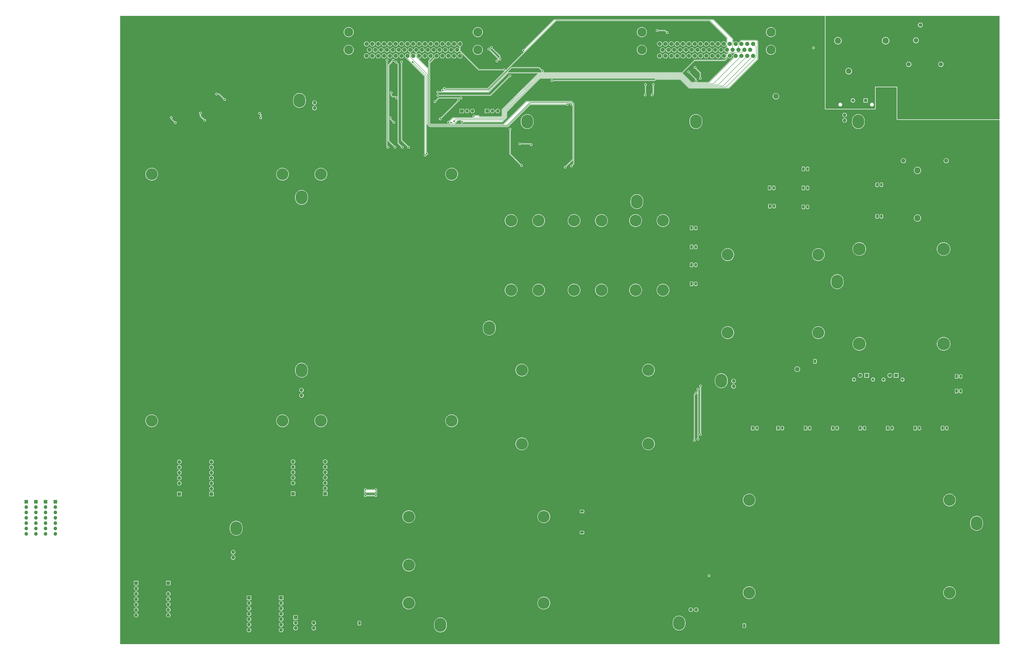
<source format=gbr>
%TF.GenerationSoftware,KiCad,Pcbnew,7.0.9*%
%TF.CreationDate,2024-10-01T20:54:17-06:00*%
%TF.ProjectId,motherboard_v1,6d6f7468-6572-4626-9f61-72645f76312e,rev?*%
%TF.SameCoordinates,Original*%
%TF.FileFunction,Copper,L6,Bot*%
%TF.FilePolarity,Positive*%
%FSLAX46Y46*%
G04 Gerber Fmt 4.6, Leading zero omitted, Abs format (unit mm)*
G04 Created by KiCad (PCBNEW 7.0.9) date 2024-10-01 20:54:17*
%MOMM*%
%LPD*%
G01*
G04 APERTURE LIST*
G04 Aperture macros list*
%AMRoundRect*
0 Rectangle with rounded corners*
0 $1 Rounding radius*
0 $2 $3 $4 $5 $6 $7 $8 $9 X,Y pos of 4 corners*
0 Add a 4 corners polygon primitive as box body*
4,1,4,$2,$3,$4,$5,$6,$7,$8,$9,$2,$3,0*
0 Add four circle primitives for the rounded corners*
1,1,$1+$1,$2,$3*
1,1,$1+$1,$4,$5*
1,1,$1+$1,$6,$7*
1,1,$1+$1,$8,$9*
0 Add four rect primitives between the rounded corners*
20,1,$1+$1,$2,$3,$4,$5,0*
20,1,$1+$1,$4,$5,$6,$7,0*
20,1,$1+$1,$6,$7,$8,$9,0*
20,1,$1+$1,$8,$9,$2,$3,0*%
G04 Aperture macros list end*
%TA.AperFunction,ComponentPad*%
%ADD10O,1.700000X1.700000*%
%TD*%
%TA.AperFunction,ComponentPad*%
%ADD11R,1.700000X1.700000*%
%TD*%
%TA.AperFunction,ComponentPad*%
%ADD12O,5.600000X6.600000*%
%TD*%
%TA.AperFunction,ComponentPad*%
%ADD13C,2.000000*%
%TD*%
%TA.AperFunction,ComponentPad*%
%ADD14O,1.750000X1.200000*%
%TD*%
%TA.AperFunction,ComponentPad*%
%ADD15RoundRect,0.250000X0.625000X-0.350000X0.625000X0.350000X-0.625000X0.350000X-0.625000X-0.350000X0*%
%TD*%
%TA.AperFunction,ComponentPad*%
%ADD16O,1.200000X1.750000*%
%TD*%
%TA.AperFunction,ComponentPad*%
%ADD17RoundRect,0.250000X-0.350000X-0.625000X0.350000X-0.625000X0.350000X0.625000X-0.350000X0.625000X0*%
%TD*%
%TA.AperFunction,ComponentPad*%
%ADD18C,1.520000*%
%TD*%
%TA.AperFunction,ComponentPad*%
%ADD19R,1.520000X1.520000*%
%TD*%
%TA.AperFunction,ComponentPad*%
%ADD20C,1.800000*%
%TD*%
%TA.AperFunction,ComponentPad*%
%ADD21R,1.800000X1.800000*%
%TD*%
%TA.AperFunction,ComponentPad*%
%ADD22C,1.350000*%
%TD*%
%TA.AperFunction,ComponentPad*%
%ADD23C,2.600000*%
%TD*%
%TA.AperFunction,ComponentPad*%
%ADD24C,4.318000*%
%TD*%
%TA.AperFunction,ComponentPad*%
%ADD25C,5.600000*%
%TD*%
%TA.AperFunction,ComponentPad*%
%ADD26C,3.000000*%
%TD*%
%TA.AperFunction,ComponentPad*%
%ADD27C,6.000000*%
%TD*%
%TA.AperFunction,ViaPad*%
%ADD28C,1.000000*%
%TD*%
%TA.AperFunction,ViaPad*%
%ADD29C,0.800000*%
%TD*%
%TA.AperFunction,ViaPad*%
%ADD30C,2.200000*%
%TD*%
%TA.AperFunction,Conductor*%
%ADD31C,0.127000*%
%TD*%
G04 APERTURE END LIST*
D10*
%TO.P,q8,7,Pin_7*%
%TO.N,unconnected-(q8-Pin_7-Pad7)*%
X-30735000Y-247635000D03*
%TO.P,q8,6,Pin_6*%
%TO.N,unconnected-(q8-Pin_6-Pad6)*%
X-30735000Y-245095000D03*
%TO.P,q8,5,Pin_5*%
%TO.N,unconnected-(q8-Pin_5-Pad5)*%
X-30735000Y-242555000D03*
%TO.P,q8,4,Pin_4*%
%TO.N,unconnected-(q8-Pin_4-Pad4)*%
X-30735000Y-240015000D03*
%TO.P,q8,3,Pin_3*%
%TO.N,unconnected-(q8-Pin_3-Pad3)*%
X-30735000Y-237475000D03*
%TO.P,q8,2,Pin_2*%
%TO.N,unconnected-(q8-Pin_2-Pad2)*%
X-30735000Y-234935000D03*
D11*
%TO.P,q8,1,Pin_1*%
%TO.N,unconnected-(q8-Pin_1-Pad1)*%
X-30735000Y-232395000D03*
%TD*%
D10*
%TO.P,q6,7,Pin_7*%
%TO.N,unconnected-(q6-Pin_7-Pad7)*%
X-35335000Y-247635000D03*
%TO.P,q6,6,Pin_6*%
%TO.N,unconnected-(q6-Pin_6-Pad6)*%
X-35335000Y-245095000D03*
%TO.P,q6,5,Pin_5*%
%TO.N,unconnected-(q6-Pin_5-Pad5)*%
X-35335000Y-242555000D03*
%TO.P,q6,4,Pin_4*%
%TO.N,unconnected-(q6-Pin_4-Pad4)*%
X-35335000Y-240015000D03*
%TO.P,q6,3,Pin_3*%
%TO.N,unconnected-(q6-Pin_3-Pad3)*%
X-35335000Y-237475000D03*
%TO.P,q6,2,Pin_2*%
%TO.N,unconnected-(q6-Pin_2-Pad2)*%
X-35335000Y-234935000D03*
D11*
%TO.P,q6,1,Pin_1*%
%TO.N,unconnected-(q6-Pin_1-Pad1)*%
X-35335000Y-232395000D03*
%TD*%
D10*
%TO.P,q7,7,Pin_7*%
%TO.N,unconnected-(q7-Pin_7-Pad7)*%
X-39935000Y-247635000D03*
%TO.P,q7,6,Pin_6*%
%TO.N,unconnected-(q7-Pin_6-Pad6)*%
X-39935000Y-245095000D03*
%TO.P,q7,5,Pin_5*%
%TO.N,unconnected-(q7-Pin_5-Pad5)*%
X-39935000Y-242555000D03*
%TO.P,q7,4,Pin_4*%
%TO.N,unconnected-(q7-Pin_4-Pad4)*%
X-39935000Y-240015000D03*
%TO.P,q7,3,Pin_3*%
%TO.N,unconnected-(q7-Pin_3-Pad3)*%
X-39935000Y-237475000D03*
%TO.P,q7,2,Pin_2*%
%TO.N,unconnected-(q7-Pin_2-Pad2)*%
X-39935000Y-234935000D03*
D11*
%TO.P,q7,1,Pin_1*%
%TO.N,unconnected-(q7-Pin_1-Pad1)*%
X-39935000Y-232395000D03*
%TD*%
D10*
%TO.P,q5,7,Pin_7*%
%TO.N,unconnected-(q5-Pin_7-Pad7)*%
X-44535000Y-247635000D03*
%TO.P,q5,6,Pin_6*%
%TO.N,unconnected-(q5-Pin_6-Pad6)*%
X-44535000Y-245095000D03*
%TO.P,q5,5,Pin_5*%
%TO.N,unconnected-(q5-Pin_5-Pad5)*%
X-44535000Y-242555000D03*
%TO.P,q5,4,Pin_4*%
%TO.N,unconnected-(q5-Pin_4-Pad4)*%
X-44535000Y-240015000D03*
%TO.P,q5,3,Pin_3*%
%TO.N,unconnected-(q5-Pin_3-Pad3)*%
X-44535000Y-237475000D03*
%TO.P,q5,2,Pin_2*%
%TO.N,unconnected-(q5-Pin_2-Pad2)*%
X-44535000Y-234935000D03*
D11*
%TO.P,q5,1,Pin_1*%
%TO.N,unconnected-(q5-Pin_1-Pad1)*%
X-44535000Y-232395000D03*
%TD*%
D12*
%TO.P,H9,1,1*%
%TO.N,Earth_Protective*%
X265050000Y-290000000D03*
%TD*%
D13*
%TO.P,U1,6,+VO*%
%TO.N,Net-(D4-A1)*%
X371420000Y-70560000D03*
%TO.P,U1,5,-VO*%
%TO.N,GND*%
X381580000Y-70560000D03*
%TO.P,U1,4,TRIM*%
%TO.N,unconnected-(U1-TRIM-Pad4)*%
X391740000Y-70560000D03*
%TO.P,U1,3,CNT*%
%TO.N,unconnected-(U1-CNT-Pad3)*%
X389200000Y-24840000D03*
%TO.P,U1,2,-VIN*%
%TO.N,GNDPWR*%
X379040000Y-24840000D03*
%TO.P,U1,1,+VIN*%
%TO.N,/24V to 5V Power/Vin*%
X373960000Y-24840000D03*
%TD*%
D14*
%TO.P,UartMux1,2,Pin_2*%
%TO.N,GND*%
X219000000Y-235000000D03*
D15*
%TO.P,UartMux1,1,Pin_1*%
%TO.N,+5V*%
X219000000Y-237000000D03*
%TD*%
D16*
%TO.P,J31-HighPower4,2,Pin_2*%
%TO.N,2 - High Power (4) V-*%
X310000000Y-83491726D03*
D17*
%TO.P,J31-HighPower4,1,Pin_1*%
%TO.N,2 - High Power (4) V+*%
X308000000Y-83491726D03*
%TD*%
D18*
%TO.P,J12,4,4*%
%TO.N,GNDPWR*%
X344500003Y-42000000D03*
%TO.P,J12,3,3*%
%TO.N,VS*%
X347500002Y-42000000D03*
%TO.P,J12,2,2*%
%TO.N,GNDPWR*%
X350500001Y-42000000D03*
D19*
%TO.P,J12,1,1*%
%TO.N,VS*%
X353500000Y-42000000D03*
%TD*%
D20*
%TO.P,J11,2,Pin_2*%
%TO.N,+24V*%
X351000000Y-172451726D03*
D21*
%TO.P,J11,1,Pin_1*%
%TO.N,GNDPWR*%
X354000000Y-172451726D03*
D22*
%TO.P,J11,*%
%TO.N,*%
X357000000Y-174411726D03*
X348000000Y-174411726D03*
%TD*%
D16*
%TO.P,J101,2,Pin_2*%
%TO.N,GND*%
X115475000Y-290025000D03*
D17*
%TO.P,J101,1,Pin_1*%
%TO.N,+5V*%
X113475000Y-290025000D03*
%TD*%
D23*
%TO.P,J1,1,Pin_1*%
%TO.N,+5V*%
X311000000Y-40000000D03*
%TD*%
D12*
%TO.P,H6,1,1*%
%TO.N,Earth_Protective*%
X273050000Y-52000000D03*
%TD*%
D10*
%TO.P,J16,3,Pin_3*%
%TO.N,Net-(J16-Pin_3)*%
X53625000Y-258877000D03*
%TO.P,J16,2,Pin_2*%
%TO.N,Earth_Protective*%
X53625000Y-256337000D03*
D11*
%TO.P,J16,1,Pin_1*%
%TO.N,GND*%
X53625000Y-253797000D03*
%TD*%
D24*
%TO.P,D-Sub(2)1,51,Pin_51*%
%TO.N,Earth_Protective*%
X308607000Y-18000000D03*
X308607000Y-9592600D03*
X247393000Y-18000000D03*
X247393000Y-9592600D03*
D13*
%TO.P,D-Sub(2)1,50,Pin_50*%
%TO.N,2 - Lock-in (9) I-*%
X255851200Y-15155200D03*
%TO.P,D-Sub(2)1,49,Pin_49*%
%TO.N,2 - Lock-in (9) I+*%
X258619800Y-15155200D03*
%TO.P,D-Sub(2)1,48,Pin_48*%
%TO.N,2 - Lock-in (9) V-*%
X261388400Y-15155200D03*
%TO.P,D-Sub(2)1,47,Pin_47*%
%TO.N,2 - Lock-in (9) V+*%
X264157000Y-15155200D03*
%TO.P,D-Sub(2)1,46,Pin_46*%
%TO.N,2 - Low Power (8) V-*%
X266925600Y-15155200D03*
%TO.P,D-Sub(2)1,45,Pin_45*%
%TO.N,2 - Low Power (8) V+*%
X269694200Y-15155200D03*
%TO.P,D-Sub(2)1,44,Pin_44*%
%TO.N,2 - Diode (12) I-*%
X272462800Y-15155200D03*
%TO.P,D-Sub(2)1,43,Pin_43*%
%TO.N,2 - Diode (12) I+*%
X275231400Y-15155200D03*
%TO.P,D-Sub(2)1,42,Pin_42*%
%TO.N,2 - High Power (5) V-*%
X278000000Y-15155200D03*
%TO.P,D-Sub(2)1,41,Pin_41*%
%TO.N,2 - High Power (5) V+*%
X280768600Y-15155200D03*
%TO.P,D-Sub(2)1,40,Pin_40*%
%TO.N,2 - Low Power (7) V-*%
X283537200Y-15155200D03*
%TO.P,D-Sub(2)1,39,Pin_39*%
%TO.N,2 - Low Power (7) V+*%
X286305800Y-15155200D03*
%TO.P,D-Sub(2)1,38,Pin_38*%
%TO.N,2 - Diode (11) I-*%
X289074400Y-15155200D03*
%TO.P,D-Sub(2)1,37,Pin_37*%
%TO.N,2 - Diode (11) I+*%
X291843000Y-15155200D03*
%TO.P,D-Sub(2)1,36,Pin_36*%
%TO.N,2 - Diode (10) I-*%
X294611600Y-15155200D03*
%TO.P,D-Sub(2)1,35,Pin_35*%
%TO.N,2 - Diode (10) I+*%
X297380200Y-15155200D03*
%TO.P,D-Sub(2)1,34,Pin_34*%
%TO.N,2 - Lock-in (8) I-*%
X300148800Y-15155200D03*
%TO.P,D-Sub(2)1,33,Pin_33*%
%TO.N,2 - Lock-in (8) I+*%
X257235500Y-18000000D03*
%TO.P,D-Sub(2)1,32,Pin_32*%
%TO.N,2 - Lock-in (8) V-*%
X260004100Y-18000000D03*
%TO.P,D-Sub(2)1,31,Pin_31*%
%TO.N,2 - Lock-in (8) V+*%
X262772700Y-18000000D03*
%TO.P,D-Sub(2)1,30,Pin_30*%
%TO.N,2 - High Power (4) V-*%
X265541300Y-18000000D03*
%TO.P,D-Sub(2)1,29,Pin_29*%
%TO.N,2 - High Power (4) V+*%
X268309900Y-18000000D03*
%TO.P,D-Sub(2)1,28,Pin_28*%
%TO.N,2 - Low Power (6) V-*%
X271078500Y-18000000D03*
%TO.P,D-Sub(2)1,27,Pin_27*%
%TO.N,2 - Low Power (6) V+*%
X273847100Y-18000000D03*
%TO.P,D-Sub(2)1,26,Pin_26*%
%TO.N,2 - Diode (9) I-*%
X276615700Y-18000000D03*
%TO.P,D-Sub(2)1,25,Pin_25*%
%TO.N,2 - Diode (9) I+*%
X279384300Y-18000000D03*
%TO.P,D-Sub(2)1,24,Pin_24*%
%TO.N,2 - Diode (8) I-*%
X282152900Y-18000000D03*
%TO.P,D-Sub(2)1,23,Pin_23*%
%TO.N,2 - Diode (8) I+*%
X284921500Y-18000000D03*
%TO.P,D-Sub(2)1,22,Pin_22*%
%TO.N,2 - Lock-in (7) I-*%
X287690100Y-18000000D03*
%TO.P,D-Sub(2)1,21,Pin_21*%
%TO.N,2 - Lock-in (7) I+*%
X290458700Y-18000000D03*
%TO.P,D-Sub(2)1,20,Pin_20*%
%TO.N,2 - Lock-in (7) V-*%
X293227300Y-18000000D03*
%TO.P,D-Sub(2)1,19,Pin_19*%
%TO.N,2 - Lock-in (7) V+*%
X295995900Y-18000000D03*
%TO.P,D-Sub(2)1,18,Pin_18*%
%TO.N,unconnected-(D-Sub(2)1-Pin_18-Pad18)*%
X298764500Y-18000000D03*
%TO.P,D-Sub(2)1,17,Pin_17*%
%TO.N,unconnected-(D-Sub(2)1-Pin_17-Pad17)*%
X255851200Y-20844800D03*
%TO.P,D-Sub(2)1,16,Pin_16*%
%TO.N,2 - Lock-in (6) I-*%
X258619800Y-20844800D03*
%TO.P,D-Sub(2)1,15,Pin_15*%
%TO.N,2 - Lock-in (6) I+*%
X261388400Y-20844800D03*
%TO.P,D-Sub(2)1,14,Pin_14*%
%TO.N,2 - Lock-in (6) V-*%
X264157000Y-20844800D03*
%TO.P,D-Sub(2)1,13,Pin_13*%
%TO.N,2 - Lock-in (6) V+*%
X266925600Y-20844800D03*
%TO.P,D-Sub(2)1,12,Pin_12*%
%TO.N,2 - High Power (3) V-*%
X269694200Y-20844800D03*
%TO.P,D-Sub(2)1,11,Pin_11*%
%TO.N,2 - High Power (3) V+*%
X272462800Y-20844800D03*
%TO.P,D-Sub(2)1,10,Pin_10*%
%TO.N,2 - Low Power (5) V-*%
X275231400Y-20844800D03*
%TO.P,D-Sub(2)1,9,Pin_9*%
%TO.N,2 - Low Power (5) V+*%
X278000000Y-20844800D03*
%TO.P,D-Sub(2)1,8,Pin_8*%
%TO.N,2 - Diode (7) I-*%
X280768600Y-20844800D03*
%TO.P,D-Sub(2)1,7,Pin_7*%
%TO.N,2 - Diode (7) I+*%
X283537200Y-20844800D03*
%TO.P,D-Sub(2)1,6,Pin_6*%
%TO.N,2 - Diode (6) I-*%
X286305800Y-20844800D03*
%TO.P,D-Sub(2)1,5,Pin_5*%
%TO.N,2 - Diode (6) I+*%
X289074400Y-20844800D03*
%TO.P,D-Sub(2)1,4,Pin_4*%
%TO.N,2 - Lock-in (5) I-*%
X291843000Y-20844800D03*
%TO.P,D-Sub(2)1,3,Pin_3*%
%TO.N,2 - Lock-in (5) I+*%
X294611600Y-20844800D03*
%TO.P,D-Sub(2)1,2,Pin_2*%
%TO.N,2 - Lock-in (5) V-*%
X297380200Y-20844800D03*
%TO.P,D-Sub(2)1,1,Pin_1*%
%TO.N,2 - Lock-in (5) V+*%
X300148800Y-20844800D03*
%TD*%
D16*
%TO.P,J4-LowPower1,2,Pin_2*%
%TO.N,Low Power (1) V-*%
X302000000Y-197491726D03*
D17*
%TO.P,J4-LowPower1,1,Pin_1*%
%TO.N,Low Power (1) V+*%
X300000000Y-197491726D03*
%TD*%
D16*
%TO.P,HPHpower1,2,Pin_2*%
%TO.N,GND*%
X331490000Y-165796726D03*
D17*
%TO.P,HPHpower1,1,Pin_1*%
%TO.N,Net-(HPHpower1-Pin_1)*%
X329490000Y-165796726D03*
%TD*%
D16*
%TO.P,J15-LowPower3,2,Pin_2*%
%TO.N,Low Power (3) V-*%
X327000000Y-197491726D03*
D17*
%TO.P,J15-LowPower3,1,Pin_1*%
%TO.N,Low Power (3) V+*%
X325000000Y-197491726D03*
%TD*%
D10*
%TO.P,J99,3,Pin_3*%
%TO.N,Low Power (4) V+*%
X167080000Y-47000000D03*
%TO.P,J99,2,Pin_2*%
%TO.N,Net-(D-Sub(1)1-Pin_45)*%
X164540000Y-47000000D03*
D11*
%TO.P,J99,1,Pin_1*%
%TO.N,Diode (5) I+*%
X162000000Y-47000000D03*
%TD*%
D23*
%TO.P,J3,1,Pin_1*%
%TO.N,VS*%
X345490000Y-28070000D03*
%TD*%
D24*
%TO.P,D-Sub(1)1,51,Pin_51*%
%TO.N,Earth_Protective*%
X169607000Y-18000000D03*
X169607000Y-9592600D03*
X108393000Y-18000000D03*
X108393000Y-9592600D03*
D13*
%TO.P,D-Sub(1)1,50,Pin_50*%
%TO.N,3 K Warmup V-*%
X116851200Y-15155200D03*
%TO.P,D-Sub(1)1,49,Pin_49*%
%TO.N,3 K Warmup V+*%
X119619800Y-15155200D03*
%TO.P,D-Sub(1)1,48,Pin_48*%
%TO.N,50 K Warmup V-*%
X122388400Y-15155200D03*
%TO.P,D-Sub(1)1,47,Pin_47*%
%TO.N,50 K Warmup V+*%
X125157000Y-15155200D03*
%TO.P,D-Sub(1)1,46,Pin_46*%
%TO.N,Net-(D-Sub(1)1-Pin_46)*%
X127925600Y-15155200D03*
%TO.P,D-Sub(1)1,45,Pin_45*%
%TO.N,Net-(D-Sub(1)1-Pin_45)*%
X130694200Y-15155200D03*
%TO.P,D-Sub(1)1,44,Pin_44*%
%TO.N,Low Power (3) V-*%
X133462800Y-15155200D03*
%TO.P,D-Sub(1)1,43,Pin_43*%
%TO.N,Low Power (3) V+*%
X136231400Y-15155200D03*
%TO.P,D-Sub(1)1,42,Pin_42*%
%TO.N,Lock-in (4) I-*%
X139000000Y-15155200D03*
%TO.P,D-Sub(1)1,41,Pin_41*%
%TO.N,Lock-in (4) I+*%
X141768600Y-15155200D03*
%TO.P,D-Sub(1)1,40,Pin_40*%
%TO.N,Lock-in (4) V-*%
X144537200Y-15155200D03*
%TO.P,D-Sub(1)1,39,Pin_39*%
%TO.N,Lock-in (4) V+*%
X147305800Y-15155200D03*
%TO.P,D-Sub(1)1,38,Pin_38*%
%TO.N,Lock-in (3) I-*%
X150074400Y-15155200D03*
%TO.P,D-Sub(1)1,37,Pin_37*%
%TO.N,Lock-in (3) I+*%
X152843000Y-15155200D03*
%TO.P,D-Sub(1)1,36,Pin_36*%
%TO.N,Lock-in (3) V-*%
X155611600Y-15155200D03*
%TO.P,D-Sub(1)1,35,Pin_35*%
%TO.N,Lock-in (3) V+*%
X158380200Y-15155200D03*
%TO.P,D-Sub(1)1,34,Pin_34*%
%TO.N,3 K Diode I-*%
X161148800Y-15155200D03*
%TO.P,D-Sub(1)1,33,Pin_33*%
%TO.N,3 K Diode I+*%
X118235500Y-18000000D03*
%TO.P,D-Sub(1)1,32,Pin_32*%
%TO.N,3 K Diode V-*%
X121004100Y-18000000D03*
%TO.P,D-Sub(1)1,31,Pin_31*%
%TO.N,3 K Diode V+*%
X123772700Y-18000000D03*
%TO.P,D-Sub(1)1,30,Pin_30*%
%TO.N,High Power (2) V-*%
X126541300Y-18000000D03*
%TO.P,D-Sub(1)1,29,Pin_29*%
%TO.N,High Power (2) V+*%
X129309900Y-18000000D03*
%TO.P,D-Sub(1)1,28,Pin_28*%
%TO.N,Low Power (2) V-*%
X132078500Y-18000000D03*
%TO.P,D-Sub(1)1,27,Pin_27*%
%TO.N,Low Power (2) V+*%
X134847100Y-18000000D03*
%TO.P,D-Sub(1)1,26,Pin_26*%
%TO.N,Diode (4) I-*%
X137615700Y-18000000D03*
%TO.P,D-Sub(1)1,25,Pin_25*%
%TO.N,Diode (4) I+*%
X140384300Y-18000000D03*
%TO.P,D-Sub(1)1,24,Pin_24*%
%TO.N,Diode (3) I-*%
X143152900Y-18000000D03*
%TO.P,D-Sub(1)1,23,Pin_23*%
%TO.N,Diode (3) I+*%
X145921500Y-18000000D03*
%TO.P,D-Sub(1)1,22,Pin_22*%
%TO.N,Lock-in (2) I-*%
X148690100Y-18000000D03*
%TO.P,D-Sub(1)1,21,Pin_21*%
%TO.N,Lock-in (2) I+*%
X151458700Y-18000000D03*
%TO.P,D-Sub(1)1,20,Pin_20*%
%TO.N,Lock-in (2) V-*%
X154227300Y-18000000D03*
%TO.P,D-Sub(1)1,19,Pin_19*%
%TO.N,Lock-in (2) V+*%
X156995900Y-18000000D03*
%TO.P,D-Sub(1)1,18,Pin_18*%
%TO.N,unconnected-(D-Sub(1)1-Pin_18-Pad18)*%
X159764500Y-18000000D03*
%TO.P,D-Sub(1)1,17,Pin_17*%
%TO.N,unconnected-(D-Sub(1)1-Pin_17-Pad17)*%
X116851200Y-20844800D03*
%TO.P,D-Sub(1)1,16,Pin_16*%
%TO.N,50 K Diode I-*%
X119619800Y-20844800D03*
%TO.P,D-Sub(1)1,15,Pin_15*%
%TO.N,50 K Diode I+*%
X122388400Y-20844800D03*
%TO.P,D-Sub(1)1,14,Pin_14*%
%TO.N,50 K Diode V-*%
X125157000Y-20844800D03*
%TO.P,D-Sub(1)1,13,Pin_13*%
%TO.N,50 K Diode V+*%
X127925600Y-20844800D03*
%TO.P,D-Sub(1)1,12,Pin_12*%
%TO.N,High Power (1) V-*%
X130694200Y-20844800D03*
%TO.P,D-Sub(1)1,11,Pin_11*%
%TO.N,High Power (1) V+*%
X133462800Y-20844800D03*
%TO.P,D-Sub(1)1,10,Pin_10*%
%TO.N,Low Power (1) V-*%
X136231400Y-20844800D03*
%TO.P,D-Sub(1)1,9,Pin_9*%
%TO.N,Low Power (1) V+*%
X139000000Y-20844800D03*
%TO.P,D-Sub(1)1,8,Pin_8*%
%TO.N,Diode (2) I-*%
X141768600Y-20844800D03*
%TO.P,D-Sub(1)1,7,Pin_7*%
%TO.N,Diode (2) I+*%
X144537200Y-20844800D03*
%TO.P,D-Sub(1)1,6,Pin_6*%
%TO.N,Diode (1) I-*%
X147305800Y-20844800D03*
%TO.P,D-Sub(1)1,5,Pin_5*%
%TO.N,Diode (1) I+*%
X150074400Y-20844800D03*
%TO.P,D-Sub(1)1,4,Pin_4*%
%TO.N,Lock-in (1) I-*%
X152843000Y-20844800D03*
%TO.P,D-Sub(1)1,3,Pin_3*%
%TO.N,Lock-in (1) I+*%
X155611600Y-20844800D03*
%TO.P,D-Sub(1)1,2,Pin_2*%
%TO.N,Lock-in (1) V-*%
X158380200Y-20844800D03*
%TO.P,D-Sub(1)1,1,Pin_1*%
%TO.N,Lock-in (1) V+*%
X161148800Y-20844800D03*
%TD*%
D16*
%TO.P,WU_D_GND1,2,Pin_2*%
%TO.N,GND1*%
X398625000Y-172925000D03*
D17*
%TO.P,WU_D_GND1,1,Pin_1*%
X396625000Y-172925000D03*
%TD*%
D20*
%TO.P,RV1,2*%
%TO.N,GNDPWR*%
X386990000Y-6203000D03*
%TO.P,RV1,1*%
%TO.N,+24V*%
X379490000Y-6203000D03*
%TD*%
D10*
%TO.P,J8,3,Pin_3*%
%TO.N,Net-(J8-Pin_3)*%
X343539000Y-48935000D03*
%TO.P,J8,2,Pin_2*%
%TO.N,Earth_Protective*%
X343539000Y-51475000D03*
D11*
%TO.P,J8,1,Pin_1*%
%TO.N,GND*%
X343539000Y-54015000D03*
%TD*%
D12*
%TO.P,H14,1,1*%
%TO.N,Earth_Protective*%
X55050000Y-245000000D03*
%TD*%
D16*
%TO.P,J30-LowPower6,2,Pin_2*%
%TO.N,2 - Low Power (6) V-*%
X366000000Y-197491726D03*
D17*
%TO.P,J30-LowPower6,1,Pin_1*%
%TO.N,2 - Low Power (6) V+*%
X364000000Y-197491726D03*
%TD*%
D12*
%TO.P,H11,1,1*%
%TO.N,Earth_Protective*%
X350050000Y-52000000D03*
%TD*%
D16*
%TO.P,J35-LowPower7,2,Pin_2*%
%TO.N,2 - Low Power (7) V-*%
X379000000Y-197491726D03*
D17*
%TO.P,J35-LowPower7,1,Pin_1*%
%TO.N,2 - Low Power (7) V+*%
X377000000Y-197491726D03*
%TD*%
D25*
%TO.P,H16,0,0*%
%TO.N,Earth_Protective*%
X393300000Y-275591726D03*
X393300000Y-231591726D03*
X298300000Y-275591726D03*
X298300000Y-231591726D03*
%TD*%
%TO.P,L1,1,1*%
%TO.N,Earth_Protective*%
X77000000Y-77000000D03*
X15000000Y-77000000D03*
X77000000Y-194000000D03*
X15000000Y-194000000D03*
%TD*%
D16*
%TO.P,C1-HP1-1,2,Pin_2*%
%TO.N,Net-(C1-HP1-1-Pin_2)*%
X273000000Y-102491726D03*
D17*
%TO.P,C1-HP1-1,1,Pin_1*%
%TO.N,Net-(C1-HP1-1-Pin_1)*%
X271000000Y-102491726D03*
%TD*%
D10*
%TO.P,J10,3,Pin_3*%
%TO.N,Net-(J10-Pin_3)*%
X270641000Y-283645000D03*
%TO.P,J10,2,Pin_2*%
%TO.N,Earth_Protective*%
X273181000Y-283645000D03*
D11*
%TO.P,J10,1,Pin_1*%
%TO.N,GND*%
X275721000Y-283645000D03*
%TD*%
D20*
%TO.P,J13,2,Pin_2*%
%TO.N,+24V*%
X365000000Y-172491726D03*
D21*
%TO.P,J13,1,Pin_1*%
%TO.N,GNDPWR*%
X368000000Y-172491726D03*
D22*
%TO.P,J13,*%
%TO.N,*%
X371000000Y-174451726D03*
X362000000Y-174451726D03*
%TD*%
D16*
%TO.P,J10-LowPower2,2,Pin_2*%
%TO.N,Low Power (2) V-*%
X314000000Y-197491726D03*
D17*
%TO.P,J10-LowPower2,1,Pin_1*%
%TO.N,Low Power (2) V+*%
X312000000Y-197491726D03*
%TD*%
D12*
%TO.P,H12,1,1*%
%TO.N,Earth_Protective*%
X193050000Y-52000000D03*
%TD*%
D25*
%TO.P,D2,1,1*%
%TO.N,Earth_Protective*%
X228266548Y-98991726D03*
X215266548Y-98991726D03*
X228266548Y-131991726D03*
X215266548Y-131991726D03*
%TD*%
%TO.P,D1,1,1*%
%TO.N,Earth_Protective*%
X198433274Y-98991726D03*
X185433274Y-98991726D03*
X198433274Y-131991726D03*
X185433274Y-131991726D03*
%TD*%
D12*
%TO.P,H13,1,1*%
%TO.N,Earth_Protective*%
X85050000Y-42000000D03*
%TD*%
D16*
%TO.P,J20-3K-Warmup1,2,Pin_2*%
%TO.N,3 K Warmup V-*%
X361000000Y-81990000D03*
D17*
%TO.P,J20-3K-Warmup1,1,Pin_1*%
%TO.N,3 K Warmup V+*%
X359000000Y-81990000D03*
%TD*%
D26*
%TO.P,F1,2*%
%TO.N,+5V*%
X378100000Y-97800000D03*
%TO.P,F1,1*%
%TO.N,Net-(D4-A1)*%
X378100000Y-75200000D03*
%TD*%
D12*
%TO.P,H8,1,1*%
%TO.N,Earth_Protective*%
X340050000Y-128000000D03*
%TD*%
D10*
%TO.P,J17,3,Pin_3*%
%TO.N,unconnected-(J17-Pin_3-Pad3)*%
X91825000Y-292405000D03*
%TO.P,J17,2,Pin_2*%
%TO.N,GND1*%
X91825000Y-289865000D03*
D11*
%TO.P,J17,1,Pin_1*%
%TO.N,GND*%
X91825000Y-287325000D03*
%TD*%
D16*
%TO.P,J17-LowPower4,2,Pin_2*%
%TO.N,Low Power (4) V-*%
X340000000Y-197491726D03*
D17*
%TO.P,J17-LowPower4,1,Pin_1*%
%TO.N,Low Power (4) V+*%
X338000000Y-197491726D03*
%TD*%
D25*
%TO.P,L2,1,1*%
%TO.N,Earth_Protective*%
X157200000Y-77000000D03*
X95200000Y-77000000D03*
X157200000Y-194000000D03*
X95200000Y-194000000D03*
%TD*%
D10*
%TO.P,q4,14,GPIO5*%
%TO.N,/Switch 2*%
X76350000Y-293240000D03*
%TO.P,q4,13,GPIO6*%
%TO.N,unconnected-(q4-GPIO6-Pad13)*%
X76350000Y-290700000D03*
%TO.P,q4,12,GPIO4*%
%TO.N,unconnected-(q4-GPIO4-Pad12)*%
X76350000Y-288160000D03*
%TO.P,q4,11,GPIO3*%
%TO.N,unconnected-(q4-GPIO3-Pad11)*%
X76350000Y-285620000D03*
%TO.P,q4,10,3.3V*%
%TO.N,unconnected-(q4-3.3V-Pad10)*%
X76350000Y-283080000D03*
%TO.P,q4,9,GND*%
%TO.N,GND1*%
X76350000Y-280540000D03*
D11*
%TO.P,q4,8,5V*%
%TO.N,Net-(D5-A)*%
X76350000Y-278000000D03*
D10*
%TO.P,q4,7,GPIO20*%
%TO.N,/PWM 2*%
X61110000Y-293240000D03*
%TO.P,q4,6,GPIO25*%
%TO.N,/CTRL 2*%
X61110000Y-290700000D03*
%TO.P,q4,5,GPIO24*%
%TO.N,/Switch 1*%
X61110000Y-288160000D03*
%TO.P,q4,4,GPIO26*%
%TO.N,/ISMON 2*%
X61110000Y-285620000D03*
%TO.P,q4,3,GPIO27*%
%TO.N,/PWM 1*%
X61110000Y-283080000D03*
%TO.P,q4,2,GPIO28*%
%TO.N,/CTRL 1*%
X61110000Y-280540000D03*
D11*
%TO.P,q4,1,GPIO29*%
%TO.N,/ISMON 1*%
X61110000Y-278000000D03*
%TD*%
D16*
%TO.P,J5-HighPower1,2,Pin_2*%
%TO.N,High Power (1) V-*%
X326000000Y-92491726D03*
D17*
%TO.P,J5-HighPower1,1,Pin_1*%
%TO.N,High Power (1) V+*%
X324000000Y-92491726D03*
%TD*%
D16*
%TO.P,WU_D_GND2,2,Pin_2*%
%TO.N,GND1*%
X398625000Y-179875000D03*
D17*
%TO.P,WU_D_GND2,1,Pin_1*%
X396625000Y-179875000D03*
%TD*%
D16*
%TO.P,C4-HP4-1,2,Pin_2*%
%TO.N,Net-(C4-HP4-1-Pin_2)*%
X273000000Y-129000000D03*
D17*
%TO.P,C4-HP4-1,1,Pin_1*%
%TO.N,Net-(C4-HP4-1-Pin_1)*%
X271000000Y-129000000D03*
%TD*%
D16*
%TO.P,J19-50K-Warmup1,2,Pin_2*%
%TO.N,50 K Warmup V-*%
X361000000Y-96990000D03*
D17*
%TO.P,J19-50K-Warmup1,1,Pin_1*%
%TO.N,50 K Warmup V+*%
X359000000Y-96990000D03*
%TD*%
D25*
%TO.P,M2,1,1*%
%TO.N,Earth_Protective*%
X136900000Y-239500000D03*
X136900000Y-262500000D03*
X136900000Y-280500000D03*
X200900000Y-239500000D03*
X200900000Y-280500000D03*
%TD*%
D27*
%TO.P,W1,1,0*%
%TO.N,Earth_Protective*%
X350500000Y-112491726D03*
X350500000Y-157491726D03*
X390500000Y-112491726D03*
X390500000Y-157491726D03*
%TD*%
D12*
%TO.P,H5,1,1*%
%TO.N,Earth_Protective*%
X86050000Y-170000000D03*
%TD*%
D10*
%TO.P,q1,14,GPIO5*%
%TO.N,unconnected-(q1-GPIO5-Pad14)*%
X28070000Y-213510000D03*
%TO.P,q1,13,GPIO6*%
%TO.N,unconnected-(q1-GPIO6-Pad13)*%
X28070000Y-216050000D03*
%TO.P,q1,12,GPIO4*%
%TO.N,unconnected-(q1-GPIO4-Pad12)*%
X28070000Y-218590000D03*
%TO.P,q1,11,GPIO3*%
%TO.N,unconnected-(q1-GPIO3-Pad11)*%
X28070000Y-221130000D03*
%TO.P,q1,10,3.3V*%
%TO.N,/Q1_3.3V*%
X28070000Y-223670000D03*
%TO.P,q1,9,GND*%
%TO.N,GND*%
X28070000Y-226210000D03*
D11*
%TO.P,q1,8,5V*%
%TO.N,unconnected-(q1-5V-Pad8)*%
X28070000Y-228750000D03*
D10*
%TO.P,q1,7,GPIO20*%
%TO.N,unconnected-(q1-GPIO20-Pad7)*%
X43310000Y-213510000D03*
%TO.P,q1,6,GPIO25*%
%TO.N,unconnected-(q1-GPIO25-Pad6)*%
X43310000Y-216050000D03*
%TO.P,q1,5,GPIO24*%
%TO.N,unconnected-(q1-GPIO24-Pad5)*%
X43310000Y-218590000D03*
%TO.P,q1,4,GPIO26*%
%TO.N,unconnected-(q1-GPIO26-Pad4)*%
X43310000Y-221130000D03*
%TO.P,q1,3,GPIO27*%
%TO.N,unconnected-(q1-GPIO27-Pad3)*%
X43310000Y-223670000D03*
%TO.P,q1,2,GPIO28*%
%TO.N,unconnected-(q1-GPIO28-Pad2)*%
X43310000Y-226210000D03*
D11*
%TO.P,q1,1,GPIO29*%
%TO.N,unconnected-(q1-GPIO29-Pad1)*%
X43310000Y-228750000D03*
%TD*%
D14*
%TO.P,UartMux2,2,Pin_2*%
%TO.N,GND*%
X219000000Y-245000000D03*
D15*
%TO.P,UartMux2,1,Pin_1*%
%TO.N,+5V*%
X219000000Y-247000000D03*
%TD*%
D10*
%TO.P,J98,3,Pin_3*%
%TO.N,Low Power (4) V-*%
X179080000Y-47000000D03*
%TO.P,J98,2,Pin_2*%
%TO.N,Net-(D-Sub(1)1-Pin_46)*%
X176540000Y-47000000D03*
D11*
%TO.P,J98,1,Pin_1*%
%TO.N,Diode (5) I-*%
X174000000Y-47000000D03*
%TD*%
D10*
%TO.P,q2,14,GPIO5*%
%TO.N,unconnected-(q2-GPIO5-Pad14)*%
X82010000Y-213360000D03*
%TO.P,q2,13,GPIO6*%
%TO.N,Net-(q2-GPIO6)*%
X82010000Y-215900000D03*
%TO.P,q2,12,GPIO4*%
%TO.N,Net-(C4-HP4-1-Pin_1)*%
X82010000Y-218440000D03*
%TO.P,q2,11,GPIO3*%
%TO.N,Net-(C4-HP4-1-Pin_2)*%
X82010000Y-220980000D03*
%TO.P,q2,10,3.3V*%
%TO.N,/Q2_3.3V*%
X82010000Y-223520000D03*
%TO.P,q2,9,GND*%
%TO.N,GND*%
X82010000Y-226060000D03*
D11*
%TO.P,q2,8,5V*%
%TO.N,unconnected-(q2-5V-Pad8)*%
X82010000Y-228600000D03*
D10*
%TO.P,q2,7,GPIO20*%
%TO.N,unconnected-(q2-GPIO20-Pad7)*%
X97250000Y-213360000D03*
%TO.P,q2,6,GPIO25*%
%TO.N,Net-(C3-HP3-1-Pin_2)*%
X97250000Y-215900000D03*
%TO.P,q2,5,GPIO24*%
%TO.N,Net-(C3-HP3-1-Pin_1)*%
X97250000Y-218440000D03*
%TO.P,q2,4,GPIO26*%
%TO.N,Net-(C2-HP2-1-Pin_2)*%
X97250000Y-220980000D03*
%TO.P,q2,3,GPIO27*%
%TO.N,Net-(C2-HP2-1-Pin_1)*%
X97250000Y-223520000D03*
%TO.P,q2,2,GPIO28*%
%TO.N,Net-(C1-HP1-1-Pin_2)*%
X97250000Y-226060000D03*
D11*
%TO.P,q2,1,GPIO29*%
%TO.N,Net-(C1-HP1-1-Pin_1)*%
X97250000Y-228600000D03*
%TD*%
D16*
%TO.P,C3-HP3-1,2,Pin_2*%
%TO.N,Net-(C3-HP3-1-Pin_2)*%
X273000000Y-120000000D03*
D17*
%TO.P,C3-HP3-1,1,Pin_1*%
%TO.N,Net-(C3-HP3-1-Pin_1)*%
X271000000Y-120000000D03*
%TD*%
D25*
%TO.P,M1,1,1*%
%TO.N,Earth_Protective*%
X250500000Y-204950000D03*
X250500000Y-169950000D03*
X190500000Y-204950000D03*
X190500000Y-169950000D03*
%TD*%
D16*
%TO.P,J11-HighPower2,2,Pin_2*%
%TO.N,High Power (2) V-*%
X326000000Y-83491726D03*
D17*
%TO.P,J11-HighPower2,1,Pin_1*%
%TO.N,High Power (2) V+*%
X324000000Y-83491726D03*
%TD*%
D10*
%TO.P,J9,3,Pin_3*%
%TO.N,Net-(J9-Pin_3)*%
X86003000Y-179455000D03*
%TO.P,J9,2,Pin_2*%
%TO.N,Earth_Protective*%
X86003000Y-181995000D03*
D11*
%TO.P,J9,1,Pin_1*%
%TO.N,GND*%
X86003000Y-184535000D03*
%TD*%
D12*
%TO.P,H7,1,1*%
%TO.N,Earth_Protective*%
X86050000Y-88000000D03*
%TD*%
%TO.P,H1,1,1*%
%TO.N,Earth_Protective*%
X245050000Y-90000000D03*
%TD*%
%TO.P,H2,1,1*%
%TO.N,Earth_Protective*%
X406150000Y-242650000D03*
%TD*%
%TO.P,H3,1,1*%
%TO.N,Earth_Protective*%
X175050000Y-150000000D03*
%TD*%
D23*
%TO.P,J2,1,Pin_1*%
%TO.N,GND*%
X325800000Y-40000000D03*
%TD*%
D10*
%TO.P,J15,3,Pin_3*%
%TO.N,Net-(J15-Pin_3)*%
X290913000Y-177669000D03*
%TO.P,J15,2,Pin_2*%
%TO.N,Earth_Protective*%
X290913000Y-175129000D03*
D11*
%TO.P,J15,1,Pin_1*%
%TO.N,GND*%
X290913000Y-172589000D03*
%TD*%
D10*
%TO.P,J14,3,Pin_3*%
%TO.N,Net-(J14-Pin_3)*%
X92207000Y-45589000D03*
%TO.P,J14,2,Pin_2*%
%TO.N,Earth_Protective*%
X92207000Y-43049000D03*
D11*
%TO.P,J14,1,Pin_1*%
%TO.N,GND*%
X92207000Y-40509000D03*
%TD*%
D16*
%TO.P,J36-HighPower5,2,Pin_2*%
%TO.N,2 - High Power (5) V-*%
X310100000Y-92166726D03*
D17*
%TO.P,J36-HighPower5,1,Pin_1*%
%TO.N,2 - High Power (5) V+*%
X308100000Y-92166726D03*
%TD*%
D26*
%TO.P,F2,2*%
%TO.N,+24V*%
X363000000Y-13647500D03*
%TO.P,F2,1*%
%TO.N,VS*%
X340400000Y-13647500D03*
%TD*%
D23*
%TO.P,J4,1,Pin_1*%
%TO.N,GNDPWR*%
X353630000Y-21900000D03*
%TD*%
D12*
%TO.P,H10,1,1*%
%TO.N,Earth_Protective*%
X151880000Y-290870000D03*
%TD*%
D16*
%TO.P,J100,2,Pin_2*%
%TO.N,GND*%
X297975000Y-291225000D03*
D17*
%TO.P,J100,1,Pin_1*%
%TO.N,+5V*%
X295975000Y-291225000D03*
%TD*%
D25*
%TO.P,H15,1,1*%
%TO.N,Earth_Protective*%
X331100000Y-152166726D03*
X331100000Y-115166726D03*
X288100000Y-152166726D03*
X288100000Y-115166726D03*
%TD*%
D16*
%TO.P,J38-LowPower8,2,Pin_2*%
%TO.N,2 - Low Power (8) V-*%
X392000000Y-197491726D03*
D17*
%TO.P,J38-LowPower8,1,Pin_1*%
%TO.N,2 - Low Power (8) V+*%
X390000000Y-197491726D03*
%TD*%
D16*
%TO.P,C2-HP2-1,2,Pin_2*%
%TO.N,Net-(C2-HP2-1-Pin_2)*%
X273000000Y-111491726D03*
D17*
%TO.P,C2-HP2-1,1,Pin_1*%
%TO.N,Net-(C2-HP2-1-Pin_1)*%
X271000000Y-111491726D03*
%TD*%
D16*
%TO.P,J25-HighPower3,2,Pin_2*%
%TO.N,2 - High Power (3) V-*%
X326000000Y-74491726D03*
D17*
%TO.P,J25-HighPower3,1,Pin_1*%
%TO.N,2 - High Power (3) V+*%
X324000000Y-74491726D03*
%TD*%
D10*
%TO.P,J7,3,Pin_3*%
%TO.N,unconnected-(J7-Pin_3-Pad3)*%
X83235000Y-292385000D03*
%TO.P,J7,2,Pin_2*%
%TO.N,Net-(D5-K)*%
X83235000Y-289845000D03*
D11*
%TO.P,J7,1,Pin_1*%
%TO.N,+5V*%
X83235000Y-287305000D03*
%TD*%
D16*
%TO.P,J24-LowPower5,2,Pin_2*%
%TO.N,2 - Low Power (5) V-*%
X353000000Y-197491726D03*
D17*
%TO.P,J24-LowPower5,1,Pin_1*%
%TO.N,2 - Low Power (5) V+*%
X351000000Y-197491726D03*
%TD*%
D25*
%TO.P,D3,1,1*%
%TO.N,Earth_Protective*%
X257433274Y-98991726D03*
X244433274Y-98991726D03*
X257433274Y-131991726D03*
X244433274Y-131991726D03*
%TD*%
D10*
%TO.P,q3,14,GPIO5*%
%TO.N,unconnected-(q3-GPIO5-Pad14)*%
X22850000Y-286240000D03*
%TO.P,q3,13,GPIO6*%
%TO.N,unconnected-(q3-GPIO6-Pad13)*%
X22850000Y-283700000D03*
%TO.P,q3,12,GPIO4*%
%TO.N,unconnected-(q3-GPIO4-Pad12)*%
X22850000Y-281160000D03*
%TO.P,q3,11,GPIO3*%
%TO.N,unconnected-(q3-GPIO3-Pad11)*%
X22850000Y-278620000D03*
%TO.P,q3,10,3.3V*%
%TO.N,/Q3_3.3V*%
X22850000Y-276080000D03*
%TO.P,q3,9,GND*%
%TO.N,GND*%
X22850000Y-273540000D03*
D11*
%TO.P,q3,8,5V*%
%TO.N,unconnected-(q3-5V-Pad8)*%
X22850000Y-271000000D03*
D10*
%TO.P,q3,7,GPIO20*%
%TO.N,unconnected-(q3-GPIO20-Pad7)*%
X7610000Y-286240000D03*
%TO.P,q3,6,GPIO25*%
%TO.N,unconnected-(q3-GPIO25-Pad6)*%
X7610000Y-283700000D03*
%TO.P,q3,5,GPIO24*%
%TO.N,unconnected-(q3-GPIO24-Pad5)*%
X7610000Y-281160000D03*
%TO.P,q3,4,GPIO26*%
%TO.N,unconnected-(q3-GPIO26-Pad4)*%
X7610000Y-278620000D03*
%TO.P,q3,3,GPIO27*%
%TO.N,unconnected-(q3-GPIO27-Pad3)*%
X7610000Y-276080000D03*
%TO.P,q3,2,GPIO28*%
%TO.N,/Q3_Tx0*%
X7610000Y-273540000D03*
D11*
%TO.P,q3,1,GPIO29*%
%TO.N,/Q3_Rx0*%
X7610000Y-271000000D03*
%TD*%
D12*
%TO.P,H4,1,1*%
%TO.N,Earth_Protective*%
X285050000Y-175000000D03*
%TD*%
D28*
%TO.N,GND*%
X298125000Y-31800000D03*
D29*
X175000000Y-29750000D03*
X280500000Y-69500000D03*
X132500000Y-4500000D03*
D28*
X22560000Y-48830000D03*
D29*
X347500000Y-95250000D03*
X309750000Y-98750000D03*
X320000000Y-98750000D03*
X255750000Y-58500000D03*
X150000000Y-4500000D03*
X135750000Y-7750000D03*
X223000000Y-38250000D03*
X258500000Y-73500000D03*
D28*
X41690000Y-49390000D03*
X249936000Y-69850000D03*
X124714000Y-49276000D03*
D29*
X171000000Y-21250000D03*
X244000000Y-47000000D03*
X303750000Y-103000000D03*
X45000000Y-42250000D03*
X121500000Y-51750000D03*
X222250000Y-23750000D03*
X299500000Y-98750000D03*
X314500000Y-102500000D03*
X122000000Y-4750000D03*
X254250000Y-64000000D03*
X263500000Y-66250000D03*
X211750000Y-40500000D03*
D28*
X196450000Y-27875000D03*
D29*
X224500000Y-27750000D03*
X194500000Y-40750000D03*
X241500000Y-51000000D03*
X355000000Y-97000000D03*
X236750000Y-51500000D03*
X31500000Y-43750000D03*
X244000000Y-59250000D03*
X239750000Y-60000000D03*
D28*
X223520000Y-54356000D03*
D29*
X105000000Y-193250000D03*
X233750000Y-10500000D03*
D28*
X210050000Y-103320000D03*
D29*
X343750000Y-99000000D03*
X168000000Y-35000000D03*
X121000000Y-10750000D03*
X265250000Y-60250000D03*
X188000000Y-33000000D03*
X143500000Y-8000000D03*
X179000000Y-5500000D03*
X158000000Y-25750000D03*
D28*
X230886000Y-78486000D03*
D29*
X304500000Y-74250000D03*
X256000000Y-76250000D03*
X124250000Y-8000000D03*
X210500000Y-37500000D03*
X142750000Y-4500000D03*
X225500000Y-35000000D03*
X192250000Y-9750000D03*
X196000000Y-23500000D03*
X291000000Y-85500000D03*
X202750000Y-23750000D03*
X67750000Y-39250000D03*
X158500000Y-7750000D03*
X338500000Y-69750000D03*
X130250000Y-7750000D03*
D28*
X188976000Y-75184000D03*
D29*
X220750000Y-41000000D03*
X172000000Y-4750000D03*
X255750000Y-51750000D03*
X271250000Y-73750000D03*
X298000000Y-92250000D03*
X304750000Y-69250000D03*
X352250000Y-78250000D03*
X139750000Y-11250000D03*
X63000000Y-267750000D03*
X212750000Y-34000000D03*
X346750000Y-72500000D03*
X113750000Y-10500000D03*
X211750000Y-24000000D03*
X273000000Y-79500000D03*
X351750000Y-102500000D03*
X137250000Y-4750000D03*
X335500000Y-99000000D03*
X114250000Y-16500000D03*
X181000000Y-9500000D03*
X272250000Y-67250000D03*
X206500000Y-262000000D03*
X267750000Y-86500000D03*
D28*
X55980000Y-49280000D03*
D29*
X281000000Y-29000000D03*
X230500000Y-33750000D03*
X173000000Y-12750000D03*
X157000000Y-4750000D03*
X186000000Y-37500000D03*
X126750000Y-4750000D03*
X199750000Y-34000000D03*
X188750000Y-17000000D03*
X156000000Y-43750000D03*
X358750000Y-74250000D03*
X179500000Y-13000000D03*
X118500000Y-8000000D03*
X266250000Y-81250000D03*
X291500000Y-69750000D03*
X292000000Y-92250000D03*
X237750000Y-33500000D03*
X76000000Y-211000000D03*
X231750000Y-41250000D03*
X150500000Y-7750000D03*
X277000000Y-86750000D03*
X286750000Y-86500000D03*
X304250000Y-93000000D03*
X354750000Y-91750000D03*
D28*
X68270000Y-49610000D03*
D29*
X286000000Y-74250000D03*
X287250000Y-79750000D03*
X184500000Y-40750000D03*
X340500000Y-102750000D03*
X360750000Y-92500000D03*
X117500000Y-2750000D03*
X127250000Y-11250000D03*
X175750000Y-7750000D03*
X352000000Y-74250000D03*
X177000000Y-3250000D03*
X230500000Y-26000000D03*
D28*
X211260000Y-112410000D03*
D29*
X338000000Y-95250000D03*
X332500000Y-74250000D03*
X114500000Y-5500000D03*
X242750000Y-16000000D03*
X166000000Y-8250000D03*
X165250000Y-4750000D03*
X327750000Y-102750000D03*
X63250000Y-272500000D03*
X237500000Y-40500000D03*
X245750000Y-41750000D03*
X343500000Y-76000000D03*
X244250000Y-65000000D03*
X57250000Y-40500000D03*
X384500000Y-175750000D03*
X321750000Y-69500000D03*
X103750000Y-204000000D03*
X264250000Y-74000000D03*
X330500000Y-95000000D03*
X261000000Y-81000000D03*
D28*
X160320000Y-26560000D03*
D29*
X295000000Y-84000000D03*
X124250000Y-12250000D03*
X208000000Y-27750000D03*
X303750000Y-98000000D03*
X118250000Y-12000000D03*
X358750000Y-101500000D03*
X189500000Y-23250000D03*
X135750000Y-36500000D03*
X352750000Y-98750000D03*
D30*
%TO.N,+5V*%
X321100000Y-169500000D03*
D29*
X328750000Y-17000000D03*
X279250000Y-267500000D03*
%TO.N,Lock-in (1) V-*%
X24256000Y-50050000D03*
X26196799Y-52553201D03*
%TO.N,Diode (1) I+*%
X214000000Y-73100000D03*
%TO.N,Diode (1) I-*%
X211000000Y-73650000D03*
%TO.N,Low Power (1) V+*%
X145382429Y-67269887D03*
X138700000Y-23800000D03*
%TO.N,Low Power (1) V-*%
X144650000Y-67950000D03*
%TO.N,High Power (1) V+*%
X136800000Y-64233000D03*
X133450000Y-23698000D03*
%TO.N,High Power (1) V-*%
X133850000Y-64233000D03*
X130750000Y-23698000D03*
%TO.N,50 K Diode I+*%
X189550000Y-62598000D03*
X194950000Y-63000000D03*
%TO.N,Lock-in (2) V-*%
X38100000Y-48000000D03*
X40150000Y-51450000D03*
%TO.N,Diode (4) I+*%
X214000000Y-43800000D03*
%TO.N,Diode (4) I-*%
X212000000Y-43850000D03*
%TO.N,High Power (2) V+*%
X130350000Y-64233000D03*
X129450000Y-23000000D03*
%TO.N,High Power (2) V-*%
X127000000Y-64233000D03*
X126550000Y-22850000D03*
%TO.N,3 K Diode I-*%
X184900000Y-55660000D03*
X190350000Y-72900000D03*
X182150000Y-27437000D03*
%TO.N,2 - High Power (3) V+*%
X272631188Y-26331188D03*
X275100000Y-31500000D03*
%TO.N,2 - High Power (3) V-*%
X273118604Y-32868604D03*
X269600000Y-28450000D03*
%TO.N,2 - Lock-in (5) V+*%
X156907878Y-52525000D03*
%TO.N,2 - Lock-in (5) V-*%
X158350000Y-51850000D03*
%TO.N,2 - Lock-in (5) I+*%
X155749429Y-52299429D03*
%TO.N,2 - Lock-in (5) I-*%
X167700000Y-49444000D03*
%TO.N,2 - Lock-in (6) V+*%
X151800000Y-50756000D03*
X160417999Y-41900000D03*
%TO.N,2 - Lock-in (6) I+*%
X128000000Y-50248000D03*
X129850000Y-52444000D03*
%TO.N,2 - Lock-in (7) V+*%
X150700000Y-38034500D03*
%TO.N,2 - Lock-in (7) V-*%
X152900000Y-37190000D03*
X204750000Y-32550000D03*
X200300000Y-28048000D03*
%TO.N,2 - Lock-in (7) I+*%
X184850000Y-30300000D03*
X191318853Y-18268853D03*
X150650000Y-39550000D03*
%TO.N,2 - Lock-in (7) I-*%
X153750000Y-36346000D03*
%TO.N,Lock-in (3) I-*%
X49600000Y-41600000D03*
X45750000Y-38948000D03*
%TO.N,Lock-in (4) V-*%
X66700000Y-50250000D03*
X66150000Y-48100000D03*
%TO.N,Net-(D-Sub(1)1-Pin_45)*%
X174850000Y-17600000D03*
X178659592Y-23309592D03*
%TO.N,Net-(D-Sub(1)1-Pin_46)*%
X176054868Y-16854868D03*
X180100000Y-22400000D03*
D30*
%TO.N,GNDPWR*%
X401250000Y-6500000D03*
X350000000Y-35000000D03*
X408750000Y-20000000D03*
X408750000Y-40500000D03*
D29*
%TO.N,/Q1_3.3V*%
X121250000Y-226750000D03*
X116250000Y-226750000D03*
%TO.N,/Q1_SDA 1*%
X116250000Y-228000000D03*
X121250000Y-228000000D03*
%TO.N,/HP_q2_SDA 1*%
X275250000Y-200500000D03*
X275250000Y-177500000D03*
%TO.N,/HP_q2_SCL 1*%
X272311500Y-203250000D03*
X273156000Y-180750000D03*
%TO.N,/Q1_SCL 1*%
X121250000Y-229500000D03*
X116250000Y-229500000D03*
D30*
%TO.N,+24V*%
X377360000Y-13490000D03*
D29*
%TO.N,/Q2_3.3V*%
X274000000Y-202750000D03*
X274000000Y-179000000D03*
%TO.N,2 - Lock-in (8) I-*%
X161650000Y-40850000D03*
X162150000Y-52200000D03*
X149300000Y-42550000D03*
%TO.N,2 - Diode (12) I+*%
X252800000Y-34437000D03*
X252300000Y-39360000D03*
%TO.N,2 - Diode (12) I-*%
X249000000Y-39360000D03*
X249150000Y-34437000D03*
%TO.N,2 - Lock-in (9) V+*%
X254664824Y-8845262D03*
X259421799Y-9778201D03*
X128550000Y-38300000D03*
X131200000Y-40794000D03*
%TD*%
D31*
%TO.N,Lock-in (1) V-*%
X24256000Y-50612402D02*
X24256000Y-50050000D01*
X26196799Y-52553201D02*
X24256000Y-50612402D01*
%TO.N,Diode (1) I+*%
X147406344Y-53369000D02*
X150350000Y-53369000D01*
X215077000Y-43476221D02*
X215077000Y-72023000D01*
X146731000Y-24188200D02*
X146731000Y-27350000D01*
X146731000Y-51850000D02*
X146731000Y-52693656D01*
X150250000Y-53369000D02*
X160200000Y-53369000D01*
X146731000Y-27350000D02*
X146731000Y-51850000D01*
X192636500Y-42532500D02*
X214133279Y-42532500D01*
X160200000Y-53369000D02*
X181800000Y-53369000D01*
X215077000Y-72023000D02*
X214000000Y-73100000D01*
X214133279Y-42532500D02*
X215077000Y-43476221D01*
X150074400Y-20844800D02*
X146731000Y-24188200D01*
X181800000Y-53369000D02*
X192636500Y-42532500D01*
X150350000Y-53369000D02*
X150250000Y-53369000D01*
X146731000Y-52693656D02*
X147406344Y-53369000D01*
%TO.N,Diode (1) I-*%
X147305800Y-22194200D02*
X147305800Y-20844800D01*
X211000000Y-73650000D02*
X214750000Y-69900000D01*
X213997831Y-42859500D02*
X194365604Y-42859500D01*
X214750000Y-43611669D02*
X213997831Y-42859500D01*
X194365604Y-42859500D02*
X183529104Y-53696000D01*
X146404000Y-52829104D02*
X146404000Y-23096000D01*
X214750000Y-69900000D02*
X214750000Y-43611669D01*
X146404000Y-23096000D02*
X147305800Y-22194200D01*
X147270896Y-53696000D02*
X146404000Y-52829104D01*
X183529104Y-53696000D02*
X147270896Y-53696000D01*
%TO.N,Low Power (1) V+*%
X138700000Y-23800000D02*
X145150000Y-30250000D01*
X145150000Y-67037458D02*
X145382429Y-67269887D01*
X145150000Y-64050000D02*
X145150000Y-67037458D01*
X145150000Y-30250000D02*
X145150000Y-64050000D01*
%TO.N,Low Power (1) V-*%
X144486500Y-30524830D02*
X144486500Y-67786500D01*
X136231400Y-20844800D02*
X136231400Y-22269731D01*
X144486500Y-67786500D02*
X144650000Y-67950000D01*
X136231400Y-22269731D02*
X144486500Y-30524830D01*
%TO.N,High Power (1) V+*%
X133450000Y-60883000D02*
X136800000Y-64233000D01*
X133450000Y-23698000D02*
X133450000Y-60883000D01*
%TO.N,High Power (1) V-*%
X131863500Y-62246500D02*
X133850000Y-64233000D01*
X130750000Y-23698000D02*
X131863500Y-24811500D01*
X131863500Y-24811500D02*
X131863500Y-62246500D01*
%TO.N,50 K Diode I+*%
X194548000Y-62598000D02*
X194950000Y-63000000D01*
X189550000Y-62598000D02*
X194548000Y-62598000D01*
%TO.N,Lock-in (2) V-*%
X40150000Y-51450000D02*
X38100000Y-49400000D01*
X38100000Y-49400000D02*
X38100000Y-48000000D01*
%TO.N,Diode (4) I+*%
X183664552Y-54023000D02*
X147135448Y-54023000D01*
X214000000Y-43800000D02*
X213386500Y-43186500D01*
X146077000Y-52964552D02*
X146077000Y-26940058D01*
X140384300Y-21247359D02*
X140384300Y-18000000D01*
X147135448Y-54023000D02*
X146077000Y-52964552D01*
X194501052Y-43186500D02*
X183664552Y-54023000D01*
X213386500Y-43186500D02*
X194501052Y-43186500D01*
X146077000Y-26940058D02*
X140384300Y-21247359D01*
%TO.N,Diode (4) I-*%
X145750000Y-53100000D02*
X147000000Y-54350000D01*
X137615700Y-18000000D02*
X137615700Y-21488959D01*
X194300000Y-43850000D02*
X212000000Y-43850000D01*
X145750000Y-29623260D02*
X145750000Y-53100000D01*
X183800000Y-54350000D02*
X194300000Y-43850000D01*
X147000000Y-54350000D02*
X183800000Y-54350000D01*
X137615700Y-21488959D02*
X145750000Y-29623260D01*
%TO.N,High Power (2) V+*%
X127336500Y-61219500D02*
X130350000Y-64233000D01*
X127336500Y-25113500D02*
X127336500Y-61219500D01*
X129450000Y-23000000D02*
X127336500Y-25113500D01*
%TO.N,High Power (2) V-*%
X126550000Y-22850000D02*
X126550000Y-63783000D01*
X126550000Y-63783000D02*
X127000000Y-64233000D01*
%TO.N,3 K Diode I-*%
X184900000Y-67450000D02*
X190350000Y-72900000D01*
X170187000Y-27437000D02*
X182150000Y-27437000D01*
X161148800Y-18398800D02*
X170187000Y-27437000D01*
X161148800Y-15155200D02*
X161148800Y-18398800D01*
X184900000Y-55660000D02*
X184900000Y-67450000D01*
%TO.N,2 - High Power (3) V+*%
X275100000Y-28800000D02*
X275100000Y-31500000D01*
X272631188Y-26331188D02*
X275100000Y-28800000D01*
%TO.N,2 - High Power (3) V-*%
X272950000Y-32700000D02*
X273118604Y-32868604D01*
X269600000Y-28450000D02*
X272950000Y-31800000D01*
X272950000Y-31800000D02*
X272950000Y-32700000D01*
%TO.N,2 - Lock-in (5) V+*%
X263800000Y-30924000D02*
X198885987Y-30924000D01*
X269572370Y-34377630D02*
X266118740Y-30924000D01*
X270250841Y-35056101D02*
X269572370Y-34377630D01*
X182724000Y-47085987D02*
X182723997Y-49831263D01*
X266118740Y-30924000D02*
X263800000Y-30924000D01*
X167350000Y-51324000D02*
X160176000Y-51324000D01*
X181231260Y-51324000D02*
X167350000Y-51324000D01*
X198885987Y-30924000D02*
X182724000Y-47085987D01*
X158750000Y-52750000D02*
X157132878Y-52750000D01*
X157132878Y-52750000D02*
X156907878Y-52525000D01*
X160176000Y-51324000D02*
X158750000Y-52750000D01*
X300148800Y-20844800D02*
X285937496Y-35056104D01*
X182723997Y-49831263D02*
X181231260Y-51324000D01*
X283466475Y-35056103D02*
X270250841Y-35056101D01*
X285937496Y-35056104D02*
X283466475Y-35056103D01*
%TO.N,2 - Lock-in (5) V-*%
X182216000Y-46875567D02*
X182215998Y-49620842D01*
X283676896Y-34548104D02*
X270461262Y-34548102D01*
X266329160Y-30416000D02*
X198675567Y-30416000D01*
X297380200Y-20844800D02*
X283676896Y-34548104D01*
X270461262Y-34548102D02*
X266329160Y-30416000D01*
X198675567Y-30416000D02*
X182216000Y-46875567D01*
X159384000Y-50816000D02*
X158350000Y-51850000D01*
X182215998Y-49620842D02*
X181020840Y-50816000D01*
X181020840Y-50816000D02*
X159384000Y-50816000D01*
%TO.N,2 - Lock-in (5) I+*%
X267965790Y-31334210D02*
X266539580Y-29908000D01*
X264850000Y-29908000D02*
X230600000Y-29908000D01*
X193673147Y-34700000D02*
X193211573Y-35161574D01*
X198550000Y-29908000D02*
X198465147Y-29908000D01*
X163200000Y-50308000D02*
X165000000Y-50308000D01*
X198758000Y-29908000D02*
X198550000Y-29908000D01*
X266539580Y-29908000D02*
X264850000Y-29908000D01*
X189511574Y-38861574D02*
X186161574Y-42211574D01*
X230600000Y-29908000D02*
X199910420Y-29908000D01*
X157740858Y-50308000D02*
X155749429Y-52299429D01*
X294611600Y-20844800D02*
X281416296Y-34040104D01*
X181708000Y-46665147D02*
X181707999Y-49410421D01*
X163200000Y-50308000D02*
X157740858Y-50308000D01*
X180810420Y-50308000D02*
X178350000Y-50308000D01*
X186161574Y-42211574D02*
X183661574Y-44711574D01*
X281416296Y-34040104D02*
X275350000Y-34040103D01*
X193211573Y-35161574D02*
X189511574Y-38861574D01*
X199910420Y-29908000D02*
X198758000Y-29908000D01*
X275350000Y-34040103D02*
X270671683Y-34040103D01*
X183661574Y-44711574D02*
X181708000Y-46665147D01*
X181707999Y-49410421D02*
X180810420Y-50308000D01*
X178350000Y-50308000D02*
X165000000Y-50308000D01*
X198465147Y-29908000D02*
X197511573Y-30861574D01*
X270671683Y-34040103D02*
X267965790Y-31334210D01*
X197511573Y-30861574D02*
X193673147Y-34700000D01*
%TO.N,2 - Lock-in (5) I-*%
X198254727Y-29400000D02*
X181200000Y-46454727D01*
X279155696Y-33532104D02*
X270882104Y-33532104D01*
X170500000Y-49800000D02*
X169900000Y-49200000D01*
X270882104Y-33532104D02*
X266750000Y-29400000D01*
X169900000Y-49200000D02*
X167944000Y-49200000D01*
X266750000Y-29400000D02*
X198254727Y-29400000D01*
X291843000Y-20844800D02*
X279155696Y-33532104D01*
X167944000Y-49200000D02*
X167700000Y-49444000D01*
X180600000Y-49800000D02*
X171350000Y-49800000D01*
X171350000Y-49800000D02*
X170500000Y-49800000D01*
X181200000Y-46454727D02*
X181200000Y-49200000D01*
X181200000Y-49200000D02*
X180600000Y-49800000D01*
%TO.N,2 - Lock-in (6) V+*%
X151800000Y-50756000D02*
X160417999Y-42138001D01*
X160417999Y-42138001D02*
X160417999Y-41900000D01*
%TO.N,2 - Lock-in (6) I+*%
X129850000Y-52444000D02*
X128000000Y-50594000D01*
X128000000Y-50594000D02*
X128000000Y-50248000D01*
%TO.N,2 - Lock-in (7) V+*%
X183801322Y-28892000D02*
X174658822Y-38034500D01*
X294732400Y-19263500D02*
X288627241Y-19263500D01*
X267650000Y-27700000D02*
X266458000Y-28892000D01*
X287569300Y-22250000D02*
X286819300Y-23000000D01*
X272350000Y-23000000D02*
X267650000Y-27700000D01*
X288627241Y-19263500D02*
X287569300Y-20321441D01*
X295995900Y-18000000D02*
X294732400Y-19263500D01*
X287569300Y-20321441D02*
X287569300Y-22250000D01*
X266458000Y-28892000D02*
X183801322Y-28892000D01*
X174658822Y-38034500D02*
X150700000Y-38034500D01*
X286819300Y-23000000D02*
X272350000Y-23000000D01*
%TO.N,2 - Lock-in (7) V-*%
X293227300Y-14752641D02*
X294429941Y-13550000D01*
X198689451Y-26437451D02*
X200300000Y-28048000D01*
X293227300Y-18000000D02*
X293227300Y-14752641D01*
X302250000Y-22522102D02*
X288700000Y-36072102D01*
X302250000Y-13925000D02*
X302250000Y-22522102D01*
X265697900Y-31940000D02*
X254050000Y-31940000D01*
X253440000Y-32550000D02*
X204750000Y-32550000D01*
X294429941Y-13550000D02*
X301875000Y-13550000D01*
X301875000Y-13550000D02*
X302250000Y-13925000D01*
X185537451Y-26437451D02*
X198689451Y-26437451D01*
X174784902Y-37190000D02*
X185537451Y-26437451D01*
X288700000Y-36072102D02*
X269829999Y-36072099D01*
X269829999Y-36072099D02*
X265697900Y-31940000D01*
X152900000Y-37190000D02*
X174784902Y-37190000D01*
X254050000Y-31940000D02*
X253440000Y-32550000D01*
%TO.N,2 - Lock-in (7) I+*%
X290458700Y-12900000D02*
X281308700Y-3750000D01*
X150650000Y-39550000D02*
X175600000Y-39550000D01*
X290458700Y-18000000D02*
X290458700Y-12900000D01*
X281308700Y-3750000D02*
X205837706Y-3750000D01*
X175600000Y-39550000D02*
X184850000Y-30300000D01*
X205837706Y-3750000D02*
X191318853Y-18268853D01*
%TO.N,2 - Lock-in (7) I-*%
X174381304Y-36400000D02*
X206704304Y-4077000D01*
X287810900Y-17879200D02*
X287690100Y-18000000D01*
X279627000Y-4077000D02*
X287810900Y-12260900D01*
X287810900Y-12260900D02*
X287810900Y-17879200D01*
X153804000Y-36400000D02*
X174381304Y-36400000D01*
X153750000Y-36346000D02*
X153804000Y-36400000D01*
X206704304Y-4077000D02*
X279627000Y-4077000D01*
%TO.N,Lock-in (3) I-*%
X45750000Y-38948000D02*
X46948000Y-38948000D01*
X46948000Y-38948000D02*
X49600000Y-41600000D01*
%TO.N,Lock-in (4) V-*%
X66700000Y-50250000D02*
X66700000Y-48650000D01*
X66700000Y-48650000D02*
X66150000Y-48100000D01*
%TO.N,Net-(D-Sub(1)1-Pin_45)*%
X179325000Y-22650000D02*
X179319184Y-22650000D01*
X174911331Y-17600000D02*
X179325000Y-22013669D01*
X174850000Y-17600000D02*
X174911331Y-17600000D01*
X179319184Y-22650000D02*
X178659592Y-23309592D01*
X179325000Y-22013669D02*
X179325000Y-22650000D01*
%TO.N,Net-(D-Sub(1)1-Pin_46)*%
X180100000Y-20900000D02*
X180100000Y-22400000D01*
X176054868Y-16854868D02*
X180100000Y-20900000D01*
%TO.N,/Q1_3.3V*%
X121250000Y-226750000D02*
X116250000Y-226750000D01*
%TO.N,/Q1_SDA 1*%
X121250000Y-228000000D02*
X116250000Y-228000000D01*
%TO.N,/HP_q2_SDA 1*%
X275250000Y-200500000D02*
X275250000Y-177500000D01*
%TO.N,/HP_q2_SCL 1*%
X272311500Y-203250000D02*
X272311500Y-181594500D01*
X272311500Y-181594500D02*
X273156000Y-180750000D01*
%TO.N,/Q1_SCL 1*%
X116250000Y-229500000D02*
X121250000Y-229500000D01*
%TO.N,/Q2_3.3V*%
X274000000Y-179000000D02*
X274000000Y-202750000D01*
%TO.N,2 - Lock-in (8) I-*%
X214850000Y-31432000D02*
X199096407Y-31432000D01*
X199096407Y-31432000D02*
X186339203Y-44189204D01*
X186339203Y-44189204D02*
X183232000Y-47296407D01*
X301593300Y-16599700D02*
X301593300Y-21443132D01*
X287472329Y-35564103D02*
X283600000Y-35564103D01*
X162182000Y-52168000D02*
X162150000Y-52200000D01*
X270040420Y-35564100D02*
X267863160Y-33386840D01*
X183231996Y-50041684D02*
X181105680Y-52168000D01*
X181105680Y-52168000D02*
X170700000Y-52168000D01*
X267863160Y-33386840D02*
X265908320Y-31432000D01*
X301593300Y-21443132D02*
X287472329Y-35564103D01*
X161650000Y-40850000D02*
X151000000Y-40850000D01*
X265908320Y-31432000D02*
X261850000Y-31432000D01*
X151000000Y-40850000D02*
X149300000Y-42550000D01*
X170700000Y-52168000D02*
X162182000Y-52168000D01*
X261850000Y-31432000D02*
X244250000Y-31432000D01*
X300148800Y-15155200D02*
X301593300Y-16599700D01*
X283600000Y-35564103D02*
X270040420Y-35564100D01*
X183232000Y-47296407D02*
X183231996Y-50041684D01*
X244250000Y-31432000D02*
X214850000Y-31432000D01*
%TO.N,2 - Diode (12) I+*%
X252800000Y-38860000D02*
X252300000Y-39360000D01*
X252800000Y-34437000D02*
X252800000Y-38860000D01*
%TO.N,2 - Diode (12) I-*%
X249150000Y-39210000D02*
X249000000Y-39360000D01*
X249150000Y-34437000D02*
X249150000Y-39210000D01*
%TO.N,2 - Lock-in (9) V+*%
X129250000Y-40250000D02*
X128550000Y-39550000D01*
X258488860Y-8845262D02*
X259421799Y-9778201D01*
X254664824Y-8845262D02*
X258488860Y-8845262D01*
X128550000Y-39550000D02*
X128550000Y-38300000D01*
X129250000Y-40250000D02*
X130656000Y-40250000D01*
X130656000Y-40250000D02*
X131200000Y-40794000D01*
%TD*%
%TA.AperFunction,Conductor*%
%TO.N,GNDPWR*%
G36*
X416942539Y-1870185D02*
G01*
X416988294Y-1922989D01*
X416999500Y-1974500D01*
X416999500Y-50876000D01*
X416979815Y-50943039D01*
X416927011Y-50988794D01*
X416875500Y-51000000D01*
X368624000Y-51000000D01*
X368556961Y-50980315D01*
X368511206Y-50927511D01*
X368500000Y-50876000D01*
X368500000Y-35500000D01*
X358000000Y-35500000D01*
X358000000Y-45876000D01*
X357980315Y-45943039D01*
X357927511Y-45988794D01*
X357876000Y-46000000D01*
X334624000Y-46000000D01*
X334556961Y-45980315D01*
X334511206Y-45927511D01*
X334500000Y-45876000D01*
X334500000Y-44053489D01*
X340610529Y-44053489D01*
X340649403Y-44236384D01*
X340649405Y-44236390D01*
X340725456Y-44407199D01*
X340725458Y-44407204D01*
X340835359Y-44558469D01*
X340974315Y-44683586D01*
X341136242Y-44777074D01*
X341136244Y-44777075D01*
X341314073Y-44834855D01*
X341453409Y-44849500D01*
X341453414Y-44849500D01*
X341546644Y-44849500D01*
X341546649Y-44849500D01*
X341685985Y-44834855D01*
X341863814Y-44777075D01*
X342025744Y-44683585D01*
X342164698Y-44558470D01*
X342274602Y-44407200D01*
X342350654Y-44236385D01*
X342389529Y-44053490D01*
X342389529Y-44053489D01*
X355610499Y-44053489D01*
X355649373Y-44236384D01*
X355649375Y-44236390D01*
X355725426Y-44407199D01*
X355725428Y-44407204D01*
X355835329Y-44558469D01*
X355974285Y-44683586D01*
X356136212Y-44777074D01*
X356136214Y-44777075D01*
X356314043Y-44834855D01*
X356453379Y-44849500D01*
X356453384Y-44849500D01*
X356546614Y-44849500D01*
X356546619Y-44849500D01*
X356685955Y-44834855D01*
X356863784Y-44777075D01*
X357025714Y-44683585D01*
X357164668Y-44558470D01*
X357274572Y-44407200D01*
X357350624Y-44236385D01*
X357389499Y-44053490D01*
X357389499Y-43866510D01*
X357350624Y-43683615D01*
X357350622Y-43683609D01*
X357320072Y-43614996D01*
X357274572Y-43512800D01*
X357274569Y-43512796D01*
X357274569Y-43512795D01*
X357164668Y-43361530D01*
X357025712Y-43236413D01*
X356863785Y-43142925D01*
X356685959Y-43085146D01*
X356685957Y-43085145D01*
X356646144Y-43080960D01*
X356546619Y-43070500D01*
X356453379Y-43070500D01*
X356366294Y-43079653D01*
X356314040Y-43085145D01*
X356314038Y-43085146D01*
X356136212Y-43142925D01*
X355974285Y-43236413D01*
X355835329Y-43361530D01*
X355725428Y-43512795D01*
X355725426Y-43512800D01*
X355649375Y-43683609D01*
X355649373Y-43683615D01*
X355610499Y-43866510D01*
X355610499Y-44053489D01*
X342389529Y-44053489D01*
X342389529Y-43866510D01*
X342350654Y-43683615D01*
X342350652Y-43683609D01*
X342320102Y-43614996D01*
X342274602Y-43512800D01*
X342274599Y-43512796D01*
X342274599Y-43512795D01*
X342164698Y-43361530D01*
X342025742Y-43236413D01*
X341863815Y-43142925D01*
X341685989Y-43085146D01*
X341685987Y-43085145D01*
X341646174Y-43080960D01*
X341546649Y-43070500D01*
X341453409Y-43070500D01*
X341366324Y-43079653D01*
X341314070Y-43085145D01*
X341314068Y-43085146D01*
X341136242Y-43142925D01*
X340974315Y-43236413D01*
X340835359Y-43361530D01*
X340725458Y-43512795D01*
X340725456Y-43512800D01*
X340649405Y-43683609D01*
X340649403Y-43683615D01*
X340610529Y-43866510D01*
X340610529Y-44053489D01*
X334500000Y-44053489D01*
X334500000Y-42000000D01*
X346484613Y-42000000D01*
X346504123Y-42198095D01*
X346561905Y-42388574D01*
X346655733Y-42564114D01*
X346655737Y-42564121D01*
X346782013Y-42717988D01*
X346935880Y-42844264D01*
X346935887Y-42844268D01*
X347111427Y-42938096D01*
X347111429Y-42938097D01*
X347301909Y-42995879D01*
X347500002Y-43015389D01*
X347698095Y-42995879D01*
X347888575Y-42938097D01*
X348064122Y-42844265D01*
X348136729Y-42784678D01*
X352489500Y-42784678D01*
X352504032Y-42857735D01*
X352504033Y-42857739D01*
X352504034Y-42857740D01*
X352559399Y-42940601D01*
X352642128Y-42995878D01*
X352642260Y-42995966D01*
X352642264Y-42995967D01*
X352715321Y-43010499D01*
X352715324Y-43010500D01*
X352715326Y-43010500D01*
X354284676Y-43010500D01*
X354284677Y-43010499D01*
X354357740Y-42995966D01*
X354440601Y-42940601D01*
X354495966Y-42857740D01*
X354510500Y-42784674D01*
X354510500Y-41215326D01*
X354510500Y-41215323D01*
X354510499Y-41215321D01*
X354495967Y-41142264D01*
X354495966Y-41142260D01*
X354440601Y-41059399D01*
X354385235Y-41022405D01*
X354357739Y-41004033D01*
X354357735Y-41004032D01*
X354284677Y-40989500D01*
X354284674Y-40989500D01*
X352715326Y-40989500D01*
X352715323Y-40989500D01*
X352642264Y-41004032D01*
X352642260Y-41004033D01*
X352559399Y-41059399D01*
X352504033Y-41142260D01*
X352504032Y-41142264D01*
X352489500Y-41215321D01*
X352489500Y-42784678D01*
X348136729Y-42784678D01*
X348217990Y-42717988D01*
X348344267Y-42564120D01*
X348438099Y-42388573D01*
X348495881Y-42198093D01*
X348515391Y-42000000D01*
X348495881Y-41801907D01*
X348438099Y-41611427D01*
X348344267Y-41435880D01*
X348344266Y-41435878D01*
X348217990Y-41282011D01*
X348064123Y-41155735D01*
X348064116Y-41155731D01*
X347888576Y-41061903D01*
X347698097Y-41004121D01*
X347500002Y-40984611D01*
X347301906Y-41004121D01*
X347111427Y-41061903D01*
X346935887Y-41155731D01*
X346935880Y-41155735D01*
X346782013Y-41282011D01*
X346655737Y-41435878D01*
X346655733Y-41435885D01*
X346561905Y-41611425D01*
X346504123Y-41801904D01*
X346484613Y-42000000D01*
X334500000Y-42000000D01*
X334500000Y-28070000D01*
X343934706Y-28070000D01*
X343953853Y-28313297D01*
X344010830Y-28550619D01*
X344104222Y-28776089D01*
X344231737Y-28984173D01*
X344231738Y-28984176D01*
X344231741Y-28984179D01*
X344390241Y-29169759D01*
X344533897Y-29292453D01*
X344575823Y-29328261D01*
X344575826Y-29328262D01*
X344783910Y-29455777D01*
X345009381Y-29549169D01*
X345009378Y-29549169D01*
X345009384Y-29549170D01*
X345009388Y-29549172D01*
X345246698Y-29606146D01*
X345490000Y-29625294D01*
X345733302Y-29606146D01*
X345970612Y-29549172D01*
X346196089Y-29455777D01*
X346404179Y-29328259D01*
X346589759Y-29169759D01*
X346748259Y-28984179D01*
X346875777Y-28776089D01*
X346969172Y-28550612D01*
X347026146Y-28313302D01*
X347045294Y-28070000D01*
X347026146Y-27826698D01*
X346969172Y-27589388D01*
X346875777Y-27363911D01*
X346875777Y-27363910D01*
X346748262Y-27155826D01*
X346748261Y-27155823D01*
X346712453Y-27113897D01*
X346589759Y-26970241D01*
X346467063Y-26865449D01*
X346404176Y-26811738D01*
X346404173Y-26811737D01*
X346196089Y-26684222D01*
X345970618Y-26590830D01*
X345970621Y-26590830D01*
X345864992Y-26565470D01*
X345733302Y-26533854D01*
X345733300Y-26533853D01*
X345733297Y-26533853D01*
X345490000Y-26514706D01*
X345246702Y-26533853D01*
X345009380Y-26590830D01*
X344783910Y-26684222D01*
X344575826Y-26811737D01*
X344575823Y-26811738D01*
X344390241Y-26970241D01*
X344231738Y-27155823D01*
X344231737Y-27155826D01*
X344104222Y-27363910D01*
X344010830Y-27589380D01*
X343953853Y-27826702D01*
X343934706Y-28070000D01*
X334500000Y-28070000D01*
X334500000Y-24840002D01*
X372704723Y-24840002D01*
X372723793Y-25057975D01*
X372723793Y-25057979D01*
X372780422Y-25269322D01*
X372780424Y-25269326D01*
X372780425Y-25269330D01*
X372826661Y-25368484D01*
X372872897Y-25467638D01*
X372872898Y-25467639D01*
X372998402Y-25646877D01*
X373153123Y-25801598D01*
X373332361Y-25927102D01*
X373530670Y-26019575D01*
X373742023Y-26076207D01*
X373924926Y-26092208D01*
X373959998Y-26095277D01*
X373960000Y-26095277D01*
X373960002Y-26095277D01*
X373988254Y-26092805D01*
X374177977Y-26076207D01*
X374389330Y-26019575D01*
X374587639Y-25927102D01*
X374766877Y-25801598D01*
X374921598Y-25646877D01*
X375047102Y-25467639D01*
X375139575Y-25269330D01*
X375196207Y-25057977D01*
X375215277Y-24840002D01*
X387944723Y-24840002D01*
X387963793Y-25057975D01*
X387963793Y-25057979D01*
X388020422Y-25269322D01*
X388020424Y-25269326D01*
X388020425Y-25269330D01*
X388066661Y-25368484D01*
X388112897Y-25467638D01*
X388112898Y-25467639D01*
X388238402Y-25646877D01*
X388393123Y-25801598D01*
X388572361Y-25927102D01*
X388770670Y-26019575D01*
X388982023Y-26076207D01*
X389164926Y-26092208D01*
X389199998Y-26095277D01*
X389200000Y-26095277D01*
X389200002Y-26095277D01*
X389228254Y-26092805D01*
X389417977Y-26076207D01*
X389629330Y-26019575D01*
X389827639Y-25927102D01*
X390006877Y-25801598D01*
X390161598Y-25646877D01*
X390287102Y-25467639D01*
X390379575Y-25269330D01*
X390436207Y-25057977D01*
X390455277Y-24840000D01*
X390436207Y-24622023D01*
X390379575Y-24410670D01*
X390287102Y-24212362D01*
X390287100Y-24212359D01*
X390287099Y-24212357D01*
X390161599Y-24033124D01*
X390161596Y-24033121D01*
X390006877Y-23878402D01*
X389827639Y-23752898D01*
X389827640Y-23752898D01*
X389827638Y-23752897D01*
X389728484Y-23706661D01*
X389629330Y-23660425D01*
X389629326Y-23660424D01*
X389629322Y-23660422D01*
X389417977Y-23603793D01*
X389200002Y-23584723D01*
X389199998Y-23584723D01*
X389054682Y-23597436D01*
X388982023Y-23603793D01*
X388982020Y-23603793D01*
X388770677Y-23660422D01*
X388770668Y-23660426D01*
X388572361Y-23752898D01*
X388572357Y-23752900D01*
X388393121Y-23878402D01*
X388238402Y-24033121D01*
X388112900Y-24212357D01*
X388112898Y-24212361D01*
X388020426Y-24410668D01*
X388020422Y-24410677D01*
X387963793Y-24622020D01*
X387963793Y-24622024D01*
X387944723Y-24839997D01*
X387944723Y-24840002D01*
X375215277Y-24840002D01*
X375215277Y-24840000D01*
X375196207Y-24622023D01*
X375139575Y-24410670D01*
X375047102Y-24212362D01*
X375047100Y-24212359D01*
X375047099Y-24212357D01*
X374921599Y-24033124D01*
X374921596Y-24033121D01*
X374766877Y-23878402D01*
X374587639Y-23752898D01*
X374587640Y-23752898D01*
X374587638Y-23752897D01*
X374488484Y-23706661D01*
X374389330Y-23660425D01*
X374389326Y-23660424D01*
X374389322Y-23660422D01*
X374177977Y-23603793D01*
X373960002Y-23584723D01*
X373959998Y-23584723D01*
X373814682Y-23597436D01*
X373742023Y-23603793D01*
X373742020Y-23603793D01*
X373530677Y-23660422D01*
X373530668Y-23660426D01*
X373332361Y-23752898D01*
X373332357Y-23752900D01*
X373153121Y-23878402D01*
X372998402Y-24033121D01*
X372872900Y-24212357D01*
X372872898Y-24212361D01*
X372780426Y-24410668D01*
X372780422Y-24410677D01*
X372723793Y-24622020D01*
X372723793Y-24622024D01*
X372704723Y-24839997D01*
X372704723Y-24840002D01*
X334500000Y-24840002D01*
X334500000Y-13647504D01*
X338644592Y-13647504D01*
X338664196Y-13909120D01*
X338664197Y-13909125D01*
X338722576Y-14164902D01*
X338722578Y-14164911D01*
X338722580Y-14164916D01*
X338818432Y-14409143D01*
X338949614Y-14636357D01*
X339051327Y-14763901D01*
X339113198Y-14841485D01*
X339294753Y-15009941D01*
X339305521Y-15019933D01*
X339522296Y-15167728D01*
X339522301Y-15167730D01*
X339522302Y-15167731D01*
X339522303Y-15167732D01*
X339647843Y-15228188D01*
X339758673Y-15281561D01*
X339758674Y-15281561D01*
X339758677Y-15281563D01*
X340009385Y-15358896D01*
X340268818Y-15398000D01*
X340531182Y-15398000D01*
X340790615Y-15358896D01*
X341041323Y-15281563D01*
X341277704Y-15167728D01*
X341494479Y-15019933D01*
X341686805Y-14841481D01*
X341850386Y-14636357D01*
X341981568Y-14409143D01*
X342077420Y-14164916D01*
X342135802Y-13909130D01*
X342135803Y-13909120D01*
X342155408Y-13647504D01*
X361244592Y-13647504D01*
X361264196Y-13909120D01*
X361264197Y-13909125D01*
X361322576Y-14164902D01*
X361322578Y-14164911D01*
X361322580Y-14164916D01*
X361418432Y-14409143D01*
X361549614Y-14636357D01*
X361651327Y-14763901D01*
X361713198Y-14841485D01*
X361894753Y-15009941D01*
X361905521Y-15019933D01*
X362122296Y-15167728D01*
X362122301Y-15167730D01*
X362122302Y-15167731D01*
X362122303Y-15167732D01*
X362247843Y-15228188D01*
X362358673Y-15281561D01*
X362358674Y-15281561D01*
X362358677Y-15281563D01*
X362609385Y-15358896D01*
X362868818Y-15398000D01*
X363131182Y-15398000D01*
X363390615Y-15358896D01*
X363641323Y-15281563D01*
X363877704Y-15167728D01*
X364094479Y-15019933D01*
X364286805Y-14841481D01*
X364450386Y-14636357D01*
X364581568Y-14409143D01*
X364677420Y-14164916D01*
X364735802Y-13909130D01*
X364735803Y-13909120D01*
X364755408Y-13647504D01*
X364755408Y-13647495D01*
X364743606Y-13490000D01*
X376004341Y-13490000D01*
X376024936Y-13725403D01*
X376024938Y-13725413D01*
X376086094Y-13953655D01*
X376086096Y-13953659D01*
X376086097Y-13953663D01*
X376184600Y-14164902D01*
X376185965Y-14167830D01*
X376185967Y-14167834D01*
X376294281Y-14322521D01*
X376321505Y-14361401D01*
X376488599Y-14528495D01*
X376585384Y-14596265D01*
X376682165Y-14664032D01*
X376682167Y-14664033D01*
X376682170Y-14664035D01*
X376896337Y-14763903D01*
X377124592Y-14825063D01*
X377312246Y-14841481D01*
X377359999Y-14845659D01*
X377360000Y-14845659D01*
X377360001Y-14845659D01*
X377407708Y-14841485D01*
X377595408Y-14825063D01*
X377823663Y-14763903D01*
X378037830Y-14664035D01*
X378231401Y-14528495D01*
X378398495Y-14361401D01*
X378534035Y-14167830D01*
X378633903Y-13953663D01*
X378695063Y-13725408D01*
X378715659Y-13490000D01*
X378695063Y-13254592D01*
X378633903Y-13026337D01*
X378534035Y-12812171D01*
X378398495Y-12618599D01*
X378398494Y-12618597D01*
X378231402Y-12451506D01*
X378231395Y-12451501D01*
X378037834Y-12315967D01*
X378037830Y-12315965D01*
X377950124Y-12275067D01*
X377823663Y-12216097D01*
X377823659Y-12216096D01*
X377823655Y-12216094D01*
X377595413Y-12154938D01*
X377595403Y-12154936D01*
X377360001Y-12134341D01*
X377359999Y-12134341D01*
X377124596Y-12154936D01*
X377124586Y-12154938D01*
X376896344Y-12216094D01*
X376896335Y-12216098D01*
X376682171Y-12315964D01*
X376682169Y-12315965D01*
X376488597Y-12451505D01*
X376321505Y-12618597D01*
X376185965Y-12812169D01*
X376185964Y-12812171D01*
X376086098Y-13026335D01*
X376086094Y-13026344D01*
X376024938Y-13254586D01*
X376024936Y-13254596D01*
X376004341Y-13489999D01*
X376004341Y-13490000D01*
X364743606Y-13490000D01*
X364735803Y-13385879D01*
X364735802Y-13385874D01*
X364735802Y-13385870D01*
X364677420Y-13130084D01*
X364581568Y-12885857D01*
X364450386Y-12658643D01*
X364286805Y-12453519D01*
X364286804Y-12453518D01*
X364286801Y-12453514D01*
X364094479Y-12275067D01*
X363877704Y-12127272D01*
X363877700Y-12127270D01*
X363877697Y-12127268D01*
X363877696Y-12127267D01*
X363641325Y-12013438D01*
X363641327Y-12013438D01*
X363390623Y-11936106D01*
X363390619Y-11936105D01*
X363390615Y-11936104D01*
X363265823Y-11917294D01*
X363131187Y-11897000D01*
X363131182Y-11897000D01*
X362868818Y-11897000D01*
X362868812Y-11897000D01*
X362707247Y-11921353D01*
X362609385Y-11936104D01*
X362609382Y-11936105D01*
X362609376Y-11936106D01*
X362358673Y-12013438D01*
X362122303Y-12127267D01*
X362122302Y-12127268D01*
X361905520Y-12275067D01*
X361713198Y-12453514D01*
X361549614Y-12658643D01*
X361418432Y-12885856D01*
X361322582Y-13130078D01*
X361322576Y-13130097D01*
X361264197Y-13385874D01*
X361264196Y-13385879D01*
X361244592Y-13647495D01*
X361244592Y-13647504D01*
X342155408Y-13647504D01*
X342155408Y-13647495D01*
X342135803Y-13385879D01*
X342135802Y-13385874D01*
X342135802Y-13385870D01*
X342077420Y-13130084D01*
X341981568Y-12885857D01*
X341850386Y-12658643D01*
X341686805Y-12453519D01*
X341686804Y-12453518D01*
X341686801Y-12453514D01*
X341494479Y-12275067D01*
X341277704Y-12127272D01*
X341277700Y-12127270D01*
X341277697Y-12127268D01*
X341277696Y-12127267D01*
X341041325Y-12013438D01*
X341041327Y-12013438D01*
X340790623Y-11936106D01*
X340790619Y-11936105D01*
X340790615Y-11936104D01*
X340665823Y-11917294D01*
X340531187Y-11897000D01*
X340531182Y-11897000D01*
X340268818Y-11897000D01*
X340268812Y-11897000D01*
X340107247Y-11921353D01*
X340009385Y-11936104D01*
X340009382Y-11936105D01*
X340009376Y-11936106D01*
X339758673Y-12013438D01*
X339522303Y-12127267D01*
X339522302Y-12127268D01*
X339305520Y-12275067D01*
X339113198Y-12453514D01*
X338949614Y-12658643D01*
X338818432Y-12885856D01*
X338722582Y-13130078D01*
X338722576Y-13130097D01*
X338664197Y-13385874D01*
X338664196Y-13385879D01*
X338644592Y-13647495D01*
X338644592Y-13647504D01*
X334500000Y-13647504D01*
X334500000Y-6203000D01*
X378334571Y-6203000D01*
X378354244Y-6415310D01*
X378412596Y-6620392D01*
X378412596Y-6620394D01*
X378507632Y-6811253D01*
X378507634Y-6811255D01*
X378636128Y-6981407D01*
X378793698Y-7125052D01*
X378974981Y-7237298D01*
X379173802Y-7314321D01*
X379383390Y-7353500D01*
X379383392Y-7353500D01*
X379596608Y-7353500D01*
X379596610Y-7353500D01*
X379806198Y-7314321D01*
X380005019Y-7237298D01*
X380186302Y-7125052D01*
X380343872Y-6981407D01*
X380472366Y-6811255D01*
X380567405Y-6620389D01*
X380625756Y-6415310D01*
X380645429Y-6203000D01*
X380625756Y-5990690D01*
X380567405Y-5785611D01*
X380567403Y-5785606D01*
X380567403Y-5785605D01*
X380472367Y-5594746D01*
X380343872Y-5424593D01*
X380186302Y-5280948D01*
X380005019Y-5168702D01*
X380005017Y-5168701D01*
X379905608Y-5130190D01*
X379806198Y-5091679D01*
X379596610Y-5052500D01*
X379383390Y-5052500D01*
X379173802Y-5091679D01*
X379173799Y-5091679D01*
X379173799Y-5091680D01*
X378974982Y-5168701D01*
X378974980Y-5168702D01*
X378793699Y-5280947D01*
X378636127Y-5424593D01*
X378507632Y-5594746D01*
X378412596Y-5785605D01*
X378412596Y-5785607D01*
X378354244Y-5990689D01*
X378334571Y-6202999D01*
X378334571Y-6203000D01*
X334500000Y-6203000D01*
X334500000Y-1974500D01*
X334519685Y-1907461D01*
X334572489Y-1861706D01*
X334624000Y-1850500D01*
X416875500Y-1850500D01*
X416942539Y-1870185D01*
G37*
%TD.AperFunction*%
%TD*%
%TA.AperFunction,Conductor*%
%TO.N,GND*%
G36*
X279535954Y-4359306D02*
G01*
X287528594Y-12351946D01*
X287546900Y-12396140D01*
X287546900Y-14688646D01*
X287528594Y-14732840D01*
X287484400Y-14751146D01*
X287440206Y-14732840D01*
X287428452Y-14716505D01*
X287330858Y-14520511D01*
X287330855Y-14520507D01*
X287330854Y-14520505D01*
X287196789Y-14342973D01*
X287196784Y-14342968D01*
X287196781Y-14342964D01*
X287093634Y-14248933D01*
X287032366Y-14193079D01*
X287032363Y-14193077D01*
X287032362Y-14193076D01*
X286843201Y-14075953D01*
X286843199Y-14075952D01*
X286782900Y-14052592D01*
X286635740Y-13995582D01*
X286635737Y-13995581D01*
X286635736Y-13995581D01*
X286417047Y-13954700D01*
X286417043Y-13954700D01*
X286194557Y-13954700D01*
X286194552Y-13954700D01*
X285975863Y-13995581D01*
X285768400Y-14075952D01*
X285579233Y-14193079D01*
X285414817Y-14342966D01*
X285414810Y-14342973D01*
X285280745Y-14520505D01*
X285280742Y-14520511D01*
X285181571Y-14719671D01*
X285120685Y-14933659D01*
X285120683Y-14933671D01*
X285100157Y-15155195D01*
X285100157Y-15155204D01*
X285120683Y-15376728D01*
X285120685Y-15376740D01*
X285173537Y-15562493D01*
X285181571Y-15590728D01*
X285280742Y-15789889D01*
X285280743Y-15789890D01*
X285280745Y-15789894D01*
X285414810Y-15967426D01*
X285414815Y-15967431D01*
X285414819Y-15967436D01*
X285526339Y-16069100D01*
X285579233Y-16117320D01*
X285579234Y-16117321D01*
X285579238Y-16117324D01*
X285768399Y-16234447D01*
X285975860Y-16314818D01*
X286194557Y-16355700D01*
X286194560Y-16355700D01*
X286417040Y-16355700D01*
X286417043Y-16355700D01*
X286635740Y-16314818D01*
X286843201Y-16234447D01*
X287032362Y-16117324D01*
X287196781Y-15967436D01*
X287330858Y-15789889D01*
X287428452Y-15593893D01*
X287464538Y-15562493D01*
X287512259Y-15565805D01*
X287543660Y-15601891D01*
X287546900Y-15621753D01*
X287546900Y-16753573D01*
X287528594Y-16797767D01*
X287495885Y-16815009D01*
X287360162Y-16840381D01*
X287152700Y-16920752D01*
X286963533Y-17037879D01*
X286799117Y-17187766D01*
X286799110Y-17187773D01*
X286665045Y-17365305D01*
X286665042Y-17365311D01*
X286565871Y-17564471D01*
X286504985Y-17778459D01*
X286504983Y-17778471D01*
X286484457Y-17999995D01*
X286484457Y-18000004D01*
X286504983Y-18221528D01*
X286504985Y-18221540D01*
X286563051Y-18425618D01*
X286565871Y-18435528D01*
X286665042Y-18634689D01*
X286665043Y-18634690D01*
X286665045Y-18634694D01*
X286799110Y-18812226D01*
X286799115Y-18812231D01*
X286799119Y-18812236D01*
X286858136Y-18866037D01*
X286963533Y-18962120D01*
X286963534Y-18962121D01*
X286963538Y-18962124D01*
X287152699Y-19079247D01*
X287360160Y-19159618D01*
X287578857Y-19200500D01*
X287578860Y-19200500D01*
X287801340Y-19200500D01*
X287801343Y-19200500D01*
X288020040Y-19159618D01*
X288227501Y-19079247D01*
X288322584Y-19020373D01*
X288369795Y-19012672D01*
X288408624Y-19040610D01*
X288416326Y-19087821D01*
X288399680Y-19117706D01*
X287405362Y-20112025D01*
X287395895Y-20119795D01*
X287378967Y-20131107D01*
X287378964Y-20131110D01*
X287377221Y-20133719D01*
X287374616Y-20135458D01*
X287374615Y-20135460D01*
X287374614Y-20135459D01*
X287337442Y-20160288D01*
X287290528Y-20150948D01*
X287275384Y-20136652D01*
X287274483Y-20135459D01*
X287196781Y-20032564D01*
X287114571Y-19957620D01*
X287032366Y-19882679D01*
X287032363Y-19882677D01*
X287032362Y-19882676D01*
X286843201Y-19765553D01*
X286843199Y-19765552D01*
X286782900Y-19742192D01*
X286635740Y-19685182D01*
X286635737Y-19685181D01*
X286635736Y-19685181D01*
X286417047Y-19644300D01*
X286417043Y-19644300D01*
X286194557Y-19644300D01*
X286194552Y-19644300D01*
X285975863Y-19685181D01*
X285975860Y-19685181D01*
X285975860Y-19685182D01*
X285932429Y-19702007D01*
X285768400Y-19765552D01*
X285579233Y-19882679D01*
X285414817Y-20032566D01*
X285414810Y-20032573D01*
X285280745Y-20210105D01*
X285280742Y-20210111D01*
X285181571Y-20409271D01*
X285120685Y-20623259D01*
X285120683Y-20623271D01*
X285100157Y-20844795D01*
X285100157Y-20844804D01*
X285120683Y-21066328D01*
X285120685Y-21066340D01*
X285177824Y-21267159D01*
X285181571Y-21280328D01*
X285280742Y-21479489D01*
X285280743Y-21479490D01*
X285280745Y-21479494D01*
X285414810Y-21657026D01*
X285414815Y-21657031D01*
X285414819Y-21657036D01*
X285526339Y-21758700D01*
X285579233Y-21806920D01*
X285579234Y-21806921D01*
X285579238Y-21806924D01*
X285768399Y-21924047D01*
X285975860Y-22004418D01*
X286194557Y-22045300D01*
X286194560Y-22045300D01*
X286417040Y-22045300D01*
X286417043Y-22045300D01*
X286635740Y-22004418D01*
X286843201Y-21924047D01*
X287032362Y-21806924D01*
X287196781Y-21657036D01*
X287196782Y-21657033D01*
X287198916Y-21655089D01*
X287199587Y-21655826D01*
X287239904Y-21636893D01*
X287284899Y-21653131D01*
X287305233Y-21696430D01*
X287305300Y-21699326D01*
X287305300Y-22114760D01*
X287286994Y-22158954D01*
X286728254Y-22717694D01*
X286684060Y-22736000D01*
X272382157Y-22736000D01*
X272369964Y-22734799D01*
X272350001Y-22730828D01*
X272349999Y-22730828D01*
X272246993Y-22751316D01*
X272246989Y-22751318D01*
X272181705Y-22794940D01*
X272159666Y-22809667D01*
X272148356Y-22826592D01*
X272140586Y-22836059D01*
X267481712Y-27494935D01*
X267481710Y-27494937D01*
X266366954Y-28609694D01*
X266322760Y-28628000D01*
X200714679Y-28628000D01*
X200670485Y-28609694D01*
X200652179Y-28565500D01*
X200670485Y-28521306D01*
X200676631Y-28515915D01*
X200728282Y-28476282D01*
X200824536Y-28350841D01*
X200885044Y-28204762D01*
X200905682Y-28048000D01*
X200885044Y-27891238D01*
X200824536Y-27745159D01*
X200778898Y-27685682D01*
X200728282Y-27619717D01*
X200602841Y-27523464D01*
X200602838Y-27523462D01*
X200456765Y-27462957D01*
X200456755Y-27462954D01*
X200300002Y-27442318D01*
X200299998Y-27442318D01*
X200143242Y-27462954D01*
X200143239Y-27462955D01*
X200143050Y-27463033D01*
X200142972Y-27463065D01*
X200142827Y-27463065D01*
X200139287Y-27464015D01*
X200139032Y-27463065D01*
X200095137Y-27463061D01*
X200074867Y-27449515D01*
X198898865Y-26273513D01*
X198891092Y-26264042D01*
X198879783Y-26247117D01*
X198857738Y-26232387D01*
X198792461Y-26188769D01*
X198792458Y-26188767D01*
X198689452Y-26168279D01*
X198689450Y-26168279D01*
X198669487Y-26172250D01*
X198657294Y-26173451D01*
X185569608Y-26173451D01*
X185557415Y-26172250D01*
X185537452Y-26168279D01*
X185537450Y-26168279D01*
X185434444Y-26188767D01*
X185434440Y-26188769D01*
X185369156Y-26232391D01*
X185347117Y-26247118D01*
X185335807Y-26264043D01*
X185328037Y-26273510D01*
X174693856Y-36907694D01*
X174649662Y-36926000D01*
X154164679Y-36926000D01*
X154120485Y-36907694D01*
X154102179Y-36863500D01*
X154120485Y-36819306D01*
X154126631Y-36813915D01*
X154138875Y-36804520D01*
X154178282Y-36774282D01*
X154244141Y-36688451D01*
X154285568Y-36664535D01*
X154293726Y-36664000D01*
X174349147Y-36664000D01*
X174361340Y-36665201D01*
X174381303Y-36669172D01*
X174381304Y-36669172D01*
X174381305Y-36669172D01*
X174415640Y-36662342D01*
X174484312Y-36648683D01*
X174549594Y-36605062D01*
X174549594Y-36605061D01*
X174562606Y-36596367D01*
X174562604Y-36596367D01*
X174571637Y-36590333D01*
X174582950Y-36573399D01*
X174590714Y-36563940D01*
X190309851Y-20844804D01*
X254645557Y-20844804D01*
X254666083Y-21066328D01*
X254666085Y-21066340D01*
X254723224Y-21267159D01*
X254726971Y-21280328D01*
X254826142Y-21479489D01*
X254826143Y-21479490D01*
X254826145Y-21479494D01*
X254960210Y-21657026D01*
X254960215Y-21657031D01*
X254960219Y-21657036D01*
X255071739Y-21758700D01*
X255124633Y-21806920D01*
X255124634Y-21806921D01*
X255124638Y-21806924D01*
X255313799Y-21924047D01*
X255521260Y-22004418D01*
X255739957Y-22045300D01*
X255739960Y-22045300D01*
X255962440Y-22045300D01*
X255962443Y-22045300D01*
X256181140Y-22004418D01*
X256388601Y-21924047D01*
X256577762Y-21806924D01*
X256742181Y-21657036D01*
X256743652Y-21655089D01*
X256868937Y-21489183D01*
X256876258Y-21479489D01*
X256975429Y-21280328D01*
X257036315Y-21066336D01*
X257036316Y-21066328D01*
X257056843Y-20844804D01*
X257414157Y-20844804D01*
X257434683Y-21066328D01*
X257434685Y-21066340D01*
X257491824Y-21267159D01*
X257495571Y-21280328D01*
X257594742Y-21479489D01*
X257594743Y-21479490D01*
X257594745Y-21479494D01*
X257728810Y-21657026D01*
X257728815Y-21657031D01*
X257728819Y-21657036D01*
X257840339Y-21758700D01*
X257893233Y-21806920D01*
X257893234Y-21806921D01*
X257893238Y-21806924D01*
X258082399Y-21924047D01*
X258289860Y-22004418D01*
X258508557Y-22045300D01*
X258508560Y-22045300D01*
X258731040Y-22045300D01*
X258731043Y-22045300D01*
X258949740Y-22004418D01*
X259157201Y-21924047D01*
X259346362Y-21806924D01*
X259510781Y-21657036D01*
X259512252Y-21655089D01*
X259637537Y-21489183D01*
X259644858Y-21479489D01*
X259744029Y-21280328D01*
X259804915Y-21066336D01*
X259804916Y-21066328D01*
X259825443Y-20844804D01*
X260182757Y-20844804D01*
X260203283Y-21066328D01*
X260203285Y-21066340D01*
X260260424Y-21267159D01*
X260264171Y-21280328D01*
X260363342Y-21479489D01*
X260363343Y-21479490D01*
X260363345Y-21479494D01*
X260497410Y-21657026D01*
X260497415Y-21657031D01*
X260497419Y-21657036D01*
X260608939Y-21758700D01*
X260661833Y-21806920D01*
X260661834Y-21806921D01*
X260661838Y-21806924D01*
X260850999Y-21924047D01*
X261058460Y-22004418D01*
X261277157Y-22045300D01*
X261277160Y-22045300D01*
X261499640Y-22045300D01*
X261499643Y-22045300D01*
X261718340Y-22004418D01*
X261925801Y-21924047D01*
X262114962Y-21806924D01*
X262279381Y-21657036D01*
X262280852Y-21655089D01*
X262406137Y-21489183D01*
X262413458Y-21479489D01*
X262512629Y-21280328D01*
X262573515Y-21066336D01*
X262573516Y-21066328D01*
X262594043Y-20844804D01*
X262951357Y-20844804D01*
X262971883Y-21066328D01*
X262971885Y-21066340D01*
X263029024Y-21267159D01*
X263032771Y-21280328D01*
X263131942Y-21479489D01*
X263131943Y-21479490D01*
X263131945Y-21479494D01*
X263266010Y-21657026D01*
X263266015Y-21657031D01*
X263266019Y-21657036D01*
X263377539Y-21758700D01*
X263430433Y-21806920D01*
X263430434Y-21806921D01*
X263430438Y-21806924D01*
X263619599Y-21924047D01*
X263827060Y-22004418D01*
X264045757Y-22045300D01*
X264045760Y-22045300D01*
X264268240Y-22045300D01*
X264268243Y-22045300D01*
X264486940Y-22004418D01*
X264694401Y-21924047D01*
X264883562Y-21806924D01*
X265047981Y-21657036D01*
X265049452Y-21655089D01*
X265174737Y-21489183D01*
X265182058Y-21479489D01*
X265281229Y-21280328D01*
X265342115Y-21066336D01*
X265342116Y-21066328D01*
X265362643Y-20844804D01*
X265719957Y-20844804D01*
X265740483Y-21066328D01*
X265740485Y-21066340D01*
X265797624Y-21267159D01*
X265801371Y-21280328D01*
X265900542Y-21479489D01*
X265900543Y-21479490D01*
X265900545Y-21479494D01*
X266034610Y-21657026D01*
X266034615Y-21657031D01*
X266034619Y-21657036D01*
X266146139Y-21758700D01*
X266199033Y-21806920D01*
X266199034Y-21806921D01*
X266199038Y-21806924D01*
X266388199Y-21924047D01*
X266595660Y-22004418D01*
X266814357Y-22045300D01*
X266814360Y-22045300D01*
X267036840Y-22045300D01*
X267036843Y-22045300D01*
X267255540Y-22004418D01*
X267463001Y-21924047D01*
X267652162Y-21806924D01*
X267816581Y-21657036D01*
X267818052Y-21655089D01*
X267943337Y-21489183D01*
X267950658Y-21479489D01*
X268049829Y-21280328D01*
X268110715Y-21066336D01*
X268110716Y-21066328D01*
X268131243Y-20844804D01*
X268488557Y-20844804D01*
X268509083Y-21066328D01*
X268509085Y-21066340D01*
X268566224Y-21267159D01*
X268569971Y-21280328D01*
X268669142Y-21479489D01*
X268669143Y-21479490D01*
X268669145Y-21479494D01*
X268803210Y-21657026D01*
X268803215Y-21657031D01*
X268803219Y-21657036D01*
X268914739Y-21758700D01*
X268967633Y-21806920D01*
X268967634Y-21806921D01*
X268967638Y-21806924D01*
X269156799Y-21924047D01*
X269364260Y-22004418D01*
X269582957Y-22045300D01*
X269582960Y-22045300D01*
X269805440Y-22045300D01*
X269805443Y-22045300D01*
X270024140Y-22004418D01*
X270231601Y-21924047D01*
X270420762Y-21806924D01*
X270585181Y-21657036D01*
X270586652Y-21655089D01*
X270711937Y-21489183D01*
X270719258Y-21479489D01*
X270818429Y-21280328D01*
X270879315Y-21066336D01*
X270879316Y-21066328D01*
X270899843Y-20844804D01*
X271257157Y-20844804D01*
X271277683Y-21066328D01*
X271277685Y-21066340D01*
X271334824Y-21267159D01*
X271338571Y-21280328D01*
X271437742Y-21479489D01*
X271437743Y-21479490D01*
X271437745Y-21479494D01*
X271571810Y-21657026D01*
X271571815Y-21657031D01*
X271571819Y-21657036D01*
X271683339Y-21758700D01*
X271736233Y-21806920D01*
X271736234Y-21806921D01*
X271736238Y-21806924D01*
X271925399Y-21924047D01*
X272132860Y-22004418D01*
X272351557Y-22045300D01*
X272351560Y-22045300D01*
X272574040Y-22045300D01*
X272574043Y-22045300D01*
X272792740Y-22004418D01*
X273000201Y-21924047D01*
X273189362Y-21806924D01*
X273353781Y-21657036D01*
X273355252Y-21655089D01*
X273480537Y-21489183D01*
X273487858Y-21479489D01*
X273587029Y-21280328D01*
X273647915Y-21066336D01*
X273647916Y-21066328D01*
X273668443Y-20844804D01*
X274025757Y-20844804D01*
X274046283Y-21066328D01*
X274046285Y-21066340D01*
X274103424Y-21267159D01*
X274107171Y-21280328D01*
X274206342Y-21479489D01*
X274206343Y-21479490D01*
X274206345Y-21479494D01*
X274340410Y-21657026D01*
X274340415Y-21657031D01*
X274340419Y-21657036D01*
X274451939Y-21758700D01*
X274504833Y-21806920D01*
X274504834Y-21806921D01*
X274504838Y-21806924D01*
X274693999Y-21924047D01*
X274901460Y-22004418D01*
X275120157Y-22045300D01*
X275120160Y-22045300D01*
X275342640Y-22045300D01*
X275342643Y-22045300D01*
X275561340Y-22004418D01*
X275768801Y-21924047D01*
X275957962Y-21806924D01*
X276122381Y-21657036D01*
X276123852Y-21655089D01*
X276249137Y-21489183D01*
X276256458Y-21479489D01*
X276355629Y-21280328D01*
X276416515Y-21066336D01*
X276416516Y-21066328D01*
X276437043Y-20844804D01*
X276794357Y-20844804D01*
X276814883Y-21066328D01*
X276814885Y-21066340D01*
X276872024Y-21267159D01*
X276875771Y-21280328D01*
X276974942Y-21479489D01*
X276974943Y-21479490D01*
X276974945Y-21479494D01*
X277109010Y-21657026D01*
X277109015Y-21657031D01*
X277109019Y-21657036D01*
X277220539Y-21758700D01*
X277273433Y-21806920D01*
X277273434Y-21806921D01*
X277273438Y-21806924D01*
X277462599Y-21924047D01*
X277670060Y-22004418D01*
X277888757Y-22045300D01*
X277888760Y-22045300D01*
X278111240Y-22045300D01*
X278111243Y-22045300D01*
X278329940Y-22004418D01*
X278537401Y-21924047D01*
X278726562Y-21806924D01*
X278890981Y-21657036D01*
X278892452Y-21655089D01*
X279017737Y-21489183D01*
X279025058Y-21479489D01*
X279124229Y-21280328D01*
X279185115Y-21066336D01*
X279185116Y-21066328D01*
X279205643Y-20844804D01*
X279562957Y-20844804D01*
X279583483Y-21066328D01*
X279583485Y-21066340D01*
X279640624Y-21267159D01*
X279644371Y-21280328D01*
X279743542Y-21479489D01*
X279743543Y-21479490D01*
X279743545Y-21479494D01*
X279877610Y-21657026D01*
X279877615Y-21657031D01*
X279877619Y-21657036D01*
X279989139Y-21758700D01*
X280042033Y-21806920D01*
X280042034Y-21806921D01*
X280042038Y-21806924D01*
X280231199Y-21924047D01*
X280438660Y-22004418D01*
X280657357Y-22045300D01*
X280657360Y-22045300D01*
X280879840Y-22045300D01*
X280879843Y-22045300D01*
X281098540Y-22004418D01*
X281306001Y-21924047D01*
X281495162Y-21806924D01*
X281659581Y-21657036D01*
X281661052Y-21655089D01*
X281786337Y-21489183D01*
X281793658Y-21479489D01*
X281892829Y-21280328D01*
X281953715Y-21066336D01*
X281953716Y-21066328D01*
X281974243Y-20844804D01*
X282331557Y-20844804D01*
X282352083Y-21066328D01*
X282352085Y-21066340D01*
X282409224Y-21267159D01*
X282412971Y-21280328D01*
X282512142Y-21479489D01*
X282512143Y-21479490D01*
X282512145Y-21479494D01*
X282646210Y-21657026D01*
X282646215Y-21657031D01*
X282646219Y-21657036D01*
X282757739Y-21758700D01*
X282810633Y-21806920D01*
X282810634Y-21806921D01*
X282810638Y-21806924D01*
X282999799Y-21924047D01*
X283207260Y-22004418D01*
X283425957Y-22045300D01*
X283425960Y-22045300D01*
X283648440Y-22045300D01*
X283648443Y-22045300D01*
X283867140Y-22004418D01*
X284074601Y-21924047D01*
X284263762Y-21806924D01*
X284428181Y-21657036D01*
X284429652Y-21655089D01*
X284554937Y-21489183D01*
X284562258Y-21479489D01*
X284661429Y-21280328D01*
X284722315Y-21066336D01*
X284722316Y-21066328D01*
X284742843Y-20844804D01*
X284742843Y-20844795D01*
X284722316Y-20623271D01*
X284722314Y-20623259D01*
X284667552Y-20430793D01*
X284661429Y-20409272D01*
X284562258Y-20210111D01*
X284562255Y-20210107D01*
X284562254Y-20210105D01*
X284428189Y-20032573D01*
X284428184Y-20032568D01*
X284428181Y-20032564D01*
X284325034Y-19938533D01*
X284263766Y-19882679D01*
X284263763Y-19882677D01*
X284263762Y-19882676D01*
X284074601Y-19765553D01*
X284074599Y-19765552D01*
X284014300Y-19742192D01*
X283867140Y-19685182D01*
X283867137Y-19685181D01*
X283867136Y-19685181D01*
X283648447Y-19644300D01*
X283648443Y-19644300D01*
X283425957Y-19644300D01*
X283425952Y-19644300D01*
X283207263Y-19685181D01*
X283207260Y-19685181D01*
X283207260Y-19685182D01*
X283163829Y-19702007D01*
X282999800Y-19765552D01*
X282810633Y-19882679D01*
X282646217Y-20032566D01*
X282646210Y-20032573D01*
X282512145Y-20210105D01*
X282512142Y-20210111D01*
X282412971Y-20409271D01*
X282352085Y-20623259D01*
X282352083Y-20623271D01*
X282331557Y-20844795D01*
X282331557Y-20844804D01*
X281974243Y-20844804D01*
X281974243Y-20844795D01*
X281953716Y-20623271D01*
X281953714Y-20623259D01*
X281898952Y-20430793D01*
X281892829Y-20409272D01*
X281793658Y-20210111D01*
X281793655Y-20210107D01*
X281793654Y-20210105D01*
X281659589Y-20032573D01*
X281659584Y-20032568D01*
X281659581Y-20032564D01*
X281556434Y-19938533D01*
X281495166Y-19882679D01*
X281495163Y-19882677D01*
X281495162Y-19882676D01*
X281306001Y-19765553D01*
X281305999Y-19765552D01*
X281245700Y-19742192D01*
X281098540Y-19685182D01*
X281098537Y-19685181D01*
X281098536Y-19685181D01*
X280879847Y-19644300D01*
X280879843Y-19644300D01*
X280657357Y-19644300D01*
X280657352Y-19644300D01*
X280438663Y-19685181D01*
X280438660Y-19685181D01*
X280438660Y-19685182D01*
X280395229Y-19702007D01*
X280231200Y-19765552D01*
X280042033Y-19882679D01*
X279877617Y-20032566D01*
X279877610Y-20032573D01*
X279743545Y-20210105D01*
X279743542Y-20210111D01*
X279644371Y-20409271D01*
X279583485Y-20623259D01*
X279583483Y-20623271D01*
X279562957Y-20844795D01*
X279562957Y-20844804D01*
X279205643Y-20844804D01*
X279205643Y-20844795D01*
X279185116Y-20623271D01*
X279185114Y-20623259D01*
X279130352Y-20430793D01*
X279124229Y-20409272D01*
X279025058Y-20210111D01*
X279025055Y-20210107D01*
X279025054Y-20210105D01*
X278890989Y-20032573D01*
X278890984Y-20032568D01*
X278890981Y-20032564D01*
X278787834Y-19938533D01*
X278726566Y-19882679D01*
X278726563Y-19882677D01*
X278726562Y-19882676D01*
X278537401Y-19765553D01*
X278537399Y-19765552D01*
X278477100Y-19742192D01*
X278329940Y-19685182D01*
X278329937Y-19685181D01*
X278329936Y-19685181D01*
X278111247Y-19644300D01*
X278111243Y-19644300D01*
X277888757Y-19644300D01*
X277888752Y-19644300D01*
X277670063Y-19685181D01*
X277670060Y-19685181D01*
X277670060Y-19685182D01*
X277626629Y-19702007D01*
X277462600Y-19765552D01*
X277273433Y-19882679D01*
X277109017Y-20032566D01*
X277109010Y-20032573D01*
X276974945Y-20210105D01*
X276974942Y-20210111D01*
X276875771Y-20409271D01*
X276814885Y-20623259D01*
X276814883Y-20623271D01*
X276794357Y-20844795D01*
X276794357Y-20844804D01*
X276437043Y-20844804D01*
X276437043Y-20844795D01*
X276416516Y-20623271D01*
X276416514Y-20623259D01*
X276361752Y-20430793D01*
X276355629Y-20409272D01*
X276256458Y-20210111D01*
X276256455Y-20210107D01*
X276256454Y-20210105D01*
X276122389Y-20032573D01*
X276122384Y-20032568D01*
X276122381Y-20032564D01*
X276019234Y-19938533D01*
X275957966Y-19882679D01*
X275957963Y-19882677D01*
X275957962Y-19882676D01*
X275768801Y-19765553D01*
X275768799Y-19765552D01*
X275708500Y-19742192D01*
X275561340Y-19685182D01*
X275561337Y-19685181D01*
X275561336Y-19685181D01*
X275342647Y-19644300D01*
X275342643Y-19644300D01*
X275120157Y-19644300D01*
X275120152Y-19644300D01*
X274901463Y-19685181D01*
X274901460Y-19685181D01*
X274901460Y-19685182D01*
X274858029Y-19702007D01*
X274694000Y-19765552D01*
X274504833Y-19882679D01*
X274340417Y-20032566D01*
X274340410Y-20032573D01*
X274206345Y-20210105D01*
X274206342Y-20210111D01*
X274107171Y-20409271D01*
X274046285Y-20623259D01*
X274046283Y-20623271D01*
X274025757Y-20844795D01*
X274025757Y-20844804D01*
X273668443Y-20844804D01*
X273668443Y-20844795D01*
X273647916Y-20623271D01*
X273647914Y-20623259D01*
X273593152Y-20430793D01*
X273587029Y-20409272D01*
X273487858Y-20210111D01*
X273487855Y-20210107D01*
X273487854Y-20210105D01*
X273353789Y-20032573D01*
X273353784Y-20032568D01*
X273353781Y-20032564D01*
X273250634Y-19938533D01*
X273189366Y-19882679D01*
X273189363Y-19882677D01*
X273189362Y-19882676D01*
X273000201Y-19765553D01*
X273000199Y-19765552D01*
X272939900Y-19742192D01*
X272792740Y-19685182D01*
X272792737Y-19685181D01*
X272792736Y-19685181D01*
X272574047Y-19644300D01*
X272574043Y-19644300D01*
X272351557Y-19644300D01*
X272351552Y-19644300D01*
X272132863Y-19685181D01*
X272132860Y-19685181D01*
X272132860Y-19685182D01*
X272089429Y-19702007D01*
X271925400Y-19765552D01*
X271736233Y-19882679D01*
X271571817Y-20032566D01*
X271571810Y-20032573D01*
X271437745Y-20210105D01*
X271437742Y-20210111D01*
X271338571Y-20409271D01*
X271277685Y-20623259D01*
X271277683Y-20623271D01*
X271257157Y-20844795D01*
X271257157Y-20844804D01*
X270899843Y-20844804D01*
X270899843Y-20844795D01*
X270879316Y-20623271D01*
X270879314Y-20623259D01*
X270824552Y-20430793D01*
X270818429Y-20409272D01*
X270719258Y-20210111D01*
X270719255Y-20210107D01*
X270719254Y-20210105D01*
X270585189Y-20032573D01*
X270585184Y-20032568D01*
X270585181Y-20032564D01*
X270482034Y-19938533D01*
X270420766Y-19882679D01*
X270420763Y-19882677D01*
X270420762Y-19882676D01*
X270231601Y-19765553D01*
X270231599Y-19765552D01*
X270171300Y-19742192D01*
X270024140Y-19685182D01*
X270024137Y-19685181D01*
X270024136Y-19685181D01*
X269805447Y-19644300D01*
X269805443Y-19644300D01*
X269582957Y-19644300D01*
X269582952Y-19644300D01*
X269364263Y-19685181D01*
X269364260Y-19685181D01*
X269364260Y-19685182D01*
X269320829Y-19702007D01*
X269156800Y-19765552D01*
X268967633Y-19882679D01*
X268803217Y-20032566D01*
X268803210Y-20032573D01*
X268669145Y-20210105D01*
X268669142Y-20210111D01*
X268569971Y-20409271D01*
X268509085Y-20623259D01*
X268509083Y-20623271D01*
X268488557Y-20844795D01*
X268488557Y-20844804D01*
X268131243Y-20844804D01*
X268131243Y-20844795D01*
X268110716Y-20623271D01*
X268110714Y-20623259D01*
X268055952Y-20430793D01*
X268049829Y-20409272D01*
X267950658Y-20210111D01*
X267950655Y-20210107D01*
X267950654Y-20210105D01*
X267816589Y-20032573D01*
X267816584Y-20032568D01*
X267816581Y-20032564D01*
X267713434Y-19938533D01*
X267652166Y-19882679D01*
X267652163Y-19882677D01*
X267652162Y-19882676D01*
X267463001Y-19765553D01*
X267462999Y-19765552D01*
X267402700Y-19742192D01*
X267255540Y-19685182D01*
X267255537Y-19685181D01*
X267255536Y-19685181D01*
X267036847Y-19644300D01*
X267036843Y-19644300D01*
X266814357Y-19644300D01*
X266814352Y-19644300D01*
X266595663Y-19685181D01*
X266595660Y-19685181D01*
X266595660Y-19685182D01*
X266552229Y-19702007D01*
X266388200Y-19765552D01*
X266199033Y-19882679D01*
X266034617Y-20032566D01*
X266034610Y-20032573D01*
X265900545Y-20210105D01*
X265900542Y-20210111D01*
X265801371Y-20409271D01*
X265740485Y-20623259D01*
X265740483Y-20623271D01*
X265719957Y-20844795D01*
X265719957Y-20844804D01*
X265362643Y-20844804D01*
X265362643Y-20844795D01*
X265342116Y-20623271D01*
X265342114Y-20623259D01*
X265287352Y-20430793D01*
X265281229Y-20409272D01*
X265182058Y-20210111D01*
X265182055Y-20210107D01*
X265182054Y-20210105D01*
X265047989Y-20032573D01*
X265047984Y-20032568D01*
X265047981Y-20032564D01*
X264944834Y-19938533D01*
X264883566Y-19882679D01*
X264883563Y-19882677D01*
X264883562Y-19882676D01*
X264694401Y-19765553D01*
X264694399Y-19765552D01*
X264634100Y-19742192D01*
X264486940Y-19685182D01*
X264486937Y-19685181D01*
X264486936Y-19685181D01*
X264268247Y-19644300D01*
X264268243Y-19644300D01*
X264045757Y-19644300D01*
X264045752Y-19644300D01*
X263827063Y-19685181D01*
X263827060Y-19685181D01*
X263827060Y-19685182D01*
X263783629Y-19702007D01*
X263619600Y-19765552D01*
X263430433Y-19882679D01*
X263266017Y-20032566D01*
X263266010Y-20032573D01*
X263131945Y-20210105D01*
X263131942Y-20210111D01*
X263032771Y-20409271D01*
X262971885Y-20623259D01*
X262971883Y-20623271D01*
X262951357Y-20844795D01*
X262951357Y-20844804D01*
X262594043Y-20844804D01*
X262594043Y-20844795D01*
X262573516Y-20623271D01*
X262573514Y-20623259D01*
X262518752Y-20430793D01*
X262512629Y-20409272D01*
X262413458Y-20210111D01*
X262413455Y-20210107D01*
X262413454Y-20210105D01*
X262279389Y-20032573D01*
X262279384Y-20032568D01*
X262279381Y-20032564D01*
X262176234Y-19938533D01*
X262114966Y-19882679D01*
X262114963Y-19882677D01*
X262114962Y-19882676D01*
X261925801Y-19765553D01*
X261925799Y-19765552D01*
X261865500Y-19742192D01*
X261718340Y-19685182D01*
X261718337Y-19685181D01*
X261718336Y-19685181D01*
X261499647Y-19644300D01*
X261499643Y-19644300D01*
X261277157Y-19644300D01*
X261277152Y-19644300D01*
X261058463Y-19685181D01*
X261058460Y-19685181D01*
X261058460Y-19685182D01*
X261015029Y-19702007D01*
X260851000Y-19765552D01*
X260661833Y-19882679D01*
X260497417Y-20032566D01*
X260497410Y-20032573D01*
X260363345Y-20210105D01*
X260363342Y-20210111D01*
X260264171Y-20409271D01*
X260203285Y-20623259D01*
X260203283Y-20623271D01*
X260182757Y-20844795D01*
X260182757Y-20844804D01*
X259825443Y-20844804D01*
X259825443Y-20844795D01*
X259804916Y-20623271D01*
X259804914Y-20623259D01*
X259750152Y-20430793D01*
X259744029Y-20409272D01*
X259644858Y-20210111D01*
X259644855Y-20210107D01*
X259644854Y-20210105D01*
X259510789Y-20032573D01*
X259510784Y-20032568D01*
X259510781Y-20032564D01*
X259407634Y-19938533D01*
X259346366Y-19882679D01*
X259346363Y-19882677D01*
X259346362Y-19882676D01*
X259157201Y-19765553D01*
X259157199Y-19765552D01*
X259096900Y-19742192D01*
X258949740Y-19685182D01*
X258949737Y-19685181D01*
X258949736Y-19685181D01*
X258731047Y-19644300D01*
X258731043Y-19644300D01*
X258508557Y-19644300D01*
X258508552Y-19644300D01*
X258289863Y-19685181D01*
X258289860Y-19685181D01*
X258289860Y-19685182D01*
X258246429Y-19702007D01*
X258082400Y-19765552D01*
X257893233Y-19882679D01*
X257728817Y-20032566D01*
X257728810Y-20032573D01*
X257594745Y-20210105D01*
X257594742Y-20210111D01*
X257495571Y-20409271D01*
X257434685Y-20623259D01*
X257434683Y-20623271D01*
X257414157Y-20844795D01*
X257414157Y-20844804D01*
X257056843Y-20844804D01*
X257056843Y-20844795D01*
X257036316Y-20623271D01*
X257036314Y-20623259D01*
X256981552Y-20430793D01*
X256975429Y-20409272D01*
X256876258Y-20210111D01*
X256876255Y-20210107D01*
X256876254Y-20210105D01*
X256742189Y-20032573D01*
X256742184Y-20032568D01*
X256742181Y-20032564D01*
X256639034Y-19938533D01*
X256577766Y-19882679D01*
X256577763Y-19882677D01*
X256577762Y-19882676D01*
X256388601Y-19765553D01*
X256388599Y-19765552D01*
X256328300Y-19742192D01*
X256181140Y-19685182D01*
X256181137Y-19685181D01*
X256181136Y-19685181D01*
X255962447Y-19644300D01*
X255962443Y-19644300D01*
X255739957Y-19644300D01*
X255739952Y-19644300D01*
X255521263Y-19685181D01*
X255521260Y-19685181D01*
X255521260Y-19685182D01*
X255477829Y-19702007D01*
X255313800Y-19765552D01*
X255124633Y-19882679D01*
X254960217Y-20032566D01*
X254960210Y-20032573D01*
X254826145Y-20210105D01*
X254826142Y-20210111D01*
X254726971Y-20409271D01*
X254666085Y-20623259D01*
X254666083Y-20623271D01*
X254645557Y-20844795D01*
X254645557Y-20844804D01*
X190309851Y-20844804D01*
X193154653Y-18000002D01*
X245028437Y-18000002D01*
X245048665Y-18308628D01*
X245048667Y-18308645D01*
X245109008Y-18611995D01*
X245120003Y-18644384D01*
X245199446Y-18878417D01*
X245208429Y-18904878D01*
X245208432Y-18904886D01*
X245345229Y-19182284D01*
X245517068Y-19439458D01*
X245594279Y-19527500D01*
X245721001Y-19671999D01*
X245875215Y-19807241D01*
X245953541Y-19875931D01*
X245953543Y-19875932D01*
X245953545Y-19875934D01*
X246210718Y-20047772D01*
X246488121Y-20184571D01*
X246781006Y-20283992D01*
X247084363Y-20344334D01*
X247331272Y-20360517D01*
X247392998Y-20364563D01*
X247393000Y-20364563D01*
X247393002Y-20364563D01*
X247449115Y-20360885D01*
X247701637Y-20344334D01*
X248004994Y-20283992D01*
X248297879Y-20184571D01*
X248575282Y-20047772D01*
X248832455Y-19875934D01*
X249064999Y-19671999D01*
X249268934Y-19439455D01*
X249440772Y-19182282D01*
X249577571Y-18904879D01*
X249676992Y-18611994D01*
X249737334Y-18308637D01*
X249757563Y-18000004D01*
X256029857Y-18000004D01*
X256050383Y-18221528D01*
X256050385Y-18221540D01*
X256108451Y-18425618D01*
X256111271Y-18435528D01*
X256210442Y-18634689D01*
X256210443Y-18634690D01*
X256210445Y-18634694D01*
X256344510Y-18812226D01*
X256344515Y-18812231D01*
X256344519Y-18812236D01*
X256403536Y-18866037D01*
X256508933Y-18962120D01*
X256508934Y-18962121D01*
X256508938Y-18962124D01*
X256698099Y-19079247D01*
X256905560Y-19159618D01*
X257124257Y-19200500D01*
X257124260Y-19200500D01*
X257346740Y-19200500D01*
X257346743Y-19200500D01*
X257565440Y-19159618D01*
X257772901Y-19079247D01*
X257962062Y-18962124D01*
X258126481Y-18812236D01*
X258140715Y-18793388D01*
X258260554Y-18634694D01*
X258260553Y-18634694D01*
X258260558Y-18634689D01*
X258359729Y-18435528D01*
X258420615Y-18221536D01*
X258422084Y-18205682D01*
X258441143Y-18000004D01*
X258798457Y-18000004D01*
X258818983Y-18221528D01*
X258818985Y-18221540D01*
X258877051Y-18425618D01*
X258879871Y-18435528D01*
X258979042Y-18634689D01*
X258979043Y-18634690D01*
X258979045Y-18634694D01*
X259113110Y-18812226D01*
X259113115Y-18812231D01*
X259113119Y-18812236D01*
X259172136Y-18866037D01*
X259277533Y-18962120D01*
X259277534Y-18962121D01*
X259277538Y-18962124D01*
X259466699Y-19079247D01*
X259674160Y-19159618D01*
X259892857Y-19200500D01*
X259892860Y-19200500D01*
X260115340Y-19200500D01*
X260115343Y-19200500D01*
X260334040Y-19159618D01*
X260541501Y-19079247D01*
X260730662Y-18962124D01*
X260895081Y-18812236D01*
X260909315Y-18793388D01*
X261029154Y-18634694D01*
X261029153Y-18634694D01*
X261029158Y-18634689D01*
X261128329Y-18435528D01*
X261189215Y-18221536D01*
X261190684Y-18205682D01*
X261209743Y-18000004D01*
X261567057Y-18000004D01*
X261587583Y-18221528D01*
X261587585Y-18221540D01*
X261645651Y-18425618D01*
X261648471Y-18435528D01*
X261747642Y-18634689D01*
X261747643Y-18634690D01*
X261747645Y-18634694D01*
X261881710Y-18812226D01*
X261881715Y-18812231D01*
X261881719Y-18812236D01*
X261940736Y-18866037D01*
X262046133Y-18962120D01*
X262046134Y-18962121D01*
X262046138Y-18962124D01*
X262235299Y-19079247D01*
X262442760Y-19159618D01*
X262661457Y-19200500D01*
X262661460Y-19200500D01*
X262883940Y-19200500D01*
X262883943Y-19200500D01*
X263102640Y-19159618D01*
X263310101Y-19079247D01*
X263499262Y-18962124D01*
X263663681Y-18812236D01*
X263677915Y-18793388D01*
X263797754Y-18634694D01*
X263797753Y-18634694D01*
X263797758Y-18634689D01*
X263896929Y-18435528D01*
X263957815Y-18221536D01*
X263959284Y-18205682D01*
X263978343Y-18000004D01*
X264335657Y-18000004D01*
X264356183Y-18221528D01*
X264356185Y-18221540D01*
X264414251Y-18425618D01*
X264417071Y-18435528D01*
X264516242Y-18634689D01*
X264516243Y-18634690D01*
X264516245Y-18634694D01*
X264650310Y-18812226D01*
X264650315Y-18812231D01*
X264650319Y-18812236D01*
X264709336Y-18866037D01*
X264814733Y-18962120D01*
X264814734Y-18962121D01*
X264814738Y-18962124D01*
X265003899Y-19079247D01*
X265211360Y-19159618D01*
X265430057Y-19200500D01*
X265430060Y-19200500D01*
X265652540Y-19200500D01*
X265652543Y-19200500D01*
X265871240Y-19159618D01*
X266078701Y-19079247D01*
X266267862Y-18962124D01*
X266432281Y-18812236D01*
X266446515Y-18793388D01*
X266566354Y-18634694D01*
X266566353Y-18634694D01*
X266566358Y-18634689D01*
X266665529Y-18435528D01*
X266726415Y-18221536D01*
X266727884Y-18205682D01*
X266746943Y-18000004D01*
X267104257Y-18000004D01*
X267124783Y-18221528D01*
X267124785Y-18221540D01*
X267182851Y-18425618D01*
X267185671Y-18435528D01*
X267284842Y-18634689D01*
X267284843Y-18634690D01*
X267284845Y-18634694D01*
X267418910Y-18812226D01*
X267418915Y-18812231D01*
X267418919Y-18812236D01*
X267477936Y-18866037D01*
X267583333Y-18962120D01*
X267583334Y-18962121D01*
X267583338Y-18962124D01*
X267772499Y-19079247D01*
X267979960Y-19159618D01*
X268198657Y-19200500D01*
X268198660Y-19200500D01*
X268421140Y-19200500D01*
X268421143Y-19200500D01*
X268639840Y-19159618D01*
X268847301Y-19079247D01*
X269036462Y-18962124D01*
X269200881Y-18812236D01*
X269215115Y-18793388D01*
X269334954Y-18634694D01*
X269334953Y-18634694D01*
X269334958Y-18634689D01*
X269434129Y-18435528D01*
X269495015Y-18221536D01*
X269496484Y-18205682D01*
X269515543Y-18000004D01*
X269872857Y-18000004D01*
X269893383Y-18221528D01*
X269893385Y-18221540D01*
X269951451Y-18425618D01*
X269954271Y-18435528D01*
X270053442Y-18634689D01*
X270053443Y-18634690D01*
X270053445Y-18634694D01*
X270187510Y-18812226D01*
X270187515Y-18812231D01*
X270187519Y-18812236D01*
X270246536Y-18866037D01*
X270351933Y-18962120D01*
X270351934Y-18962121D01*
X270351938Y-18962124D01*
X270541099Y-19079247D01*
X270748560Y-19159618D01*
X270967257Y-19200500D01*
X270967260Y-19200500D01*
X271189740Y-19200500D01*
X271189743Y-19200500D01*
X271408440Y-19159618D01*
X271615901Y-19079247D01*
X271805062Y-18962124D01*
X271969481Y-18812236D01*
X271983715Y-18793388D01*
X272103554Y-18634694D01*
X272103553Y-18634694D01*
X272103558Y-18634689D01*
X272202729Y-18435528D01*
X272263615Y-18221536D01*
X272265084Y-18205682D01*
X272284143Y-18000004D01*
X272641457Y-18000004D01*
X272661983Y-18221528D01*
X272661985Y-18221540D01*
X272720051Y-18425618D01*
X272722871Y-18435528D01*
X272822042Y-18634689D01*
X272822043Y-18634690D01*
X272822045Y-18634694D01*
X272956110Y-18812226D01*
X272956115Y-18812231D01*
X272956119Y-18812236D01*
X273015136Y-18866037D01*
X273120533Y-18962120D01*
X273120534Y-18962121D01*
X273120538Y-18962124D01*
X273309699Y-19079247D01*
X273517160Y-19159618D01*
X273735857Y-19200500D01*
X273735860Y-19200500D01*
X273958340Y-19200500D01*
X273958343Y-19200500D01*
X274177040Y-19159618D01*
X274384501Y-19079247D01*
X274573662Y-18962124D01*
X274738081Y-18812236D01*
X274752315Y-18793388D01*
X274872154Y-18634694D01*
X274872153Y-18634694D01*
X274872158Y-18634689D01*
X274971329Y-18435528D01*
X275032215Y-18221536D01*
X275033684Y-18205682D01*
X275052743Y-18000004D01*
X275410057Y-18000004D01*
X275430583Y-18221528D01*
X275430585Y-18221540D01*
X275488651Y-18425618D01*
X275491471Y-18435528D01*
X275590642Y-18634689D01*
X275590643Y-18634690D01*
X275590645Y-18634694D01*
X275724710Y-18812226D01*
X275724715Y-18812231D01*
X275724719Y-18812236D01*
X275783736Y-18866037D01*
X275889133Y-18962120D01*
X275889134Y-18962121D01*
X275889138Y-18962124D01*
X276078299Y-19079247D01*
X276285760Y-19159618D01*
X276504457Y-19200500D01*
X276504460Y-19200500D01*
X276726940Y-19200500D01*
X276726943Y-19200500D01*
X276945640Y-19159618D01*
X277153101Y-19079247D01*
X277342262Y-18962124D01*
X277506681Y-18812236D01*
X277520915Y-18793388D01*
X277640754Y-18634694D01*
X277640753Y-18634694D01*
X277640758Y-18634689D01*
X277739929Y-18435528D01*
X277800815Y-18221536D01*
X277802284Y-18205682D01*
X277821343Y-18000004D01*
X278178657Y-18000004D01*
X278199183Y-18221528D01*
X278199185Y-18221540D01*
X278257251Y-18425618D01*
X278260071Y-18435528D01*
X278359242Y-18634689D01*
X278359243Y-18634690D01*
X278359245Y-18634694D01*
X278493310Y-18812226D01*
X278493315Y-18812231D01*
X278493319Y-18812236D01*
X278552336Y-18866037D01*
X278657733Y-18962120D01*
X278657734Y-18962121D01*
X278657738Y-18962124D01*
X278846899Y-19079247D01*
X279054360Y-19159618D01*
X279273057Y-19200500D01*
X279273060Y-19200500D01*
X279495540Y-19200500D01*
X279495543Y-19200500D01*
X279714240Y-19159618D01*
X279921701Y-19079247D01*
X280110862Y-18962124D01*
X280275281Y-18812236D01*
X280289515Y-18793388D01*
X280409354Y-18634694D01*
X280409353Y-18634694D01*
X280409358Y-18634689D01*
X280508529Y-18435528D01*
X280569415Y-18221536D01*
X280570884Y-18205682D01*
X280589943Y-18000004D01*
X280947257Y-18000004D01*
X280967783Y-18221528D01*
X280967785Y-18221540D01*
X281025851Y-18425618D01*
X281028671Y-18435528D01*
X281127842Y-18634689D01*
X281127843Y-18634690D01*
X281127845Y-18634694D01*
X281261910Y-18812226D01*
X281261915Y-18812231D01*
X281261919Y-18812236D01*
X281320936Y-18866037D01*
X281426333Y-18962120D01*
X281426334Y-18962121D01*
X281426338Y-18962124D01*
X281615499Y-19079247D01*
X281822960Y-19159618D01*
X282041657Y-19200500D01*
X282041660Y-19200500D01*
X282264140Y-19200500D01*
X282264143Y-19200500D01*
X282482840Y-19159618D01*
X282690301Y-19079247D01*
X282879462Y-18962124D01*
X283043881Y-18812236D01*
X283058115Y-18793388D01*
X283177954Y-18634694D01*
X283177953Y-18634694D01*
X283177958Y-18634689D01*
X283277129Y-18435528D01*
X283338015Y-18221536D01*
X283339484Y-18205682D01*
X283358543Y-18000004D01*
X283715857Y-18000004D01*
X283736383Y-18221528D01*
X283736385Y-18221540D01*
X283794451Y-18425618D01*
X283797271Y-18435528D01*
X283896442Y-18634689D01*
X283896443Y-18634690D01*
X283896445Y-18634694D01*
X284030510Y-18812226D01*
X284030515Y-18812231D01*
X284030519Y-18812236D01*
X284089536Y-18866037D01*
X284194933Y-18962120D01*
X284194934Y-18962121D01*
X284194938Y-18962124D01*
X284384099Y-19079247D01*
X284591560Y-19159618D01*
X284810257Y-19200500D01*
X284810260Y-19200500D01*
X285032740Y-19200500D01*
X285032743Y-19200500D01*
X285251440Y-19159618D01*
X285458901Y-19079247D01*
X285648062Y-18962124D01*
X285812481Y-18812236D01*
X285826715Y-18793388D01*
X285946554Y-18634694D01*
X285946553Y-18634694D01*
X285946558Y-18634689D01*
X286045729Y-18435528D01*
X286106615Y-18221536D01*
X286108084Y-18205682D01*
X286127143Y-18000004D01*
X286127143Y-17999995D01*
X286106616Y-17778471D01*
X286106614Y-17778459D01*
X286055838Y-17600002D01*
X286045729Y-17564472D01*
X285946558Y-17365311D01*
X285946555Y-17365307D01*
X285946554Y-17365305D01*
X285812489Y-17187773D01*
X285812484Y-17187768D01*
X285812481Y-17187764D01*
X285689292Y-17075462D01*
X285648066Y-17037879D01*
X285648063Y-17037877D01*
X285648062Y-17037876D01*
X285458901Y-16920753D01*
X285458899Y-16920752D01*
X285346217Y-16877099D01*
X285251440Y-16840382D01*
X285251437Y-16840381D01*
X285251436Y-16840381D01*
X285032747Y-16799500D01*
X285032743Y-16799500D01*
X284810257Y-16799500D01*
X284810252Y-16799500D01*
X284591563Y-16840381D01*
X284591560Y-16840381D01*
X284591560Y-16840382D01*
X284582053Y-16844065D01*
X284384100Y-16920752D01*
X284194933Y-17037879D01*
X284030517Y-17187766D01*
X284030510Y-17187773D01*
X283896445Y-17365305D01*
X283896442Y-17365311D01*
X283797271Y-17564471D01*
X283736385Y-17778459D01*
X283736383Y-17778471D01*
X283715857Y-17999995D01*
X283715857Y-18000004D01*
X283358543Y-18000004D01*
X283358543Y-17999995D01*
X283338016Y-17778471D01*
X283338014Y-17778459D01*
X283287238Y-17600002D01*
X283277129Y-17564472D01*
X283177958Y-17365311D01*
X283177955Y-17365307D01*
X283177954Y-17365305D01*
X283043889Y-17187773D01*
X283043884Y-17187768D01*
X283043881Y-17187764D01*
X282920692Y-17075462D01*
X282879466Y-17037879D01*
X282879463Y-17037877D01*
X282879462Y-17037876D01*
X282690301Y-16920753D01*
X282690299Y-16920752D01*
X282577617Y-16877099D01*
X282482840Y-16840382D01*
X282482837Y-16840381D01*
X282482836Y-16840381D01*
X282264147Y-16799500D01*
X282264143Y-16799500D01*
X282041657Y-16799500D01*
X282041652Y-16799500D01*
X281822963Y-16840381D01*
X281822960Y-16840381D01*
X281822960Y-16840382D01*
X281813453Y-16844065D01*
X281615500Y-16920752D01*
X281426333Y-17037879D01*
X281261917Y-17187766D01*
X281261910Y-17187773D01*
X281127845Y-17365305D01*
X281127842Y-17365311D01*
X281028671Y-17564471D01*
X280967785Y-17778459D01*
X280967783Y-17778471D01*
X280947257Y-17999995D01*
X280947257Y-18000004D01*
X280589943Y-18000004D01*
X280589943Y-17999995D01*
X280569416Y-17778471D01*
X280569414Y-17778459D01*
X280518638Y-17600002D01*
X280508529Y-17564472D01*
X280409358Y-17365311D01*
X280409355Y-17365307D01*
X280409354Y-17365305D01*
X280275289Y-17187773D01*
X280275284Y-17187768D01*
X280275281Y-17187764D01*
X280152092Y-17075462D01*
X280110866Y-17037879D01*
X280110863Y-17037877D01*
X280110862Y-17037876D01*
X279921701Y-16920753D01*
X279921699Y-16920752D01*
X279809017Y-16877099D01*
X279714240Y-16840382D01*
X279714237Y-16840381D01*
X279714236Y-16840381D01*
X279495547Y-16799500D01*
X279495543Y-16799500D01*
X279273057Y-16799500D01*
X279273052Y-16799500D01*
X279054363Y-16840381D01*
X279054360Y-16840381D01*
X279054360Y-16840382D01*
X279044853Y-16844065D01*
X278846900Y-16920752D01*
X278657733Y-17037879D01*
X278493317Y-17187766D01*
X278493310Y-17187773D01*
X278359245Y-17365305D01*
X278359242Y-17365311D01*
X278260071Y-17564471D01*
X278199185Y-17778459D01*
X278199183Y-17778471D01*
X278178657Y-17999995D01*
X278178657Y-18000004D01*
X277821343Y-18000004D01*
X277821343Y-17999995D01*
X277800816Y-17778471D01*
X277800814Y-17778459D01*
X277750038Y-17600002D01*
X277739929Y-17564472D01*
X277640758Y-17365311D01*
X277640755Y-17365307D01*
X277640754Y-17365305D01*
X277506689Y-17187773D01*
X277506684Y-17187768D01*
X277506681Y-17187764D01*
X277383492Y-17075462D01*
X277342266Y-17037879D01*
X277342263Y-17037877D01*
X277342262Y-17037876D01*
X277153101Y-16920753D01*
X277153099Y-16920752D01*
X277040417Y-16877099D01*
X276945640Y-16840382D01*
X276945637Y-16840381D01*
X276945636Y-16840381D01*
X276726947Y-16799500D01*
X276726943Y-16799500D01*
X276504457Y-16799500D01*
X276504452Y-16799500D01*
X276285763Y-16840381D01*
X276285760Y-16840381D01*
X276285760Y-16840382D01*
X276276253Y-16844065D01*
X276078300Y-16920752D01*
X275889133Y-17037879D01*
X275724717Y-17187766D01*
X275724710Y-17187773D01*
X275590645Y-17365305D01*
X275590642Y-17365311D01*
X275491471Y-17564471D01*
X275430585Y-17778459D01*
X275430583Y-17778471D01*
X275410057Y-17999995D01*
X275410057Y-18000004D01*
X275052743Y-18000004D01*
X275052743Y-17999995D01*
X275032216Y-17778471D01*
X275032214Y-17778459D01*
X274981438Y-17600002D01*
X274971329Y-17564472D01*
X274872158Y-17365311D01*
X274872155Y-17365307D01*
X274872154Y-17365305D01*
X274738089Y-17187773D01*
X274738084Y-17187768D01*
X274738081Y-17187764D01*
X274614892Y-17075462D01*
X274573666Y-17037879D01*
X274573663Y-17037877D01*
X274573662Y-17037876D01*
X274384501Y-16920753D01*
X274384499Y-16920752D01*
X274271817Y-16877099D01*
X274177040Y-16840382D01*
X274177037Y-16840381D01*
X274177036Y-16840381D01*
X273958347Y-16799500D01*
X273958343Y-16799500D01*
X273735857Y-16799500D01*
X273735852Y-16799500D01*
X273517163Y-16840381D01*
X273517160Y-16840381D01*
X273517160Y-16840382D01*
X273507653Y-16844065D01*
X273309700Y-16920752D01*
X273120533Y-17037879D01*
X272956117Y-17187766D01*
X272956110Y-17187773D01*
X272822045Y-17365305D01*
X272822042Y-17365311D01*
X272722871Y-17564471D01*
X272661985Y-17778459D01*
X272661983Y-17778471D01*
X272641457Y-17999995D01*
X272641457Y-18000004D01*
X272284143Y-18000004D01*
X272284143Y-17999995D01*
X272263616Y-17778471D01*
X272263614Y-17778459D01*
X272212838Y-17600002D01*
X272202729Y-17564472D01*
X272103558Y-17365311D01*
X272103555Y-17365307D01*
X272103554Y-17365305D01*
X271969489Y-17187773D01*
X271969484Y-17187768D01*
X271969481Y-17187764D01*
X271846292Y-17075462D01*
X271805066Y-17037879D01*
X271805063Y-17037877D01*
X271805062Y-17037876D01*
X271615901Y-16920753D01*
X271615899Y-16920752D01*
X271503217Y-16877099D01*
X271408440Y-16840382D01*
X271408437Y-16840381D01*
X271408436Y-16840381D01*
X271189747Y-16799500D01*
X271189743Y-16799500D01*
X270967257Y-16799500D01*
X270967252Y-16799500D01*
X270748563Y-16840381D01*
X270748560Y-16840381D01*
X270748560Y-16840382D01*
X270739053Y-16844065D01*
X270541100Y-16920752D01*
X270351933Y-17037879D01*
X270187517Y-17187766D01*
X270187510Y-17187773D01*
X270053445Y-17365305D01*
X270053442Y-17365311D01*
X269954271Y-17564471D01*
X269893385Y-17778459D01*
X269893383Y-17778471D01*
X269872857Y-17999995D01*
X269872857Y-18000004D01*
X269515543Y-18000004D01*
X269515543Y-17999995D01*
X269495016Y-17778471D01*
X269495014Y-17778459D01*
X269444238Y-17600002D01*
X269434129Y-17564472D01*
X269334958Y-17365311D01*
X269334955Y-17365307D01*
X269334954Y-17365305D01*
X269200889Y-17187773D01*
X269200884Y-17187768D01*
X269200881Y-17187764D01*
X269077692Y-17075462D01*
X269036466Y-17037879D01*
X269036463Y-17037877D01*
X269036462Y-17037876D01*
X268847301Y-16920753D01*
X268847299Y-16920752D01*
X268734617Y-16877099D01*
X268639840Y-16840382D01*
X268639837Y-16840381D01*
X268639836Y-16840381D01*
X268421147Y-16799500D01*
X268421143Y-16799500D01*
X268198657Y-16799500D01*
X268198652Y-16799500D01*
X267979963Y-16840381D01*
X267979960Y-16840381D01*
X267979960Y-16840382D01*
X267970453Y-16844065D01*
X267772500Y-16920752D01*
X267583333Y-17037879D01*
X267418917Y-17187766D01*
X267418910Y-17187773D01*
X267284845Y-17365305D01*
X267284842Y-17365311D01*
X267185671Y-17564471D01*
X267124785Y-17778459D01*
X267124783Y-17778471D01*
X267104257Y-17999995D01*
X267104257Y-18000004D01*
X266746943Y-18000004D01*
X266746943Y-17999995D01*
X266726416Y-17778471D01*
X266726414Y-17778459D01*
X266675638Y-17600002D01*
X266665529Y-17564472D01*
X266566358Y-17365311D01*
X266566355Y-17365307D01*
X266566354Y-17365305D01*
X266432289Y-17187773D01*
X266432284Y-17187768D01*
X266432281Y-17187764D01*
X266309092Y-17075462D01*
X266267866Y-17037879D01*
X266267863Y-17037877D01*
X266267862Y-17037876D01*
X266078701Y-16920753D01*
X266078699Y-16920752D01*
X265966017Y-16877099D01*
X265871240Y-16840382D01*
X265871237Y-16840381D01*
X265871236Y-16840381D01*
X265652547Y-16799500D01*
X265652543Y-16799500D01*
X265430057Y-16799500D01*
X265430052Y-16799500D01*
X265211363Y-16840381D01*
X265211360Y-16840381D01*
X265211360Y-16840382D01*
X265201853Y-16844065D01*
X265003900Y-16920752D01*
X264814733Y-17037879D01*
X264650317Y-17187766D01*
X264650310Y-17187773D01*
X264516245Y-17365305D01*
X264516242Y-17365311D01*
X264417071Y-17564471D01*
X264356185Y-17778459D01*
X264356183Y-17778471D01*
X264335657Y-17999995D01*
X264335657Y-18000004D01*
X263978343Y-18000004D01*
X263978343Y-17999995D01*
X263957816Y-17778471D01*
X263957814Y-17778459D01*
X263907038Y-17600002D01*
X263896929Y-17564472D01*
X263797758Y-17365311D01*
X263797755Y-17365307D01*
X263797754Y-17365305D01*
X263663689Y-17187773D01*
X263663684Y-17187768D01*
X263663681Y-17187764D01*
X263540492Y-17075462D01*
X263499266Y-17037879D01*
X263499263Y-17037877D01*
X263499262Y-17037876D01*
X263310101Y-16920753D01*
X263310099Y-16920752D01*
X263197417Y-16877099D01*
X263102640Y-16840382D01*
X263102637Y-16840381D01*
X263102636Y-16840381D01*
X262883947Y-16799500D01*
X262883943Y-16799500D01*
X262661457Y-16799500D01*
X262661452Y-16799500D01*
X262442763Y-16840381D01*
X262442760Y-16840381D01*
X262442760Y-16840382D01*
X262433253Y-16844065D01*
X262235300Y-16920752D01*
X262046133Y-17037879D01*
X261881717Y-17187766D01*
X261881710Y-17187773D01*
X261747645Y-17365305D01*
X261747642Y-17365311D01*
X261648471Y-17564471D01*
X261587585Y-17778459D01*
X261587583Y-17778471D01*
X261567057Y-17999995D01*
X261567057Y-18000004D01*
X261209743Y-18000004D01*
X261209743Y-17999995D01*
X261189216Y-17778471D01*
X261189214Y-17778459D01*
X261138438Y-17600002D01*
X261128329Y-17564472D01*
X261029158Y-17365311D01*
X261029155Y-17365307D01*
X261029154Y-17365305D01*
X260895089Y-17187773D01*
X260895084Y-17187768D01*
X260895081Y-17187764D01*
X260771892Y-17075462D01*
X260730666Y-17037879D01*
X260730663Y-17037877D01*
X260730662Y-17037876D01*
X260541501Y-16920753D01*
X260541499Y-16920752D01*
X260428817Y-16877099D01*
X260334040Y-16840382D01*
X260334037Y-16840381D01*
X260334036Y-16840381D01*
X260115347Y-16799500D01*
X260115343Y-16799500D01*
X259892857Y-16799500D01*
X259892852Y-16799500D01*
X259674163Y-16840381D01*
X259674160Y-16840381D01*
X259674160Y-16840382D01*
X259664653Y-16844065D01*
X259466700Y-16920752D01*
X259277533Y-17037879D01*
X259113117Y-17187766D01*
X259113110Y-17187773D01*
X258979045Y-17365305D01*
X258979042Y-17365311D01*
X258879871Y-17564471D01*
X258818985Y-17778459D01*
X258818983Y-17778471D01*
X258798457Y-17999995D01*
X258798457Y-18000004D01*
X258441143Y-18000004D01*
X258441143Y-17999995D01*
X258420616Y-17778471D01*
X258420614Y-17778459D01*
X258369838Y-17600002D01*
X258359729Y-17564472D01*
X258260558Y-17365311D01*
X258260555Y-17365307D01*
X258260554Y-17365305D01*
X258126489Y-17187773D01*
X258126484Y-17187768D01*
X258126481Y-17187764D01*
X258003292Y-17075462D01*
X257962066Y-17037879D01*
X257962063Y-17037877D01*
X257962062Y-17037876D01*
X257772901Y-16920753D01*
X257772899Y-16920752D01*
X257660217Y-16877099D01*
X257565440Y-16840382D01*
X257565437Y-16840381D01*
X257565436Y-16840381D01*
X257346747Y-16799500D01*
X257346743Y-16799500D01*
X257124257Y-16799500D01*
X257124252Y-16799500D01*
X256905563Y-16840381D01*
X256905560Y-16840381D01*
X256905560Y-16840382D01*
X256896053Y-16844065D01*
X256698100Y-16920752D01*
X256508933Y-17037879D01*
X256344517Y-17187766D01*
X256344510Y-17187773D01*
X256210445Y-17365305D01*
X256210442Y-17365311D01*
X256111271Y-17564471D01*
X256050385Y-17778459D01*
X256050383Y-17778471D01*
X256029857Y-17999995D01*
X256029857Y-18000004D01*
X249757563Y-18000004D01*
X249757563Y-18000000D01*
X249755335Y-17966014D01*
X249751195Y-17902838D01*
X249737334Y-17691363D01*
X249676992Y-17388006D01*
X249577571Y-17095121D01*
X249440772Y-16817719D01*
X249268934Y-16560545D01*
X249268932Y-16560543D01*
X249268931Y-16560541D01*
X249151455Y-16426586D01*
X249064999Y-16328001D01*
X248929755Y-16209396D01*
X248832458Y-16124068D01*
X248575284Y-15952229D01*
X248297886Y-15815432D01*
X248297882Y-15815430D01*
X248297879Y-15815429D01*
X248137519Y-15760994D01*
X248004995Y-15716008D01*
X247701645Y-15655667D01*
X247701628Y-15655665D01*
X247393002Y-15635437D01*
X247392998Y-15635437D01*
X247084371Y-15655665D01*
X247084354Y-15655667D01*
X246781004Y-15716008D01*
X246488121Y-15815429D01*
X246488113Y-15815432D01*
X246210716Y-15952229D01*
X245953541Y-16124068D01*
X245721001Y-16328001D01*
X245517068Y-16560541D01*
X245345229Y-16817716D01*
X245208432Y-17095113D01*
X245208429Y-17095121D01*
X245109008Y-17388004D01*
X245048667Y-17691354D01*
X245048665Y-17691371D01*
X245028437Y-17999997D01*
X245028437Y-18000002D01*
X193154653Y-18000002D01*
X195999451Y-15155204D01*
X254645557Y-15155204D01*
X254666083Y-15376728D01*
X254666085Y-15376740D01*
X254718937Y-15562493D01*
X254726971Y-15590728D01*
X254826142Y-15789889D01*
X254826143Y-15789890D01*
X254826145Y-15789894D01*
X254960210Y-15967426D01*
X254960215Y-15967431D01*
X254960219Y-15967436D01*
X255071739Y-16069100D01*
X255124633Y-16117320D01*
X255124634Y-16117321D01*
X255124638Y-16117324D01*
X255313799Y-16234447D01*
X255521260Y-16314818D01*
X255739957Y-16355700D01*
X255739960Y-16355700D01*
X255962440Y-16355700D01*
X255962443Y-16355700D01*
X256181140Y-16314818D01*
X256388601Y-16234447D01*
X256577762Y-16117324D01*
X256742181Y-15967436D01*
X256876258Y-15789889D01*
X256975429Y-15590728D01*
X257036315Y-15376736D01*
X257056843Y-15155204D01*
X257414157Y-15155204D01*
X257434683Y-15376728D01*
X257434685Y-15376740D01*
X257487537Y-15562493D01*
X257495571Y-15590728D01*
X257594742Y-15789889D01*
X257594743Y-15789890D01*
X257594745Y-15789894D01*
X257728810Y-15967426D01*
X257728815Y-15967431D01*
X257728819Y-15967436D01*
X257840339Y-16069100D01*
X257893233Y-16117320D01*
X257893234Y-16117321D01*
X257893238Y-16117324D01*
X258082399Y-16234447D01*
X258289860Y-16314818D01*
X258508557Y-16355700D01*
X258508560Y-16355700D01*
X258731040Y-16355700D01*
X258731043Y-16355700D01*
X258949740Y-16314818D01*
X259157201Y-16234447D01*
X259346362Y-16117324D01*
X259510781Y-15967436D01*
X259644858Y-15789889D01*
X259744029Y-15590728D01*
X259804915Y-15376736D01*
X259825443Y-15155204D01*
X260182757Y-15155204D01*
X260203283Y-15376728D01*
X260203285Y-15376740D01*
X260256137Y-15562493D01*
X260264171Y-15590728D01*
X260363342Y-15789889D01*
X260363343Y-15789890D01*
X260363345Y-15789894D01*
X260497410Y-15967426D01*
X260497415Y-15967431D01*
X260497419Y-15967436D01*
X260608939Y-16069100D01*
X260661833Y-16117320D01*
X260661834Y-16117321D01*
X260661838Y-16117324D01*
X260850999Y-16234447D01*
X261058460Y-16314818D01*
X261277157Y-16355700D01*
X261277160Y-16355700D01*
X261499640Y-16355700D01*
X261499643Y-16355700D01*
X261718340Y-16314818D01*
X261925801Y-16234447D01*
X262114962Y-16117324D01*
X262279381Y-15967436D01*
X262413458Y-15789889D01*
X262512629Y-15590728D01*
X262573515Y-15376736D01*
X262594043Y-15155204D01*
X262951357Y-15155204D01*
X262971883Y-15376728D01*
X262971885Y-15376740D01*
X263024737Y-15562493D01*
X263032771Y-15590728D01*
X263131942Y-15789889D01*
X263131943Y-15789890D01*
X263131945Y-15789894D01*
X263266010Y-15967426D01*
X263266015Y-15967431D01*
X263266019Y-15967436D01*
X263377539Y-16069100D01*
X263430433Y-16117320D01*
X263430434Y-16117321D01*
X263430438Y-16117324D01*
X263619599Y-16234447D01*
X263827060Y-16314818D01*
X264045757Y-16355700D01*
X264045760Y-16355700D01*
X264268240Y-16355700D01*
X264268243Y-16355700D01*
X264486940Y-16314818D01*
X264694401Y-16234447D01*
X264883562Y-16117324D01*
X265047981Y-15967436D01*
X265182058Y-15789889D01*
X265281229Y-15590728D01*
X265342115Y-15376736D01*
X265362643Y-15155204D01*
X265719957Y-15155204D01*
X265740483Y-15376728D01*
X265740485Y-15376740D01*
X265793337Y-15562493D01*
X265801371Y-15590728D01*
X265900542Y-15789889D01*
X265900543Y-15789890D01*
X265900545Y-15789894D01*
X266034610Y-15967426D01*
X266034615Y-15967431D01*
X266034619Y-15967436D01*
X266146139Y-16069100D01*
X266199033Y-16117320D01*
X266199034Y-16117321D01*
X266199038Y-16117324D01*
X266388199Y-16234447D01*
X266595660Y-16314818D01*
X266814357Y-16355700D01*
X266814360Y-16355700D01*
X267036840Y-16355700D01*
X267036843Y-16355700D01*
X267255540Y-16314818D01*
X267463001Y-16234447D01*
X267652162Y-16117324D01*
X267816581Y-15967436D01*
X267950658Y-15789889D01*
X268049829Y-15590728D01*
X268110715Y-15376736D01*
X268131243Y-15155204D01*
X268488557Y-15155204D01*
X268509083Y-15376728D01*
X268509085Y-15376740D01*
X268561937Y-15562493D01*
X268569971Y-15590728D01*
X268669142Y-15789889D01*
X268669143Y-15789890D01*
X268669145Y-15789894D01*
X268803210Y-15967426D01*
X268803215Y-15967431D01*
X268803219Y-15967436D01*
X268914739Y-16069100D01*
X268967633Y-16117320D01*
X268967634Y-16117321D01*
X268967638Y-16117324D01*
X269156799Y-16234447D01*
X269364260Y-16314818D01*
X269582957Y-16355700D01*
X269582960Y-16355700D01*
X269805440Y-16355700D01*
X269805443Y-16355700D01*
X270024140Y-16314818D01*
X270231601Y-16234447D01*
X270420762Y-16117324D01*
X270585181Y-15967436D01*
X270719258Y-15789889D01*
X270818429Y-15590728D01*
X270879315Y-15376736D01*
X270899843Y-15155204D01*
X271257157Y-15155204D01*
X271277683Y-15376728D01*
X271277685Y-15376740D01*
X271330537Y-15562493D01*
X271338571Y-15590728D01*
X271437742Y-15789889D01*
X271437743Y-15789890D01*
X271437745Y-15789894D01*
X271571810Y-15967426D01*
X271571815Y-15967431D01*
X271571819Y-15967436D01*
X271683339Y-16069100D01*
X271736233Y-16117320D01*
X271736234Y-16117321D01*
X271736238Y-16117324D01*
X271925399Y-16234447D01*
X272132860Y-16314818D01*
X272351557Y-16355700D01*
X272351560Y-16355700D01*
X272574040Y-16355700D01*
X272574043Y-16355700D01*
X272792740Y-16314818D01*
X273000201Y-16234447D01*
X273189362Y-16117324D01*
X273353781Y-15967436D01*
X273487858Y-15789889D01*
X273587029Y-15590728D01*
X273647915Y-15376736D01*
X273668443Y-15155204D01*
X274025757Y-15155204D01*
X274046283Y-15376728D01*
X274046285Y-15376740D01*
X274099137Y-15562493D01*
X274107171Y-15590728D01*
X274206342Y-15789889D01*
X274206343Y-15789890D01*
X274206345Y-15789894D01*
X274340410Y-15967426D01*
X274340415Y-15967431D01*
X274340419Y-15967436D01*
X274451939Y-16069100D01*
X274504833Y-16117320D01*
X274504834Y-16117321D01*
X274504838Y-16117324D01*
X274693999Y-16234447D01*
X274901460Y-16314818D01*
X275120157Y-16355700D01*
X275120160Y-16355700D01*
X275342640Y-16355700D01*
X275342643Y-16355700D01*
X275561340Y-16314818D01*
X275768801Y-16234447D01*
X275957962Y-16117324D01*
X276122381Y-15967436D01*
X276256458Y-15789889D01*
X276355629Y-15590728D01*
X276416515Y-15376736D01*
X276437043Y-15155204D01*
X276794357Y-15155204D01*
X276814883Y-15376728D01*
X276814885Y-15376740D01*
X276867737Y-15562493D01*
X276875771Y-15590728D01*
X276974942Y-15789889D01*
X276974943Y-15789890D01*
X276974945Y-15789894D01*
X277109010Y-15967426D01*
X277109015Y-15967431D01*
X277109019Y-15967436D01*
X277220539Y-16069100D01*
X277273433Y-16117320D01*
X277273434Y-16117321D01*
X277273438Y-16117324D01*
X277462599Y-16234447D01*
X277670060Y-16314818D01*
X277888757Y-16355700D01*
X277888760Y-16355700D01*
X278111240Y-16355700D01*
X278111243Y-16355700D01*
X278329940Y-16314818D01*
X278537401Y-16234447D01*
X278726562Y-16117324D01*
X278890981Y-15967436D01*
X279025058Y-15789889D01*
X279124229Y-15590728D01*
X279185115Y-15376736D01*
X279205643Y-15155204D01*
X279562957Y-15155204D01*
X279583483Y-15376728D01*
X279583485Y-15376740D01*
X279636337Y-15562493D01*
X279644371Y-15590728D01*
X279743542Y-15789889D01*
X279743543Y-15789890D01*
X279743545Y-15789894D01*
X279877610Y-15967426D01*
X279877615Y-15967431D01*
X279877619Y-15967436D01*
X279989139Y-16069100D01*
X280042033Y-16117320D01*
X280042034Y-16117321D01*
X280042038Y-16117324D01*
X280231199Y-16234447D01*
X280438660Y-16314818D01*
X280657357Y-16355700D01*
X280657360Y-16355700D01*
X280879840Y-16355700D01*
X280879843Y-16355700D01*
X281098540Y-16314818D01*
X281306001Y-16234447D01*
X281495162Y-16117324D01*
X281659581Y-15967436D01*
X281793658Y-15789889D01*
X281892829Y-15590728D01*
X281953715Y-15376736D01*
X281974243Y-15155204D01*
X282331557Y-15155204D01*
X282352083Y-15376728D01*
X282352085Y-15376740D01*
X282404937Y-15562493D01*
X282412971Y-15590728D01*
X282512142Y-15789889D01*
X282512143Y-15789890D01*
X282512145Y-15789894D01*
X282646210Y-15967426D01*
X282646215Y-15967431D01*
X282646219Y-15967436D01*
X282757739Y-16069100D01*
X282810633Y-16117320D01*
X282810634Y-16117321D01*
X282810638Y-16117324D01*
X282999799Y-16234447D01*
X283207260Y-16314818D01*
X283425957Y-16355700D01*
X283425960Y-16355700D01*
X283648440Y-16355700D01*
X283648443Y-16355700D01*
X283867140Y-16314818D01*
X284074601Y-16234447D01*
X284263762Y-16117324D01*
X284428181Y-15967436D01*
X284562258Y-15789889D01*
X284661429Y-15590728D01*
X284722315Y-15376736D01*
X284742843Y-15155200D01*
X284722315Y-14933664D01*
X284661429Y-14719672D01*
X284562258Y-14520511D01*
X284562255Y-14520507D01*
X284562254Y-14520505D01*
X284428189Y-14342973D01*
X284428184Y-14342968D01*
X284428181Y-14342964D01*
X284325034Y-14248933D01*
X284263766Y-14193079D01*
X284263763Y-14193077D01*
X284263762Y-14193076D01*
X284074601Y-14075953D01*
X284074599Y-14075952D01*
X284014300Y-14052592D01*
X283867140Y-13995582D01*
X283867137Y-13995581D01*
X283867136Y-13995581D01*
X283648447Y-13954700D01*
X283648443Y-13954700D01*
X283425957Y-13954700D01*
X283425952Y-13954700D01*
X283207263Y-13995581D01*
X282999800Y-14075952D01*
X282810633Y-14193079D01*
X282646217Y-14342966D01*
X282646210Y-14342973D01*
X282512145Y-14520505D01*
X282512142Y-14520511D01*
X282412971Y-14719671D01*
X282352085Y-14933659D01*
X282352083Y-14933671D01*
X282331557Y-15155195D01*
X282331557Y-15155204D01*
X281974243Y-15155204D01*
X281974243Y-15155200D01*
X281953715Y-14933664D01*
X281892829Y-14719672D01*
X281793658Y-14520511D01*
X281793655Y-14520507D01*
X281793654Y-14520505D01*
X281659589Y-14342973D01*
X281659584Y-14342968D01*
X281659581Y-14342964D01*
X281556434Y-14248933D01*
X281495166Y-14193079D01*
X281495163Y-14193077D01*
X281495162Y-14193076D01*
X281306001Y-14075953D01*
X281305999Y-14075952D01*
X281245700Y-14052592D01*
X281098540Y-13995582D01*
X281098537Y-13995581D01*
X281098536Y-13995581D01*
X280879847Y-13954700D01*
X280879843Y-13954700D01*
X280657357Y-13954700D01*
X280657352Y-13954700D01*
X280438663Y-13995581D01*
X280231200Y-14075952D01*
X280042033Y-14193079D01*
X279877617Y-14342966D01*
X279877610Y-14342973D01*
X279743545Y-14520505D01*
X279743542Y-14520511D01*
X279644371Y-14719671D01*
X279583485Y-14933659D01*
X279583483Y-14933671D01*
X279562957Y-15155195D01*
X279562957Y-15155204D01*
X279205643Y-15155204D01*
X279205643Y-15155200D01*
X279185115Y-14933664D01*
X279124229Y-14719672D01*
X279025058Y-14520511D01*
X279025055Y-14520507D01*
X279025054Y-14520505D01*
X278890989Y-14342973D01*
X278890984Y-14342968D01*
X278890981Y-14342964D01*
X278787834Y-14248933D01*
X278726566Y-14193079D01*
X278726563Y-14193077D01*
X278726562Y-14193076D01*
X278537401Y-14075953D01*
X278537399Y-14075952D01*
X278477100Y-14052592D01*
X278329940Y-13995582D01*
X278329937Y-13995581D01*
X278329936Y-13995581D01*
X278111247Y-13954700D01*
X278111243Y-13954700D01*
X277888757Y-13954700D01*
X277888752Y-13954700D01*
X277670063Y-13995581D01*
X277462600Y-14075952D01*
X277273433Y-14193079D01*
X277109017Y-14342966D01*
X277109010Y-14342973D01*
X276974945Y-14520505D01*
X276974942Y-14520511D01*
X276875771Y-14719671D01*
X276814885Y-14933659D01*
X276814883Y-14933671D01*
X276794357Y-15155195D01*
X276794357Y-15155204D01*
X276437043Y-15155204D01*
X276437043Y-15155200D01*
X276416515Y-14933664D01*
X276355629Y-14719672D01*
X276256458Y-14520511D01*
X276256455Y-14520507D01*
X276256454Y-14520505D01*
X276122389Y-14342973D01*
X276122384Y-14342968D01*
X276122381Y-14342964D01*
X276019234Y-14248933D01*
X275957966Y-14193079D01*
X275957963Y-14193077D01*
X275957962Y-14193076D01*
X275768801Y-14075953D01*
X275768799Y-14075952D01*
X275708500Y-14052592D01*
X275561340Y-13995582D01*
X275561337Y-13995581D01*
X275561336Y-13995581D01*
X275342647Y-13954700D01*
X275342643Y-13954700D01*
X275120157Y-13954700D01*
X275120152Y-13954700D01*
X274901463Y-13995581D01*
X274694000Y-14075952D01*
X274504833Y-14193079D01*
X274340417Y-14342966D01*
X274340410Y-14342973D01*
X274206345Y-14520505D01*
X274206342Y-14520511D01*
X274107171Y-14719671D01*
X274046285Y-14933659D01*
X274046283Y-14933671D01*
X274025757Y-15155195D01*
X274025757Y-15155204D01*
X273668443Y-15155204D01*
X273668443Y-15155200D01*
X273647915Y-14933664D01*
X273587029Y-14719672D01*
X273487858Y-14520511D01*
X273487855Y-14520507D01*
X273487854Y-14520505D01*
X273353789Y-14342973D01*
X273353784Y-14342968D01*
X273353781Y-14342964D01*
X273250634Y-14248933D01*
X273189366Y-14193079D01*
X273189363Y-14193077D01*
X273189362Y-14193076D01*
X273000201Y-14075953D01*
X273000199Y-14075952D01*
X272939900Y-14052592D01*
X272792740Y-13995582D01*
X272792737Y-13995581D01*
X272792736Y-13995581D01*
X272574047Y-13954700D01*
X272574043Y-13954700D01*
X272351557Y-13954700D01*
X272351552Y-13954700D01*
X272132863Y-13995581D01*
X271925400Y-14075952D01*
X271736233Y-14193079D01*
X271571817Y-14342966D01*
X271571810Y-14342973D01*
X271437745Y-14520505D01*
X271437742Y-14520511D01*
X271338571Y-14719671D01*
X271277685Y-14933659D01*
X271277683Y-14933671D01*
X271257157Y-15155195D01*
X271257157Y-15155204D01*
X270899843Y-15155204D01*
X270899843Y-15155200D01*
X270879315Y-14933664D01*
X270818429Y-14719672D01*
X270719258Y-14520511D01*
X270719255Y-14520507D01*
X270719254Y-14520505D01*
X270585189Y-14342973D01*
X270585184Y-14342968D01*
X270585181Y-14342964D01*
X270482034Y-14248933D01*
X270420766Y-14193079D01*
X270420763Y-14193077D01*
X270420762Y-14193076D01*
X270231601Y-14075953D01*
X270231599Y-14075952D01*
X270171300Y-14052592D01*
X270024140Y-13995582D01*
X270024137Y-13995581D01*
X270024136Y-13995581D01*
X269805447Y-13954700D01*
X269805443Y-13954700D01*
X269582957Y-13954700D01*
X269582952Y-13954700D01*
X269364263Y-13995581D01*
X269156800Y-14075952D01*
X268967633Y-14193079D01*
X268803217Y-14342966D01*
X268803210Y-14342973D01*
X268669145Y-14520505D01*
X268669142Y-14520511D01*
X268569971Y-14719671D01*
X268509085Y-14933659D01*
X268509083Y-14933671D01*
X268488557Y-15155195D01*
X268488557Y-15155204D01*
X268131243Y-15155204D01*
X268131243Y-15155200D01*
X268110715Y-14933664D01*
X268049829Y-14719672D01*
X267950658Y-14520511D01*
X267950655Y-14520507D01*
X267950654Y-14520505D01*
X267816589Y-14342973D01*
X267816584Y-14342968D01*
X267816581Y-14342964D01*
X267713434Y-14248933D01*
X267652166Y-14193079D01*
X267652163Y-14193077D01*
X267652162Y-14193076D01*
X267463001Y-14075953D01*
X267462999Y-14075952D01*
X267402700Y-14052592D01*
X267255540Y-13995582D01*
X267255537Y-13995581D01*
X267255536Y-13995581D01*
X267036847Y-13954700D01*
X267036843Y-13954700D01*
X266814357Y-13954700D01*
X266814352Y-13954700D01*
X266595663Y-13995581D01*
X266388200Y-14075952D01*
X266199033Y-14193079D01*
X266034617Y-14342966D01*
X266034610Y-14342973D01*
X265900545Y-14520505D01*
X265900542Y-14520511D01*
X265801371Y-14719671D01*
X265740485Y-14933659D01*
X265740483Y-14933671D01*
X265719957Y-15155195D01*
X265719957Y-15155204D01*
X265362643Y-15155204D01*
X265362643Y-15155200D01*
X265342115Y-14933664D01*
X265281229Y-14719672D01*
X265182058Y-14520511D01*
X265182055Y-14520507D01*
X265182054Y-14520505D01*
X265047989Y-14342973D01*
X265047984Y-14342968D01*
X265047981Y-14342964D01*
X264944834Y-14248933D01*
X264883566Y-14193079D01*
X264883563Y-14193077D01*
X264883562Y-14193076D01*
X264694401Y-14075953D01*
X264694399Y-14075952D01*
X264634100Y-14052592D01*
X264486940Y-13995582D01*
X264486937Y-13995581D01*
X264486936Y-13995581D01*
X264268247Y-13954700D01*
X264268243Y-13954700D01*
X264045757Y-13954700D01*
X264045752Y-13954700D01*
X263827063Y-13995581D01*
X263619600Y-14075952D01*
X263430433Y-14193079D01*
X263266017Y-14342966D01*
X263266010Y-14342973D01*
X263131945Y-14520505D01*
X263131942Y-14520511D01*
X263032771Y-14719671D01*
X262971885Y-14933659D01*
X262971883Y-14933671D01*
X262951357Y-15155195D01*
X262951357Y-15155204D01*
X262594043Y-15155204D01*
X262594043Y-15155200D01*
X262573515Y-14933664D01*
X262512629Y-14719672D01*
X262413458Y-14520511D01*
X262413455Y-14520507D01*
X262413454Y-14520505D01*
X262279389Y-14342973D01*
X262279384Y-14342968D01*
X262279381Y-14342964D01*
X262176234Y-14248933D01*
X262114966Y-14193079D01*
X262114963Y-14193077D01*
X262114962Y-14193076D01*
X261925801Y-14075953D01*
X261925799Y-14075952D01*
X261865500Y-14052592D01*
X261718340Y-13995582D01*
X261718337Y-13995581D01*
X261718336Y-13995581D01*
X261499647Y-13954700D01*
X261499643Y-13954700D01*
X261277157Y-13954700D01*
X261277152Y-13954700D01*
X261058463Y-13995581D01*
X260851000Y-14075952D01*
X260661833Y-14193079D01*
X260497417Y-14342966D01*
X260497410Y-14342973D01*
X260363345Y-14520505D01*
X260363342Y-14520511D01*
X260264171Y-14719671D01*
X260203285Y-14933659D01*
X260203283Y-14933671D01*
X260182757Y-15155195D01*
X260182757Y-15155204D01*
X259825443Y-15155204D01*
X259825443Y-15155200D01*
X259804915Y-14933664D01*
X259744029Y-14719672D01*
X259644858Y-14520511D01*
X259644855Y-14520507D01*
X259644854Y-14520505D01*
X259510789Y-14342973D01*
X259510784Y-14342968D01*
X259510781Y-14342964D01*
X259407634Y-14248933D01*
X259346366Y-14193079D01*
X259346363Y-14193077D01*
X259346362Y-14193076D01*
X259157201Y-14075953D01*
X259157199Y-14075952D01*
X259096900Y-14052592D01*
X258949740Y-13995582D01*
X258949737Y-13995581D01*
X258949736Y-13995581D01*
X258731047Y-13954700D01*
X258731043Y-13954700D01*
X258508557Y-13954700D01*
X258508552Y-13954700D01*
X258289863Y-13995581D01*
X258082400Y-14075952D01*
X257893233Y-14193079D01*
X257728817Y-14342966D01*
X257728810Y-14342973D01*
X257594745Y-14520505D01*
X257594742Y-14520511D01*
X257495571Y-14719671D01*
X257434685Y-14933659D01*
X257434683Y-14933671D01*
X257414157Y-15155195D01*
X257414157Y-15155204D01*
X257056843Y-15155204D01*
X257056843Y-15155200D01*
X257036315Y-14933664D01*
X256975429Y-14719672D01*
X256876258Y-14520511D01*
X256876255Y-14520507D01*
X256876254Y-14520505D01*
X256742189Y-14342973D01*
X256742184Y-14342968D01*
X256742181Y-14342964D01*
X256639034Y-14248933D01*
X256577766Y-14193079D01*
X256577763Y-14193077D01*
X256577762Y-14193076D01*
X256388601Y-14075953D01*
X256388599Y-14075952D01*
X256328300Y-14052592D01*
X256181140Y-13995582D01*
X256181137Y-13995581D01*
X256181136Y-13995581D01*
X255962447Y-13954700D01*
X255962443Y-13954700D01*
X255739957Y-13954700D01*
X255739952Y-13954700D01*
X255521263Y-13995581D01*
X255313800Y-14075952D01*
X255124633Y-14193079D01*
X254960217Y-14342966D01*
X254960210Y-14342973D01*
X254826145Y-14520505D01*
X254826142Y-14520511D01*
X254726971Y-14719671D01*
X254666085Y-14933659D01*
X254666083Y-14933671D01*
X254645557Y-15155195D01*
X254645557Y-15155204D01*
X195999451Y-15155204D01*
X201562054Y-9592602D01*
X245028437Y-9592602D01*
X245048665Y-9901228D01*
X245048667Y-9901245D01*
X245109008Y-10204595D01*
X245208429Y-10497478D01*
X245208432Y-10497486D01*
X245345229Y-10774884D01*
X245517068Y-11032058D01*
X245602396Y-11129355D01*
X245721001Y-11264599D01*
X245875215Y-11399841D01*
X245953541Y-11468531D01*
X245953543Y-11468532D01*
X245953545Y-11468534D01*
X246210718Y-11640372D01*
X246488121Y-11777171D01*
X246781006Y-11876592D01*
X247084363Y-11936934D01*
X247331272Y-11953117D01*
X247392998Y-11957163D01*
X247393000Y-11957163D01*
X247393002Y-11957163D01*
X247449115Y-11953485D01*
X247701637Y-11936934D01*
X248004994Y-11876592D01*
X248297879Y-11777171D01*
X248575282Y-11640372D01*
X248832455Y-11468534D01*
X249064999Y-11264599D01*
X249268934Y-11032055D01*
X249440772Y-10774882D01*
X249577571Y-10497479D01*
X249676992Y-10204594D01*
X249737334Y-9901237D01*
X249755935Y-9617433D01*
X249757563Y-9592602D01*
X249757563Y-9592597D01*
X249746926Y-9430306D01*
X249737334Y-9283963D01*
X249676992Y-8980606D01*
X249631049Y-8845263D01*
X254059142Y-8845263D01*
X254079778Y-9002017D01*
X254079781Y-9002027D01*
X254140286Y-9148100D01*
X254140288Y-9148103D01*
X254236541Y-9273544D01*
X254332795Y-9347401D01*
X254361983Y-9369798D01*
X254508062Y-9430306D01*
X254508066Y-9430306D01*
X254508068Y-9430307D01*
X254664822Y-9450944D01*
X254664824Y-9450944D01*
X254664826Y-9450944D01*
X254821579Y-9430307D01*
X254821579Y-9430306D01*
X254821586Y-9430306D01*
X254967665Y-9369798D01*
X255093106Y-9273544D01*
X255189360Y-9148103D01*
X255189469Y-9147840D01*
X255189570Y-9147738D01*
X255191411Y-9144551D01*
X255192265Y-9145044D01*
X255223296Y-9114018D01*
X255247210Y-9109262D01*
X258353620Y-9109262D01*
X258397814Y-9127568D01*
X258823314Y-9553068D01*
X258841620Y-9597262D01*
X258837608Y-9617433D01*
X258837814Y-9617488D01*
X258836977Y-9620610D01*
X258836865Y-9621174D01*
X258836754Y-9621440D01*
X258836753Y-9621443D01*
X258816117Y-9778199D01*
X258816117Y-9778202D01*
X258836753Y-9934956D01*
X258836756Y-9934966D01*
X258897261Y-10081039D01*
X258897263Y-10081042D01*
X258993516Y-10206483D01*
X259089770Y-10280340D01*
X259118958Y-10302737D01*
X259265037Y-10363245D01*
X259265041Y-10363245D01*
X259265043Y-10363246D01*
X259421797Y-10383883D01*
X259421799Y-10383883D01*
X259421801Y-10383883D01*
X259578554Y-10363246D01*
X259578554Y-10363245D01*
X259578561Y-10363245D01*
X259724640Y-10302737D01*
X259850081Y-10206483D01*
X259946335Y-10081042D01*
X260006843Y-9934963D01*
X260027481Y-9778201D01*
X260006843Y-9621439D01*
X259946335Y-9475360D01*
X259911764Y-9430306D01*
X259850081Y-9349918D01*
X259724640Y-9253665D01*
X259724637Y-9253663D01*
X259578564Y-9193158D01*
X259578554Y-9193155D01*
X259421801Y-9172519D01*
X259421797Y-9172519D01*
X259265041Y-9193155D01*
X259265038Y-9193156D01*
X259264849Y-9193234D01*
X259264771Y-9193266D01*
X259264626Y-9193266D01*
X259261086Y-9194216D01*
X259260831Y-9193266D01*
X259216936Y-9193262D01*
X259196666Y-9179716D01*
X258698274Y-8681324D01*
X258690501Y-8671853D01*
X258679193Y-8654929D01*
X258679192Y-8654928D01*
X258650217Y-8635567D01*
X258591868Y-8596579D01*
X258591866Y-8596578D01*
X258514862Y-8581262D01*
X258488861Y-8576090D01*
X258488859Y-8576090D01*
X258468896Y-8580061D01*
X258456703Y-8581262D01*
X255247210Y-8581262D01*
X255203016Y-8562956D01*
X255191595Y-8545866D01*
X255191411Y-8545973D01*
X255189783Y-8543154D01*
X255189469Y-8542684D01*
X255189461Y-8542665D01*
X255189360Y-8542421D01*
X255125190Y-8458793D01*
X255093106Y-8416979D01*
X254967665Y-8320726D01*
X254967662Y-8320724D01*
X254821589Y-8260219D01*
X254821579Y-8260216D01*
X254664826Y-8239580D01*
X254664822Y-8239580D01*
X254508068Y-8260216D01*
X254508058Y-8260219D01*
X254361985Y-8320724D01*
X254361982Y-8320726D01*
X254236541Y-8416979D01*
X254140288Y-8542420D01*
X254140286Y-8542423D01*
X254079781Y-8688496D01*
X254079778Y-8688506D01*
X254059142Y-8845260D01*
X254059142Y-8845263D01*
X249631049Y-8845263D01*
X249577571Y-8687721D01*
X249440772Y-8410319D01*
X249268934Y-8153145D01*
X249268932Y-8153143D01*
X249268931Y-8153141D01*
X249200241Y-8074815D01*
X249064999Y-7920601D01*
X248929755Y-7801996D01*
X248832458Y-7716668D01*
X248575284Y-7544829D01*
X248297886Y-7408032D01*
X248297882Y-7408030D01*
X248297879Y-7408029D01*
X248151436Y-7358318D01*
X248004995Y-7308608D01*
X247701645Y-7248267D01*
X247701628Y-7248265D01*
X247393002Y-7228037D01*
X247392998Y-7228037D01*
X247084371Y-7248265D01*
X247084354Y-7248267D01*
X246781004Y-7308608D01*
X246488121Y-7408029D01*
X246488113Y-7408032D01*
X246210716Y-7544829D01*
X245953541Y-7716668D01*
X245721001Y-7920601D01*
X245517068Y-8153141D01*
X245345229Y-8410316D01*
X245208432Y-8687713D01*
X245208429Y-8687721D01*
X245109008Y-8980604D01*
X245048667Y-9283954D01*
X245048665Y-9283971D01*
X245028437Y-9592597D01*
X245028437Y-9592602D01*
X201562054Y-9592602D01*
X206795350Y-4359306D01*
X206839544Y-4341000D01*
X279491760Y-4341000D01*
X279535954Y-4359306D01*
G37*
%TD.AperFunction*%
%TA.AperFunction,Conductor*%
G36*
X291726293Y-19545806D02*
G01*
X291744599Y-19590000D01*
X291726293Y-19634194D01*
X291693583Y-19651436D01*
X291513063Y-19685181D01*
X291513060Y-19685181D01*
X291513060Y-19685182D01*
X291469629Y-19702007D01*
X291305600Y-19765552D01*
X291116433Y-19882679D01*
X290952017Y-20032566D01*
X290952010Y-20032573D01*
X290817945Y-20210105D01*
X290817942Y-20210111D01*
X290718771Y-20409271D01*
X290657885Y-20623259D01*
X290657883Y-20623271D01*
X290637357Y-20844795D01*
X290637357Y-20844804D01*
X290657883Y-21066328D01*
X290657885Y-21066340D01*
X290715024Y-21267159D01*
X290718771Y-21280328D01*
X290803554Y-21450594D01*
X290806866Y-21498314D01*
X290791800Y-21522646D01*
X279064650Y-33249798D01*
X279020456Y-33268104D01*
X273695587Y-33268104D01*
X273651393Y-33249798D01*
X273633087Y-33205604D01*
X273641461Y-33174354D01*
X273643135Y-33171450D01*
X273643140Y-33171445D01*
X273703648Y-33025366D01*
X273724286Y-32868604D01*
X273722210Y-32852838D01*
X273703649Y-32711848D01*
X273703648Y-32711846D01*
X273703648Y-32711842D01*
X273643140Y-32565763D01*
X273620743Y-32536575D01*
X273546886Y-32440321D01*
X273421445Y-32344068D01*
X273421442Y-32344066D01*
X273275369Y-32283561D01*
X273275360Y-32283558D01*
X273268339Y-32282634D01*
X273226913Y-32258714D01*
X273214000Y-32220669D01*
X273214000Y-31832152D01*
X273215201Y-31819959D01*
X273219171Y-31800000D01*
X273214000Y-31774001D01*
X273214000Y-31773998D01*
X273198683Y-31696992D01*
X273198682Y-31696990D01*
X273198681Y-31696988D01*
X273194891Y-31691317D01*
X273155062Y-31631710D01*
X273155061Y-31631709D01*
X273140333Y-31609667D01*
X273140330Y-31609664D01*
X273123407Y-31598357D01*
X273113936Y-31590584D01*
X270198485Y-28675133D01*
X270180179Y-28630939D01*
X270184190Y-28610774D01*
X270183984Y-28610719D01*
X270184828Y-28607567D01*
X270184938Y-28607017D01*
X270185044Y-28606762D01*
X270185468Y-28603548D01*
X270205682Y-28450001D01*
X270205682Y-28449998D01*
X270185045Y-28293244D01*
X270185044Y-28293242D01*
X270185044Y-28293238D01*
X270124536Y-28147159D01*
X270079053Y-28087884D01*
X270028282Y-28021717D01*
X269902841Y-27925464D01*
X269902838Y-27925462D01*
X269756765Y-27864957D01*
X269756755Y-27864954D01*
X269600002Y-27844318D01*
X269599998Y-27844318D01*
X269443244Y-27864954D01*
X269443234Y-27864957D01*
X269297161Y-27925462D01*
X269297158Y-27925464D01*
X269171717Y-28021717D01*
X269075464Y-28147158D01*
X269075462Y-28147161D01*
X269014957Y-28293234D01*
X269014954Y-28293244D01*
X268994318Y-28449998D01*
X268994318Y-28450001D01*
X269014954Y-28606755D01*
X269014957Y-28606765D01*
X269075462Y-28752838D01*
X269075464Y-28752841D01*
X269171717Y-28878282D01*
X269188352Y-28891046D01*
X269297159Y-28974536D01*
X269443238Y-29035044D01*
X269443242Y-29035044D01*
X269443244Y-29035045D01*
X269599998Y-29055682D01*
X269600000Y-29055682D01*
X269600002Y-29055682D01*
X269756758Y-29035045D01*
X269756759Y-29035044D01*
X269756762Y-29035044D01*
X269757017Y-29034937D01*
X269757158Y-29034937D01*
X269760719Y-29033984D01*
X269760974Y-29034937D01*
X269804853Y-29034935D01*
X269825133Y-29048485D01*
X272667694Y-31891046D01*
X272686000Y-31935240D01*
X272686000Y-32424738D01*
X272673085Y-32462785D01*
X272594068Y-32565762D01*
X272594066Y-32565765D01*
X272533561Y-32711838D01*
X272533558Y-32711848D01*
X272512922Y-32868602D01*
X272512922Y-32868605D01*
X272533558Y-33025359D01*
X272533561Y-33025369D01*
X272594068Y-33171445D01*
X272595747Y-33174354D01*
X272601991Y-33221780D01*
X272572871Y-33259730D01*
X272541621Y-33268104D01*
X271017345Y-33268104D01*
X270973151Y-33249798D01*
X266959414Y-29236062D01*
X266951641Y-29226591D01*
X266940333Y-29209667D01*
X266940332Y-29209666D01*
X266911357Y-29190305D01*
X266853008Y-29151317D01*
X266853006Y-29151316D01*
X266776002Y-29136000D01*
X266750001Y-29130828D01*
X266743844Y-29130828D01*
X266743844Y-29127429D01*
X266708523Y-29120364D01*
X266681991Y-29080561D01*
X266691374Y-29033655D01*
X266699104Y-29024246D01*
X267855063Y-27868290D01*
X267855063Y-27868289D01*
X267860202Y-27863151D01*
X267860209Y-27863141D01*
X269392162Y-26331189D01*
X272025506Y-26331189D01*
X272046142Y-26487943D01*
X272046145Y-26487953D01*
X272106650Y-26634026D01*
X272106652Y-26634029D01*
X272202905Y-26759470D01*
X272296540Y-26831318D01*
X272328347Y-26855724D01*
X272474426Y-26916232D01*
X272474430Y-26916232D01*
X272474432Y-26916233D01*
X272631186Y-26936870D01*
X272631188Y-26936870D01*
X272631190Y-26936870D01*
X272787946Y-26916233D01*
X272787947Y-26916232D01*
X272787950Y-26916232D01*
X272788205Y-26916125D01*
X272788346Y-26916125D01*
X272791907Y-26915172D01*
X272792162Y-26916125D01*
X272836041Y-26916123D01*
X272856321Y-26929673D01*
X274817694Y-28891046D01*
X274836000Y-28935240D01*
X274836000Y-30917613D01*
X274817694Y-30961807D01*
X274800603Y-30973229D01*
X274800710Y-30973413D01*
X274797906Y-30975031D01*
X274797429Y-30975351D01*
X274797162Y-30975461D01*
X274797161Y-30975461D01*
X274671717Y-31071717D01*
X274575464Y-31197158D01*
X274575462Y-31197161D01*
X274514957Y-31343234D01*
X274514954Y-31343244D01*
X274494318Y-31499998D01*
X274494318Y-31500001D01*
X274514954Y-31656755D01*
X274514957Y-31656765D01*
X274575462Y-31802838D01*
X274575464Y-31802841D01*
X274671717Y-31928282D01*
X274797158Y-32024535D01*
X274797161Y-32024537D01*
X274799399Y-32025464D01*
X274943238Y-32085044D01*
X274943242Y-32085044D01*
X274943244Y-32085045D01*
X275099998Y-32105682D01*
X275100000Y-32105682D01*
X275100002Y-32105682D01*
X275256755Y-32085045D01*
X275256755Y-32085044D01*
X275256762Y-32085044D01*
X275402841Y-32024536D01*
X275528282Y-31928282D01*
X275624536Y-31802841D01*
X275685044Y-31656762D01*
X275693183Y-31594938D01*
X275705682Y-31500001D01*
X275705682Y-31499998D01*
X275685045Y-31343244D01*
X275685044Y-31343242D01*
X275685044Y-31343238D01*
X275624536Y-31197159D01*
X275602139Y-31167971D01*
X275528282Y-31071717D01*
X275402837Y-30975461D01*
X275402571Y-30975351D01*
X275402468Y-30975248D01*
X275399290Y-30973413D01*
X275399782Y-30972560D01*
X275368753Y-30941519D01*
X275364000Y-30917613D01*
X275364000Y-28832152D01*
X275365201Y-28819959D01*
X275369171Y-28800000D01*
X275364000Y-28774001D01*
X275364000Y-28773998D01*
X275348683Y-28696992D01*
X275290333Y-28609667D01*
X275287190Y-28607567D01*
X275273407Y-28598357D01*
X275263936Y-28590584D01*
X273229673Y-26556321D01*
X273211367Y-26512127D01*
X273215378Y-26491962D01*
X273215172Y-26491907D01*
X273216016Y-26488755D01*
X273216126Y-26488205D01*
X273216232Y-26487950D01*
X273217435Y-26478818D01*
X273236870Y-26331189D01*
X273236870Y-26331186D01*
X273216233Y-26174432D01*
X273216232Y-26174430D01*
X273216232Y-26174426D01*
X273155724Y-26028347D01*
X273133327Y-25999159D01*
X273059470Y-25902905D01*
X272934029Y-25806652D01*
X272934026Y-25806650D01*
X272787953Y-25746145D01*
X272787943Y-25746142D01*
X272631190Y-25725506D01*
X272631186Y-25725506D01*
X272474432Y-25746142D01*
X272474422Y-25746145D01*
X272328349Y-25806650D01*
X272328346Y-25806652D01*
X272202905Y-25902905D01*
X272106652Y-26028346D01*
X272106650Y-26028349D01*
X272046145Y-26174422D01*
X272046142Y-26174432D01*
X272025506Y-26331186D01*
X272025506Y-26331189D01*
X269392162Y-26331189D01*
X272441047Y-23282306D01*
X272485241Y-23264000D01*
X286787143Y-23264000D01*
X286799336Y-23265201D01*
X286819299Y-23269172D01*
X286819300Y-23269172D01*
X286819301Y-23269172D01*
X286853636Y-23262342D01*
X286922308Y-23248683D01*
X286987590Y-23205062D01*
X286987590Y-23205061D01*
X287000602Y-23196367D01*
X287000600Y-23196367D01*
X287009633Y-23190333D01*
X287020946Y-23173399D01*
X287028710Y-23163940D01*
X287733239Y-22459411D01*
X287742705Y-22451643D01*
X287759633Y-22440333D01*
X287817983Y-22353008D01*
X287833300Y-22276002D01*
X287833300Y-22275998D01*
X287838471Y-22250000D01*
X287834501Y-22230039D01*
X287833300Y-22217847D01*
X287833300Y-21311353D01*
X287851606Y-21267159D01*
X287895800Y-21248853D01*
X287939994Y-21267159D01*
X287951746Y-21283491D01*
X288049342Y-21479489D01*
X288049343Y-21479490D01*
X288049345Y-21479494D01*
X288183410Y-21657026D01*
X288183415Y-21657031D01*
X288183419Y-21657036D01*
X288294939Y-21758700D01*
X288347833Y-21806920D01*
X288347834Y-21806921D01*
X288347838Y-21806924D01*
X288536999Y-21924047D01*
X288744460Y-22004418D01*
X288963157Y-22045300D01*
X288963160Y-22045300D01*
X289185640Y-22045300D01*
X289185643Y-22045300D01*
X289404340Y-22004418D01*
X289611801Y-21924047D01*
X289800962Y-21806924D01*
X289965381Y-21657036D01*
X289966852Y-21655089D01*
X290092137Y-21489183D01*
X290099458Y-21479489D01*
X290198629Y-21280328D01*
X290259515Y-21066336D01*
X290259516Y-21066328D01*
X290280043Y-20844804D01*
X290280043Y-20844795D01*
X290259516Y-20623271D01*
X290259514Y-20623259D01*
X290204752Y-20430793D01*
X290198629Y-20409272D01*
X290099458Y-20210111D01*
X290099455Y-20210107D01*
X290099454Y-20210105D01*
X289965389Y-20032573D01*
X289965384Y-20032568D01*
X289965381Y-20032564D01*
X289862234Y-19938533D01*
X289800966Y-19882679D01*
X289800963Y-19882677D01*
X289800962Y-19882676D01*
X289611801Y-19765553D01*
X289611799Y-19765552D01*
X289551500Y-19742192D01*
X289404340Y-19685182D01*
X289404337Y-19685181D01*
X289404336Y-19685181D01*
X289223817Y-19651436D01*
X289183739Y-19625321D01*
X289173865Y-19578516D01*
X289199980Y-19538438D01*
X289235301Y-19527500D01*
X291682099Y-19527500D01*
X291726293Y-19545806D01*
G37*
%TD.AperFunction*%
%TA.AperFunction,Conductor*%
G36*
X198598405Y-26719757D02*
G01*
X199701515Y-27822867D01*
X199719821Y-27867061D01*
X199715809Y-27887232D01*
X199716015Y-27887287D01*
X199715178Y-27890409D01*
X199715066Y-27890973D01*
X199714955Y-27891239D01*
X199714954Y-27891242D01*
X199694318Y-28047998D01*
X199694318Y-28048001D01*
X199714954Y-28204755D01*
X199714957Y-28204765D01*
X199775462Y-28350838D01*
X199775464Y-28350841D01*
X199851549Y-28449998D01*
X199871718Y-28476282D01*
X199923369Y-28515915D01*
X199947286Y-28557342D01*
X199934906Y-28603548D01*
X199893479Y-28627465D01*
X199885321Y-28628000D01*
X183871142Y-28628000D01*
X183826948Y-28609694D01*
X183808642Y-28565500D01*
X183826948Y-28521306D01*
X184720922Y-27627333D01*
X185628498Y-26719757D01*
X185672692Y-26701451D01*
X198554211Y-26701451D01*
X198598405Y-26719757D01*
G37*
%TD.AperFunction*%
%TA.AperFunction,Conductor*%
G36*
X334234394Y-1868806D02*
G01*
X334252700Y-1913000D01*
X334252064Y-1921887D01*
X334245963Y-1964320D01*
X334244500Y-1974499D01*
X334244500Y-45876007D01*
X334250338Y-45930308D01*
X334261542Y-45981814D01*
X334261542Y-45981813D01*
X334261544Y-45981823D01*
X334261545Y-45981824D01*
X334268781Y-46008198D01*
X334318112Y-46094828D01*
X334363867Y-46147632D01*
X334396641Y-46179257D01*
X334396643Y-46179258D01*
X334396644Y-46179259D01*
X334438561Y-46201185D01*
X334484976Y-46225465D01*
X334552015Y-46245150D01*
X334599821Y-46252023D01*
X334623998Y-46255500D01*
X334624000Y-46255500D01*
X357875993Y-46255500D01*
X357876000Y-46255500D01*
X357930313Y-46249661D01*
X357959605Y-46243288D01*
X357981814Y-46238458D01*
X357981813Y-46238458D01*
X357981824Y-46238455D01*
X358008198Y-46231219D01*
X358094828Y-46181888D01*
X358147632Y-46136133D01*
X358179257Y-46103359D01*
X358225465Y-46015024D01*
X358245150Y-45947985D01*
X358255500Y-45876000D01*
X358255500Y-35818000D01*
X358273806Y-35773806D01*
X358318000Y-35755500D01*
X368182000Y-35755500D01*
X368226194Y-35773806D01*
X368244500Y-35818000D01*
X368244500Y-50876007D01*
X368250338Y-50930308D01*
X368261542Y-50981814D01*
X368261542Y-50981813D01*
X368261544Y-50981823D01*
X368261545Y-50981824D01*
X368268781Y-51008198D01*
X368318112Y-51094828D01*
X368363867Y-51147632D01*
X368396641Y-51179257D01*
X368396643Y-51179258D01*
X368396644Y-51179259D01*
X368406247Y-51184282D01*
X368484976Y-51225465D01*
X368552015Y-51245150D01*
X368596277Y-51251514D01*
X368623998Y-51255500D01*
X368624000Y-51255500D01*
X416875493Y-51255500D01*
X416875500Y-51255500D01*
X416929813Y-51249661D01*
X416929818Y-51249659D01*
X416930319Y-51249606D01*
X416976217Y-51263083D01*
X416999142Y-51305067D01*
X416999500Y-51311748D01*
X416999500Y-299937000D01*
X416981194Y-299981194D01*
X416937000Y-299999500D01*
X63000Y-299999500D01*
X18806Y-299981194D01*
X500Y-299937000D01*
X500Y-293240000D01*
X60054417Y-293240000D01*
X60074699Y-293445930D01*
X60074700Y-293445935D01*
X60134766Y-293643949D01*
X60134768Y-293643954D01*
X60232311Y-293826444D01*
X60232313Y-293826448D01*
X60232315Y-293826450D01*
X60363590Y-293986410D01*
X60523550Y-294117685D01*
X60523553Y-294117686D01*
X60523555Y-294117688D01*
X60546170Y-294129776D01*
X60706046Y-294215232D01*
X60904066Y-294275300D01*
X61110000Y-294295583D01*
X61315934Y-294275300D01*
X61513954Y-294215232D01*
X61696450Y-294117685D01*
X61856410Y-293986410D01*
X61987685Y-293826450D01*
X62085232Y-293643954D01*
X62145300Y-293445934D01*
X62165583Y-293240000D01*
X75294417Y-293240000D01*
X75314699Y-293445930D01*
X75314700Y-293445935D01*
X75374766Y-293643949D01*
X75374768Y-293643954D01*
X75472311Y-293826444D01*
X75472313Y-293826448D01*
X75472315Y-293826450D01*
X75603590Y-293986410D01*
X75763550Y-294117685D01*
X75763553Y-294117686D01*
X75763555Y-294117688D01*
X75786170Y-294129776D01*
X75946046Y-294215232D01*
X76144066Y-294275300D01*
X76350000Y-294295583D01*
X76555934Y-294275300D01*
X76753954Y-294215232D01*
X76936450Y-294117685D01*
X77096410Y-293986410D01*
X77227685Y-293826450D01*
X77325232Y-293643954D01*
X77385300Y-293445934D01*
X77405583Y-293240000D01*
X77385300Y-293034066D01*
X77325232Y-292836046D01*
X77227685Y-292653550D01*
X77096410Y-292493590D01*
X77021308Y-292431956D01*
X76964092Y-292385000D01*
X82179417Y-292385000D01*
X82199699Y-292590930D01*
X82199700Y-292590935D01*
X82259766Y-292788949D01*
X82259768Y-292788954D01*
X82357311Y-292971444D01*
X82357319Y-292971455D01*
X82408700Y-293034064D01*
X82488590Y-293131410D01*
X82648550Y-293262685D01*
X82648553Y-293262686D01*
X82648555Y-293262688D01*
X82722000Y-293301945D01*
X82831046Y-293360232D01*
X83029066Y-293420300D01*
X83235000Y-293440583D01*
X83440934Y-293420300D01*
X83638954Y-293360232D01*
X83821450Y-293262685D01*
X83981410Y-293131410D01*
X84112685Y-292971450D01*
X84210232Y-292788954D01*
X84270300Y-292590934D01*
X84288613Y-292405000D01*
X90769417Y-292405000D01*
X90789699Y-292610930D01*
X90789700Y-292610935D01*
X90849766Y-292808949D01*
X90849768Y-292808954D01*
X90947311Y-292991444D01*
X90947319Y-292991455D01*
X91062176Y-293131410D01*
X91078590Y-293151410D01*
X91238550Y-293282685D01*
X91238553Y-293282686D01*
X91238555Y-293282688D01*
X91274603Y-293301956D01*
X91421046Y-293380232D01*
X91619066Y-293440300D01*
X91825000Y-293460583D01*
X92030934Y-293440300D01*
X92228954Y-293380232D01*
X92411450Y-293282685D01*
X92571410Y-293151410D01*
X92702685Y-292991450D01*
X92800232Y-292808954D01*
X92860300Y-292610934D01*
X92880583Y-292405000D01*
X92860300Y-292199066D01*
X92800232Y-292001046D01*
X92702685Y-291818550D01*
X92620914Y-291718911D01*
X92571411Y-291658591D01*
X92571408Y-291658588D01*
X92411455Y-291527319D01*
X92411453Y-291527318D01*
X92411450Y-291527315D01*
X92411448Y-291527313D01*
X92411444Y-291527311D01*
X92280470Y-291457304D01*
X148879500Y-291457304D01*
X148894736Y-291718911D01*
X148894736Y-291718915D01*
X148894737Y-291718926D01*
X148894738Y-291718927D01*
X148955386Y-292062883D01*
X148955432Y-292063141D01*
X149055672Y-292397968D01*
X149055675Y-292397974D01*
X149194108Y-292718899D01*
X149368874Y-293021603D01*
X149563246Y-293282688D01*
X149577588Y-293301953D01*
X149680382Y-293410908D01*
X149713423Y-293445930D01*
X149817442Y-293556183D01*
X150085189Y-293780849D01*
X150377207Y-293972913D01*
X150689549Y-294129777D01*
X151017989Y-294249319D01*
X151017997Y-294249320D01*
X151018004Y-294249323D01*
X151213193Y-294295583D01*
X151358086Y-294329923D01*
X151506431Y-294347262D01*
X151705225Y-294370499D01*
X151705241Y-294370500D01*
X152054759Y-294370500D01*
X152054774Y-294370499D01*
X152226863Y-294350383D01*
X152401914Y-294329923D01*
X152632392Y-294275299D01*
X152741995Y-294249323D01*
X152741998Y-294249322D01*
X152742011Y-294249319D01*
X153070451Y-294129777D01*
X153382793Y-293972913D01*
X153674811Y-293780849D01*
X153942558Y-293556183D01*
X154182412Y-293301953D01*
X154381844Y-293034069D01*
X154391125Y-293021603D01*
X154391125Y-293021601D01*
X154391130Y-293021596D01*
X154565889Y-292718904D01*
X154704326Y-292397971D01*
X154804569Y-292063136D01*
X154865262Y-291718927D01*
X154880500Y-291457305D01*
X154880500Y-290587304D01*
X262049500Y-290587304D01*
X262064736Y-290848911D01*
X262064736Y-290848915D01*
X262064737Y-290848926D01*
X262064738Y-290848927D01*
X262108593Y-291097645D01*
X262125432Y-291193141D01*
X262225672Y-291527968D01*
X262225675Y-291527974D01*
X262364108Y-291848899D01*
X262538874Y-292151603D01*
X262727521Y-292404999D01*
X262747588Y-292431953D01*
X262747591Y-292431956D01*
X262956648Y-292653544D01*
X262987442Y-292686183D01*
X263255189Y-292910849D01*
X263547207Y-293102913D01*
X263859549Y-293259777D01*
X264187989Y-293379319D01*
X264187997Y-293379320D01*
X264188004Y-293379323D01*
X264446484Y-293440583D01*
X264528086Y-293459923D01*
X264676431Y-293477262D01*
X264875225Y-293500499D01*
X264875241Y-293500500D01*
X265224759Y-293500500D01*
X265224774Y-293500499D01*
X265396863Y-293480383D01*
X265571914Y-293459923D01*
X265908155Y-293380233D01*
X265911995Y-293379323D01*
X265911998Y-293379322D01*
X265912011Y-293379319D01*
X266240451Y-293259777D01*
X266552793Y-293102913D01*
X266844811Y-292910849D01*
X267112558Y-292686183D01*
X267352412Y-292431953D01*
X267561130Y-292151596D01*
X267703928Y-291904262D01*
X295174500Y-291904262D01*
X295177353Y-291934696D01*
X295177354Y-291934701D01*
X295222207Y-292062882D01*
X295222207Y-292062883D01*
X295262528Y-292117516D01*
X295302850Y-292172150D01*
X295412118Y-292252793D01*
X295540301Y-292297646D01*
X295570734Y-292300500D01*
X295570738Y-292300500D01*
X296379262Y-292300500D01*
X296379266Y-292300500D01*
X296409699Y-292297646D01*
X296537882Y-292252793D01*
X296647150Y-292172150D01*
X296727793Y-292062882D01*
X296772646Y-291934699D01*
X296775500Y-291904266D01*
X296775500Y-290545734D01*
X296772646Y-290515301D01*
X296727793Y-290387118D01*
X296647150Y-290277850D01*
X296537882Y-290197207D01*
X296409701Y-290152354D01*
X296409696Y-290152353D01*
X296389699Y-290150478D01*
X296379266Y-290149500D01*
X295570734Y-290149500D01*
X295561124Y-290150401D01*
X295540303Y-290152353D01*
X295540298Y-290152354D01*
X295412117Y-290197207D01*
X295412116Y-290197207D01*
X295302850Y-290277850D01*
X295222207Y-290387116D01*
X295222207Y-290387117D01*
X295177354Y-290515298D01*
X295177353Y-290515303D01*
X295174500Y-290545737D01*
X295174500Y-291904262D01*
X267703928Y-291904262D01*
X267735889Y-291848904D01*
X267874326Y-291527971D01*
X267974569Y-291193136D01*
X268035262Y-290848927D01*
X268035769Y-290840231D01*
X268050500Y-290587304D01*
X268050500Y-289412696D01*
X268035263Y-289151088D01*
X268035263Y-289151084D01*
X268035262Y-289151080D01*
X268035262Y-289151073D01*
X267974569Y-288806864D01*
X267874326Y-288472029D01*
X267750005Y-288183820D01*
X267735891Y-288151100D01*
X267625072Y-287959155D01*
X267561130Y-287848404D01*
X267561128Y-287848401D01*
X267561125Y-287848396D01*
X267383809Y-287610221D01*
X267352412Y-287568047D01*
X267112558Y-287313817D01*
X267075020Y-287282319D01*
X266844816Y-287089155D01*
X266844814Y-287089153D01*
X266844811Y-287089151D01*
X266844804Y-287089147D01*
X266844798Y-287089142D01*
X266552791Y-286897086D01*
X266240452Y-286740223D01*
X266240447Y-286740221D01*
X265912018Y-286620683D01*
X265911995Y-286620676D01*
X265571921Y-286540078D01*
X265571916Y-286540077D01*
X265224774Y-286499500D01*
X265224759Y-286499500D01*
X264875241Y-286499500D01*
X264875225Y-286499500D01*
X264528083Y-286540077D01*
X264528078Y-286540078D01*
X264188004Y-286620676D01*
X264187981Y-286620683D01*
X263859552Y-286740221D01*
X263859547Y-286740223D01*
X263547208Y-286897086D01*
X263255201Y-287089142D01*
X263255183Y-287089155D01*
X262987442Y-287313816D01*
X262987438Y-287313820D01*
X262747591Y-287568043D01*
X262747582Y-287568054D01*
X262538874Y-287848396D01*
X262364108Y-288151100D01*
X262225675Y-288472025D01*
X262225672Y-288472031D01*
X262125432Y-288806858D01*
X262064736Y-289151084D01*
X262064736Y-289151088D01*
X262049500Y-289412696D01*
X262049500Y-290587304D01*
X154880500Y-290587304D01*
X154880500Y-290282695D01*
X154865262Y-290021073D01*
X154804569Y-289676864D01*
X154739959Y-289461050D01*
X154704327Y-289342031D01*
X154704324Y-289342025D01*
X154692797Y-289315303D01*
X154615123Y-289135233D01*
X154565891Y-289021100D01*
X154565889Y-289021096D01*
X154391130Y-288718404D01*
X154391128Y-288718401D01*
X154391125Y-288718396D01*
X154182417Y-288438054D01*
X154182412Y-288438047D01*
X153942558Y-288183817D01*
X153914173Y-288159999D01*
X153674816Y-287959155D01*
X153674814Y-287959153D01*
X153674811Y-287959151D01*
X153674804Y-287959147D01*
X153674798Y-287959142D01*
X153382791Y-287767086D01*
X153070452Y-287610223D01*
X153070447Y-287610221D01*
X152742018Y-287490683D01*
X152741995Y-287490676D01*
X152401921Y-287410078D01*
X152401916Y-287410077D01*
X152054774Y-287369500D01*
X152054759Y-287369500D01*
X151705241Y-287369500D01*
X151705225Y-287369500D01*
X151358083Y-287410077D01*
X151358078Y-287410078D01*
X151018004Y-287490676D01*
X151017981Y-287490683D01*
X150689552Y-287610221D01*
X150689547Y-287610223D01*
X150377208Y-287767086D01*
X150085201Y-287959142D01*
X150085183Y-287959155D01*
X149817442Y-288183816D01*
X149817438Y-288183820D01*
X149577591Y-288438043D01*
X149577582Y-288438054D01*
X149368874Y-288718396D01*
X149194108Y-289021100D01*
X149055675Y-289342025D01*
X149055672Y-289342031D01*
X148955432Y-289676858D01*
X148894736Y-290021084D01*
X148894736Y-290021088D01*
X148879500Y-290282696D01*
X148879500Y-291457304D01*
X92280470Y-291457304D01*
X92228954Y-291429768D01*
X92228949Y-291429766D01*
X92030935Y-291369700D01*
X92030930Y-291369699D01*
X91825000Y-291349417D01*
X91619069Y-291369699D01*
X91619064Y-291369700D01*
X91421050Y-291429766D01*
X91421045Y-291429768D01*
X91238555Y-291527311D01*
X91238544Y-291527319D01*
X91078591Y-291658588D01*
X91078588Y-291658591D01*
X90947319Y-291818544D01*
X90947311Y-291818555D01*
X90849768Y-292001045D01*
X90849766Y-292001050D01*
X90789700Y-292199064D01*
X90789699Y-292199069D01*
X90769417Y-292404999D01*
X90769417Y-292405000D01*
X84288613Y-292405000D01*
X84290583Y-292385000D01*
X84270300Y-292179066D01*
X84210232Y-291981046D01*
X84123378Y-291818555D01*
X84112688Y-291798555D01*
X84112686Y-291798553D01*
X84112685Y-291798550D01*
X84060777Y-291735299D01*
X83981411Y-291638591D01*
X83981408Y-291638588D01*
X83821455Y-291507319D01*
X83821453Y-291507318D01*
X83821450Y-291507315D01*
X83821448Y-291507313D01*
X83821444Y-291507311D01*
X83638954Y-291409768D01*
X83638949Y-291409766D01*
X83440935Y-291349700D01*
X83440930Y-291349699D01*
X83235000Y-291329417D01*
X83029069Y-291349699D01*
X83029064Y-291349700D01*
X82831050Y-291409766D01*
X82831045Y-291409768D01*
X82648555Y-291507311D01*
X82648544Y-291507319D01*
X82488591Y-291638588D01*
X82488588Y-291638591D01*
X82357319Y-291798544D01*
X82357311Y-291798555D01*
X82259768Y-291981045D01*
X82259766Y-291981050D01*
X82199700Y-292179064D01*
X82199699Y-292179069D01*
X82179417Y-292384999D01*
X82179417Y-292385000D01*
X76964092Y-292385000D01*
X76936455Y-292362319D01*
X76936453Y-292362318D01*
X76936450Y-292362315D01*
X76936448Y-292362313D01*
X76936444Y-292362311D01*
X76753954Y-292264768D01*
X76753949Y-292264766D01*
X76555935Y-292204700D01*
X76555930Y-292204699D01*
X76350000Y-292184417D01*
X76144069Y-292204699D01*
X76144064Y-292204700D01*
X75946050Y-292264766D01*
X75946045Y-292264768D01*
X75763555Y-292362311D01*
X75763544Y-292362319D01*
X75603591Y-292493588D01*
X75603588Y-292493591D01*
X75472319Y-292653544D01*
X75472311Y-292653555D01*
X75374768Y-292836045D01*
X75374766Y-292836050D01*
X75314700Y-293034064D01*
X75314699Y-293034069D01*
X75294417Y-293239999D01*
X75294417Y-293240000D01*
X62165583Y-293240000D01*
X62145300Y-293034066D01*
X62085232Y-292836046D01*
X61987685Y-292653550D01*
X61856410Y-292493590D01*
X61781308Y-292431956D01*
X61696455Y-292362319D01*
X61696453Y-292362318D01*
X61696450Y-292362315D01*
X61696448Y-292362313D01*
X61696444Y-292362311D01*
X61513954Y-292264768D01*
X61513949Y-292264766D01*
X61315935Y-292204700D01*
X61315930Y-292204699D01*
X61110000Y-292184417D01*
X60904069Y-292204699D01*
X60904064Y-292204700D01*
X60706050Y-292264766D01*
X60706045Y-292264768D01*
X60523555Y-292362311D01*
X60523544Y-292362319D01*
X60363591Y-292493588D01*
X60363588Y-292493591D01*
X60232319Y-292653544D01*
X60232311Y-292653555D01*
X60134768Y-292836045D01*
X60134766Y-292836050D01*
X60074700Y-293034064D01*
X60074699Y-293034069D01*
X60054417Y-293239999D01*
X60054417Y-293240000D01*
X500Y-293240000D01*
X500Y-290700000D01*
X60054417Y-290700000D01*
X60074699Y-290905930D01*
X60074700Y-290905935D01*
X60134766Y-291103949D01*
X60134768Y-291103954D01*
X60232311Y-291286444D01*
X60232319Y-291286455D01*
X60363588Y-291446408D01*
X60363591Y-291446411D01*
X60437803Y-291507315D01*
X60523550Y-291577685D01*
X60523553Y-291577686D01*
X60523555Y-291577688D01*
X60598912Y-291617967D01*
X60706046Y-291675232D01*
X60904066Y-291735300D01*
X61110000Y-291755583D01*
X61315934Y-291735300D01*
X61513954Y-291675232D01*
X61696450Y-291577685D01*
X61856410Y-291446410D01*
X61987685Y-291286450D01*
X62085232Y-291103954D01*
X62145300Y-290905934D01*
X62165583Y-290700000D01*
X75294417Y-290700000D01*
X75314699Y-290905930D01*
X75314700Y-290905935D01*
X75374766Y-291103949D01*
X75374768Y-291103954D01*
X75472311Y-291286444D01*
X75472319Y-291286455D01*
X75603588Y-291446408D01*
X75603591Y-291446411D01*
X75677803Y-291507315D01*
X75763550Y-291577685D01*
X75763553Y-291577686D01*
X75763555Y-291577688D01*
X75838912Y-291617967D01*
X75946046Y-291675232D01*
X76144066Y-291735300D01*
X76350000Y-291755583D01*
X76555934Y-291735300D01*
X76753954Y-291675232D01*
X76936450Y-291577685D01*
X77096410Y-291446410D01*
X77227685Y-291286450D01*
X77325232Y-291103954D01*
X77385300Y-290905934D01*
X77405583Y-290700000D01*
X77385300Y-290494066D01*
X77325232Y-290296046D01*
X77267967Y-290188912D01*
X77227688Y-290113555D01*
X77227686Y-290113553D01*
X77227685Y-290113550D01*
X77096410Y-289953590D01*
X76964092Y-289845000D01*
X82179417Y-289845000D01*
X82199699Y-290050930D01*
X82199700Y-290050935D01*
X82259766Y-290248949D01*
X82259768Y-290248954D01*
X82357311Y-290431444D01*
X82357319Y-290431455D01*
X82408700Y-290494064D01*
X82488590Y-290591410D01*
X82648550Y-290722685D01*
X82648553Y-290722686D01*
X82648555Y-290722688D01*
X82723912Y-290762967D01*
X82831046Y-290820232D01*
X83029066Y-290880300D01*
X83235000Y-290900583D01*
X83440934Y-290880300D01*
X83638954Y-290820232D01*
X83821450Y-290722685D01*
X83981410Y-290591410D01*
X84112685Y-290431450D01*
X84210232Y-290248954D01*
X84270300Y-290050934D01*
X84288613Y-289865000D01*
X90769417Y-289865000D01*
X90789699Y-290070930D01*
X90789700Y-290070935D01*
X90849766Y-290268949D01*
X90849768Y-290268954D01*
X90947311Y-290451444D01*
X90947319Y-290451455D01*
X91062176Y-290591410D01*
X91078590Y-290611410D01*
X91238550Y-290742685D01*
X91238553Y-290742686D01*
X91238555Y-290742688D01*
X91313912Y-290782967D01*
X91421046Y-290840232D01*
X91619066Y-290900300D01*
X91825000Y-290920583D01*
X92030934Y-290900300D01*
X92228954Y-290840232D01*
X92411450Y-290742685D01*
X92458269Y-290704262D01*
X112674500Y-290704262D01*
X112677353Y-290734696D01*
X112677354Y-290734701D01*
X112722207Y-290862882D01*
X112722207Y-290862883D01*
X112753981Y-290905935D01*
X112802850Y-290972150D01*
X112912118Y-291052793D01*
X113040301Y-291097646D01*
X113070734Y-291100500D01*
X113070738Y-291100500D01*
X113879262Y-291100500D01*
X113879266Y-291100500D01*
X113909699Y-291097646D01*
X114037882Y-291052793D01*
X114147150Y-290972150D01*
X114227793Y-290862882D01*
X114272646Y-290734699D01*
X114275500Y-290704266D01*
X114275500Y-289345734D01*
X114272646Y-289315301D01*
X114227793Y-289187118D01*
X114147150Y-289077850D01*
X114037882Y-288997207D01*
X114009624Y-288987319D01*
X113909701Y-288952354D01*
X113909696Y-288952353D01*
X113889699Y-288950478D01*
X113879266Y-288949500D01*
X113070734Y-288949500D01*
X113061124Y-288950401D01*
X113040303Y-288952353D01*
X113040298Y-288952354D01*
X112912117Y-288997207D01*
X112912116Y-288997207D01*
X112802850Y-289077850D01*
X112722207Y-289187116D01*
X112722207Y-289187117D01*
X112677354Y-289315298D01*
X112677353Y-289315303D01*
X112675233Y-289337908D01*
X112674848Y-289342029D01*
X112674500Y-289345737D01*
X112674500Y-290704262D01*
X92458269Y-290704262D01*
X92571410Y-290611410D01*
X92702685Y-290451450D01*
X92800232Y-290268954D01*
X92860300Y-290070934D01*
X92880583Y-289865000D01*
X92860300Y-289659066D01*
X92800232Y-289461046D01*
X92722329Y-289315301D01*
X92702688Y-289278555D01*
X92702686Y-289278553D01*
X92702685Y-289278550D01*
X92598068Y-289151073D01*
X92571411Y-289118591D01*
X92571408Y-289118588D01*
X92411455Y-288987319D01*
X92411453Y-288987318D01*
X92411450Y-288987315D01*
X92411448Y-288987313D01*
X92411444Y-288987311D01*
X92228954Y-288889768D01*
X92228949Y-288889766D01*
X92030935Y-288829700D01*
X92030930Y-288829699D01*
X91825000Y-288809417D01*
X91619069Y-288829699D01*
X91619064Y-288829700D01*
X91421050Y-288889766D01*
X91421045Y-288889768D01*
X91238555Y-288987311D01*
X91238544Y-288987319D01*
X91078591Y-289118588D01*
X91078588Y-289118591D01*
X90947319Y-289278544D01*
X90947311Y-289278555D01*
X90849768Y-289461045D01*
X90849766Y-289461050D01*
X90789700Y-289659064D01*
X90789699Y-289659069D01*
X90769417Y-289864999D01*
X90769417Y-289865000D01*
X84288613Y-289865000D01*
X84290583Y-289845000D01*
X84270300Y-289639066D01*
X84210232Y-289441046D01*
X84123378Y-289278555D01*
X84112688Y-289258555D01*
X84112686Y-289258553D01*
X84112685Y-289258550D01*
X84024494Y-289151088D01*
X83981411Y-289098591D01*
X83981408Y-289098588D01*
X83821455Y-288967319D01*
X83821453Y-288967318D01*
X83821450Y-288967315D01*
X83821448Y-288967313D01*
X83821444Y-288967311D01*
X83638954Y-288869768D01*
X83638949Y-288869766D01*
X83440935Y-288809700D01*
X83440930Y-288809699D01*
X83235000Y-288789417D01*
X83029069Y-288809699D01*
X83029064Y-288809700D01*
X82831050Y-288869766D01*
X82831045Y-288869768D01*
X82648555Y-288967311D01*
X82648544Y-288967319D01*
X82488591Y-289098588D01*
X82488588Y-289098591D01*
X82357319Y-289258544D01*
X82357311Y-289258555D01*
X82259768Y-289441045D01*
X82259766Y-289441050D01*
X82199700Y-289639064D01*
X82199699Y-289639069D01*
X82179417Y-289844999D01*
X82179417Y-289845000D01*
X76964092Y-289845000D01*
X76936450Y-289822315D01*
X76936448Y-289822313D01*
X76936444Y-289822311D01*
X76753954Y-289724768D01*
X76753949Y-289724766D01*
X76555935Y-289664700D01*
X76555930Y-289664699D01*
X76350000Y-289644417D01*
X76144069Y-289664699D01*
X76144064Y-289664700D01*
X75946050Y-289724766D01*
X75946045Y-289724768D01*
X75763555Y-289822311D01*
X75763544Y-289822319D01*
X75603591Y-289953588D01*
X75603588Y-289953591D01*
X75472319Y-290113544D01*
X75472311Y-290113555D01*
X75374768Y-290296045D01*
X75374766Y-290296050D01*
X75314700Y-290494064D01*
X75314699Y-290494069D01*
X75294417Y-290699999D01*
X75294417Y-290700000D01*
X62165583Y-290700000D01*
X62145300Y-290494066D01*
X62085232Y-290296046D01*
X62027967Y-290188912D01*
X61987688Y-290113555D01*
X61987686Y-290113553D01*
X61987685Y-290113550D01*
X61856410Y-289953590D01*
X61696450Y-289822315D01*
X61696448Y-289822313D01*
X61696444Y-289822311D01*
X61513954Y-289724768D01*
X61513949Y-289724766D01*
X61315935Y-289664700D01*
X61315930Y-289664699D01*
X61110000Y-289644417D01*
X60904069Y-289664699D01*
X60904064Y-289664700D01*
X60706050Y-289724766D01*
X60706045Y-289724768D01*
X60523555Y-289822311D01*
X60523544Y-289822319D01*
X60363591Y-289953588D01*
X60363588Y-289953591D01*
X60232319Y-290113544D01*
X60232311Y-290113555D01*
X60134768Y-290296045D01*
X60134766Y-290296050D01*
X60074700Y-290494064D01*
X60074699Y-290494069D01*
X60054417Y-290699999D01*
X60054417Y-290700000D01*
X500Y-290700000D01*
X500Y-288160000D01*
X60054417Y-288160000D01*
X60074699Y-288365930D01*
X60074700Y-288365935D01*
X60134766Y-288563949D01*
X60134768Y-288563954D01*
X60232311Y-288746444D01*
X60232319Y-288746455D01*
X60363588Y-288906408D01*
X60363591Y-288906411D01*
X60437803Y-288967315D01*
X60523550Y-289037685D01*
X60523553Y-289037686D01*
X60523555Y-289037688D01*
X60598693Y-289077850D01*
X60706046Y-289135232D01*
X60904066Y-289195300D01*
X61110000Y-289215583D01*
X61315934Y-289195300D01*
X61513954Y-289135232D01*
X61696450Y-289037685D01*
X61856410Y-288906410D01*
X61987685Y-288746450D01*
X62085232Y-288563954D01*
X62145300Y-288365934D01*
X62165583Y-288160000D01*
X75294417Y-288160000D01*
X75314699Y-288365930D01*
X75314700Y-288365935D01*
X75374766Y-288563949D01*
X75374768Y-288563954D01*
X75472311Y-288746444D01*
X75472319Y-288746455D01*
X75603588Y-288906408D01*
X75603591Y-288906411D01*
X75677803Y-288967315D01*
X75763550Y-289037685D01*
X75763553Y-289037686D01*
X75763555Y-289037688D01*
X75838693Y-289077850D01*
X75946046Y-289135232D01*
X76144066Y-289195300D01*
X76350000Y-289215583D01*
X76555934Y-289195300D01*
X76753954Y-289135232D01*
X76936450Y-289037685D01*
X77096410Y-288906410D01*
X77227685Y-288746450D01*
X77325232Y-288563954D01*
X77385300Y-288365934D01*
X77404130Y-288174748D01*
X82184500Y-288174748D01*
X82196132Y-288233230D01*
X82196133Y-288233232D01*
X82240447Y-288299552D01*
X82306767Y-288343866D01*
X82306769Y-288343867D01*
X82365252Y-288355500D01*
X84104748Y-288355500D01*
X84163231Y-288343867D01*
X84229552Y-288299552D01*
X84273867Y-288233231D01*
X84285500Y-288174748D01*
X84285500Y-286435252D01*
X84273867Y-286376769D01*
X84266946Y-286366411D01*
X84229552Y-286310447D01*
X84163232Y-286266133D01*
X84163230Y-286266132D01*
X84104748Y-286254500D01*
X82365252Y-286254500D01*
X82306769Y-286266132D01*
X82306767Y-286266133D01*
X82240447Y-286310447D01*
X82196133Y-286376767D01*
X82196132Y-286376769D01*
X82184500Y-286435251D01*
X82184500Y-288174748D01*
X77404130Y-288174748D01*
X77405583Y-288160000D01*
X77385300Y-287954066D01*
X77325232Y-287756046D01*
X77227685Y-287573550D01*
X77159677Y-287490681D01*
X77096411Y-287413591D01*
X77096408Y-287413588D01*
X76936455Y-287282319D01*
X76936453Y-287282318D01*
X76936450Y-287282315D01*
X76936448Y-287282313D01*
X76936444Y-287282311D01*
X76753954Y-287184768D01*
X76753949Y-287184766D01*
X76555935Y-287124700D01*
X76555930Y-287124699D01*
X76350000Y-287104417D01*
X76144069Y-287124699D01*
X76144064Y-287124700D01*
X75946050Y-287184766D01*
X75946045Y-287184768D01*
X75763555Y-287282311D01*
X75763544Y-287282319D01*
X75603591Y-287413588D01*
X75603588Y-287413591D01*
X75472319Y-287573544D01*
X75472311Y-287573555D01*
X75374768Y-287756045D01*
X75374766Y-287756050D01*
X75314700Y-287954064D01*
X75314699Y-287954069D01*
X75294417Y-288159999D01*
X75294417Y-288160000D01*
X62165583Y-288160000D01*
X62145300Y-287954066D01*
X62085232Y-287756046D01*
X61987685Y-287573550D01*
X61919677Y-287490681D01*
X61856411Y-287413591D01*
X61856408Y-287413588D01*
X61696455Y-287282319D01*
X61696453Y-287282318D01*
X61696450Y-287282315D01*
X61696448Y-287282313D01*
X61696444Y-287282311D01*
X61513954Y-287184768D01*
X61513949Y-287184766D01*
X61315935Y-287124700D01*
X61315930Y-287124699D01*
X61110000Y-287104417D01*
X60904069Y-287124699D01*
X60904064Y-287124700D01*
X60706050Y-287184766D01*
X60706045Y-287184768D01*
X60523555Y-287282311D01*
X60523544Y-287282319D01*
X60363591Y-287413588D01*
X60363588Y-287413591D01*
X60232319Y-287573544D01*
X60232311Y-287573555D01*
X60134768Y-287756045D01*
X60134766Y-287756050D01*
X60074700Y-287954064D01*
X60074699Y-287954069D01*
X60054417Y-288159999D01*
X60054417Y-288160000D01*
X500Y-288160000D01*
X500Y-286240000D01*
X6554417Y-286240000D01*
X6574699Y-286445930D01*
X6574700Y-286445935D01*
X6634766Y-286643949D01*
X6634768Y-286643954D01*
X6732311Y-286826444D01*
X6732313Y-286826448D01*
X6732315Y-286826450D01*
X6863590Y-286986410D01*
X7023550Y-287117685D01*
X7023553Y-287117686D01*
X7023555Y-287117688D01*
X7036672Y-287124699D01*
X7206046Y-287215232D01*
X7404066Y-287275300D01*
X7610000Y-287295583D01*
X7815934Y-287275300D01*
X8013954Y-287215232D01*
X8196450Y-287117685D01*
X8356410Y-286986410D01*
X8487685Y-286826450D01*
X8585232Y-286643954D01*
X8645300Y-286445934D01*
X8665583Y-286240000D01*
X21794417Y-286240000D01*
X21814699Y-286445930D01*
X21814700Y-286445935D01*
X21874766Y-286643949D01*
X21874768Y-286643954D01*
X21972311Y-286826444D01*
X21972313Y-286826448D01*
X21972315Y-286826450D01*
X22103590Y-286986410D01*
X22263550Y-287117685D01*
X22263553Y-287117686D01*
X22263555Y-287117688D01*
X22276672Y-287124699D01*
X22446046Y-287215232D01*
X22644066Y-287275300D01*
X22850000Y-287295583D01*
X23055934Y-287275300D01*
X23253954Y-287215232D01*
X23436450Y-287117685D01*
X23596410Y-286986410D01*
X23727685Y-286826450D01*
X23825232Y-286643954D01*
X23885300Y-286445934D01*
X23905583Y-286240000D01*
X23885300Y-286034066D01*
X23825232Y-285836046D01*
X23727685Y-285653550D01*
X23700151Y-285620000D01*
X60054417Y-285620000D01*
X60074699Y-285825930D01*
X60074700Y-285825935D01*
X60134766Y-286023949D01*
X60134768Y-286023954D01*
X60232311Y-286206444D01*
X60232319Y-286206455D01*
X60363588Y-286366408D01*
X60363591Y-286366411D01*
X60447473Y-286435251D01*
X60523550Y-286497685D01*
X60523553Y-286497686D01*
X60523555Y-286497688D01*
X60598912Y-286537967D01*
X60706046Y-286595232D01*
X60904066Y-286655300D01*
X61110000Y-286675583D01*
X61315934Y-286655300D01*
X61513954Y-286595232D01*
X61696450Y-286497685D01*
X61856410Y-286366410D01*
X61987685Y-286206450D01*
X62085232Y-286023954D01*
X62145300Y-285825934D01*
X62165583Y-285620000D01*
X75294417Y-285620000D01*
X75314699Y-285825930D01*
X75314700Y-285825935D01*
X75374766Y-286023949D01*
X75374768Y-286023954D01*
X75472311Y-286206444D01*
X75472319Y-286206455D01*
X75603588Y-286366408D01*
X75603591Y-286366411D01*
X75687473Y-286435251D01*
X75763550Y-286497685D01*
X75763553Y-286497686D01*
X75763555Y-286497688D01*
X75838912Y-286537967D01*
X75946046Y-286595232D01*
X76144066Y-286655300D01*
X76350000Y-286675583D01*
X76555934Y-286655300D01*
X76753954Y-286595232D01*
X76936450Y-286497685D01*
X77096410Y-286366410D01*
X77227685Y-286206450D01*
X77325232Y-286023954D01*
X77385300Y-285825934D01*
X77405583Y-285620000D01*
X77385300Y-285414066D01*
X77325232Y-285216046D01*
X77227685Y-285033550D01*
X77096410Y-284873590D01*
X76936450Y-284742315D01*
X76936448Y-284742313D01*
X76936444Y-284742311D01*
X76753954Y-284644768D01*
X76753949Y-284644766D01*
X76555935Y-284584700D01*
X76555930Y-284584699D01*
X76350000Y-284564417D01*
X76144069Y-284584699D01*
X76144064Y-284584700D01*
X75946050Y-284644766D01*
X75946045Y-284644768D01*
X75763555Y-284742311D01*
X75763544Y-284742319D01*
X75603591Y-284873588D01*
X75603588Y-284873591D01*
X75472319Y-285033544D01*
X75472311Y-285033555D01*
X75374768Y-285216045D01*
X75374766Y-285216050D01*
X75314700Y-285414064D01*
X75314699Y-285414069D01*
X75294417Y-285619999D01*
X75294417Y-285620000D01*
X62165583Y-285620000D01*
X62145300Y-285414066D01*
X62085232Y-285216046D01*
X61987685Y-285033550D01*
X61856410Y-284873590D01*
X61696450Y-284742315D01*
X61696448Y-284742313D01*
X61696444Y-284742311D01*
X61513954Y-284644768D01*
X61513949Y-284644766D01*
X61315935Y-284584700D01*
X61315930Y-284584699D01*
X61110000Y-284564417D01*
X60904069Y-284584699D01*
X60904064Y-284584700D01*
X60706050Y-284644766D01*
X60706045Y-284644768D01*
X60523555Y-284742311D01*
X60523544Y-284742319D01*
X60363591Y-284873588D01*
X60363588Y-284873591D01*
X60232319Y-285033544D01*
X60232311Y-285033555D01*
X60134768Y-285216045D01*
X60134766Y-285216050D01*
X60074700Y-285414064D01*
X60074699Y-285414069D01*
X60054417Y-285619999D01*
X60054417Y-285620000D01*
X23700151Y-285620000D01*
X23596410Y-285493590D01*
X23436450Y-285362315D01*
X23436448Y-285362313D01*
X23436444Y-285362311D01*
X23253954Y-285264768D01*
X23253949Y-285264766D01*
X23055935Y-285204700D01*
X23055930Y-285204699D01*
X22850000Y-285184417D01*
X22644069Y-285204699D01*
X22644064Y-285204700D01*
X22446050Y-285264766D01*
X22446045Y-285264768D01*
X22263555Y-285362311D01*
X22263544Y-285362319D01*
X22103591Y-285493588D01*
X22103588Y-285493591D01*
X21972319Y-285653544D01*
X21972311Y-285653555D01*
X21874768Y-285836045D01*
X21874766Y-285836050D01*
X21814700Y-286034064D01*
X21814699Y-286034069D01*
X21794417Y-286239999D01*
X21794417Y-286240000D01*
X8665583Y-286240000D01*
X8645300Y-286034066D01*
X8585232Y-285836046D01*
X8487685Y-285653550D01*
X8356410Y-285493590D01*
X8196450Y-285362315D01*
X8196448Y-285362313D01*
X8196444Y-285362311D01*
X8013954Y-285264768D01*
X8013949Y-285264766D01*
X7815935Y-285204700D01*
X7815930Y-285204699D01*
X7610000Y-285184417D01*
X7404069Y-285204699D01*
X7404064Y-285204700D01*
X7206050Y-285264766D01*
X7206045Y-285264768D01*
X7023555Y-285362311D01*
X7023544Y-285362319D01*
X6863591Y-285493588D01*
X6863588Y-285493591D01*
X6732319Y-285653544D01*
X6732311Y-285653555D01*
X6634768Y-285836045D01*
X6634766Y-285836050D01*
X6574700Y-286034064D01*
X6574699Y-286034069D01*
X6554417Y-286239999D01*
X6554417Y-286240000D01*
X500Y-286240000D01*
X500Y-283700000D01*
X6554417Y-283700000D01*
X6574699Y-283905930D01*
X6574700Y-283905935D01*
X6634766Y-284103949D01*
X6634768Y-284103954D01*
X6732311Y-284286444D01*
X6732319Y-284286455D01*
X6818453Y-284391411D01*
X6863590Y-284446410D01*
X7023550Y-284577685D01*
X7023553Y-284577686D01*
X7023555Y-284577688D01*
X7036672Y-284584699D01*
X7206046Y-284675232D01*
X7404066Y-284735300D01*
X7610000Y-284755583D01*
X7815934Y-284735300D01*
X8013954Y-284675232D01*
X8196450Y-284577685D01*
X8356410Y-284446410D01*
X8487685Y-284286450D01*
X8585232Y-284103954D01*
X8645300Y-283905934D01*
X8665583Y-283700000D01*
X21794417Y-283700000D01*
X21814699Y-283905930D01*
X21814700Y-283905935D01*
X21874766Y-284103949D01*
X21874768Y-284103954D01*
X21972311Y-284286444D01*
X21972319Y-284286455D01*
X22058453Y-284391411D01*
X22103590Y-284446410D01*
X22263550Y-284577685D01*
X22263553Y-284577686D01*
X22263555Y-284577688D01*
X22276672Y-284584699D01*
X22446046Y-284675232D01*
X22644066Y-284735300D01*
X22850000Y-284755583D01*
X23055934Y-284735300D01*
X23253954Y-284675232D01*
X23436450Y-284577685D01*
X23596410Y-284446410D01*
X23727685Y-284286450D01*
X23825232Y-284103954D01*
X23885300Y-283905934D01*
X23905583Y-283700000D01*
X23885300Y-283494066D01*
X23825232Y-283296046D01*
X23727685Y-283113550D01*
X23700151Y-283080000D01*
X60054417Y-283080000D01*
X60074699Y-283285930D01*
X60074700Y-283285935D01*
X60134766Y-283483949D01*
X60134768Y-283483954D01*
X60232311Y-283666444D01*
X60232319Y-283666455D01*
X60259848Y-283700000D01*
X60363590Y-283826410D01*
X60523550Y-283957685D01*
X60523553Y-283957686D01*
X60523555Y-283957688D01*
X60598912Y-283997967D01*
X60706046Y-284055232D01*
X60904066Y-284115300D01*
X61110000Y-284135583D01*
X61315934Y-284115300D01*
X61513954Y-284055232D01*
X61696450Y-283957685D01*
X61856410Y-283826410D01*
X61987685Y-283666450D01*
X62085232Y-283483954D01*
X62145300Y-283285934D01*
X62165583Y-283080000D01*
X75294417Y-283080000D01*
X75314699Y-283285930D01*
X75314700Y-283285935D01*
X75374766Y-283483949D01*
X75374768Y-283483954D01*
X75472311Y-283666444D01*
X75472319Y-283666455D01*
X75499848Y-283700000D01*
X75603590Y-283826410D01*
X75763550Y-283957685D01*
X75763553Y-283957686D01*
X75763555Y-283957688D01*
X75838912Y-283997967D01*
X75946046Y-284055232D01*
X76144066Y-284115300D01*
X76350000Y-284135583D01*
X76555934Y-284115300D01*
X76753954Y-284055232D01*
X76936450Y-283957685D01*
X77096410Y-283826410D01*
X77227685Y-283666450D01*
X77239150Y-283645000D01*
X269585417Y-283645000D01*
X269605699Y-283850930D01*
X269605700Y-283850935D01*
X269665766Y-284048949D01*
X269665768Y-284048954D01*
X269763311Y-284231444D01*
X269763313Y-284231448D01*
X269763315Y-284231450D01*
X269894590Y-284391410D01*
X270054550Y-284522685D01*
X270054553Y-284522686D01*
X270054555Y-284522688D01*
X270129912Y-284562967D01*
X270237046Y-284620232D01*
X270435066Y-284680300D01*
X270641000Y-284700583D01*
X270846934Y-284680300D01*
X271044954Y-284620232D01*
X271227450Y-284522685D01*
X271387410Y-284391410D01*
X271518685Y-284231450D01*
X271616232Y-284048954D01*
X271676300Y-283850934D01*
X271696583Y-283645000D01*
X272125417Y-283645000D01*
X272145699Y-283850930D01*
X272145700Y-283850935D01*
X272205766Y-284048949D01*
X272205768Y-284048954D01*
X272303311Y-284231444D01*
X272303313Y-284231448D01*
X272303315Y-284231450D01*
X272434590Y-284391410D01*
X272594550Y-284522685D01*
X272594553Y-284522686D01*
X272594555Y-284522688D01*
X272669912Y-284562967D01*
X272777046Y-284620232D01*
X272975066Y-284680300D01*
X273181000Y-284700583D01*
X273386934Y-284680300D01*
X273584954Y-284620232D01*
X273767450Y-284522685D01*
X273927410Y-284391410D01*
X274058685Y-284231450D01*
X274156232Y-284048954D01*
X274216300Y-283850934D01*
X274236583Y-283645000D01*
X274216300Y-283439066D01*
X274156232Y-283241046D01*
X274082398Y-283102913D01*
X274058688Y-283058555D01*
X274058686Y-283058553D01*
X274058685Y-283058550D01*
X273972547Y-282953590D01*
X273927411Y-282898591D01*
X273927408Y-282898588D01*
X273767455Y-282767319D01*
X273767453Y-282767318D01*
X273767450Y-282767315D01*
X273767448Y-282767313D01*
X273767444Y-282767311D01*
X273584954Y-282669768D01*
X273584949Y-282669766D01*
X273386935Y-282609700D01*
X273386930Y-282609699D01*
X273181000Y-282589417D01*
X272975069Y-282609699D01*
X272975064Y-282609700D01*
X272777050Y-282669766D01*
X272777045Y-282669768D01*
X272594555Y-282767311D01*
X272594544Y-282767319D01*
X272434591Y-282898588D01*
X272434588Y-282898591D01*
X272303319Y-283058544D01*
X272303311Y-283058555D01*
X272205768Y-283241045D01*
X272205766Y-283241050D01*
X272145700Y-283439064D01*
X272145699Y-283439069D01*
X272125417Y-283644999D01*
X272125417Y-283645000D01*
X271696583Y-283645000D01*
X271676300Y-283439066D01*
X271616232Y-283241046D01*
X271542398Y-283102913D01*
X271518688Y-283058555D01*
X271518686Y-283058553D01*
X271518685Y-283058550D01*
X271432547Y-282953590D01*
X271387411Y-282898591D01*
X271387408Y-282898588D01*
X271227455Y-282767319D01*
X271227453Y-282767318D01*
X271227450Y-282767315D01*
X271227448Y-282767313D01*
X271227444Y-282767311D01*
X271044954Y-282669768D01*
X271044949Y-282669766D01*
X270846935Y-282609700D01*
X270846930Y-282609699D01*
X270641000Y-282589417D01*
X270435069Y-282609699D01*
X270435064Y-282609700D01*
X270237050Y-282669766D01*
X270237045Y-282669768D01*
X270054555Y-282767311D01*
X270054544Y-282767319D01*
X269894591Y-282898588D01*
X269894588Y-282898591D01*
X269763319Y-283058544D01*
X269763311Y-283058555D01*
X269665768Y-283241045D01*
X269665766Y-283241050D01*
X269605700Y-283439064D01*
X269605699Y-283439069D01*
X269585417Y-283644999D01*
X269585417Y-283645000D01*
X77239150Y-283645000D01*
X77325232Y-283483954D01*
X77385300Y-283285934D01*
X77405583Y-283080000D01*
X77385300Y-282874066D01*
X77325232Y-282676046D01*
X77227685Y-282493550D01*
X77096410Y-282333590D01*
X76936450Y-282202315D01*
X76936448Y-282202313D01*
X76936444Y-282202311D01*
X76753954Y-282104768D01*
X76753949Y-282104766D01*
X76555935Y-282044700D01*
X76555930Y-282044699D01*
X76350000Y-282024417D01*
X76144069Y-282044699D01*
X76144064Y-282044700D01*
X75946050Y-282104766D01*
X75946045Y-282104768D01*
X75763555Y-282202311D01*
X75763544Y-282202319D01*
X75603591Y-282333588D01*
X75603588Y-282333591D01*
X75472319Y-282493544D01*
X75472311Y-282493555D01*
X75374768Y-282676045D01*
X75374766Y-282676050D01*
X75314700Y-282874064D01*
X75314699Y-282874069D01*
X75294417Y-283079999D01*
X75294417Y-283080000D01*
X62165583Y-283080000D01*
X62145300Y-282874066D01*
X62085232Y-282676046D01*
X61987685Y-282493550D01*
X61856410Y-282333590D01*
X61696450Y-282202315D01*
X61696448Y-282202313D01*
X61696444Y-282202311D01*
X61513954Y-282104768D01*
X61513949Y-282104766D01*
X61315935Y-282044700D01*
X61315930Y-282044699D01*
X61110000Y-282024417D01*
X60904069Y-282044699D01*
X60904064Y-282044700D01*
X60706050Y-282104766D01*
X60706045Y-282104768D01*
X60523555Y-282202311D01*
X60523544Y-282202319D01*
X60363591Y-282333588D01*
X60363588Y-282333591D01*
X60232319Y-282493544D01*
X60232311Y-282493555D01*
X60134768Y-282676045D01*
X60134766Y-282676050D01*
X60074700Y-282874064D01*
X60074699Y-282874069D01*
X60054417Y-283079999D01*
X60054417Y-283080000D01*
X23700151Y-283080000D01*
X23596410Y-282953590D01*
X23544339Y-282910857D01*
X23436455Y-282822319D01*
X23436453Y-282822318D01*
X23436450Y-282822315D01*
X23436448Y-282822313D01*
X23436444Y-282822311D01*
X23253954Y-282724768D01*
X23253949Y-282724766D01*
X23055935Y-282664700D01*
X23055930Y-282664699D01*
X22850000Y-282644417D01*
X22644069Y-282664699D01*
X22644064Y-282664700D01*
X22446050Y-282724766D01*
X22446045Y-282724768D01*
X22263555Y-282822311D01*
X22263544Y-282822319D01*
X22103591Y-282953588D01*
X22103588Y-282953591D01*
X21972319Y-283113544D01*
X21972311Y-283113555D01*
X21874768Y-283296045D01*
X21874766Y-283296050D01*
X21814700Y-283494064D01*
X21814699Y-283494069D01*
X21794417Y-283699999D01*
X21794417Y-283700000D01*
X8665583Y-283700000D01*
X8645300Y-283494066D01*
X8585232Y-283296046D01*
X8487685Y-283113550D01*
X8356410Y-282953590D01*
X8304339Y-282910857D01*
X8196455Y-282822319D01*
X8196453Y-282822318D01*
X8196450Y-282822315D01*
X8196448Y-282822313D01*
X8196444Y-282822311D01*
X8013954Y-282724768D01*
X8013949Y-282724766D01*
X7815935Y-282664700D01*
X7815930Y-282664699D01*
X7610000Y-282644417D01*
X7404069Y-282664699D01*
X7404064Y-282664700D01*
X7206050Y-282724766D01*
X7206045Y-282724768D01*
X7023555Y-282822311D01*
X7023544Y-282822319D01*
X6863591Y-282953588D01*
X6863588Y-282953591D01*
X6732319Y-283113544D01*
X6732311Y-283113555D01*
X6634768Y-283296045D01*
X6634766Y-283296050D01*
X6574700Y-283494064D01*
X6574699Y-283494069D01*
X6554417Y-283699999D01*
X6554417Y-283700000D01*
X500Y-283700000D01*
X500Y-281160000D01*
X6554417Y-281160000D01*
X6574699Y-281365930D01*
X6574700Y-281365935D01*
X6634766Y-281563949D01*
X6634768Y-281563954D01*
X6732311Y-281746444D01*
X6732313Y-281746448D01*
X6732315Y-281746450D01*
X6863590Y-281906410D01*
X7023550Y-282037685D01*
X7023553Y-282037686D01*
X7023555Y-282037688D01*
X7036672Y-282044699D01*
X7206046Y-282135232D01*
X7404066Y-282195300D01*
X7610000Y-282215583D01*
X7815934Y-282195300D01*
X8013954Y-282135232D01*
X8196450Y-282037685D01*
X8356410Y-281906410D01*
X8487685Y-281746450D01*
X8585232Y-281563954D01*
X8645300Y-281365934D01*
X8665583Y-281160000D01*
X21794417Y-281160000D01*
X21814699Y-281365930D01*
X21814700Y-281365935D01*
X21874766Y-281563949D01*
X21874768Y-281563954D01*
X21972311Y-281746444D01*
X21972313Y-281746448D01*
X21972315Y-281746450D01*
X22103590Y-281906410D01*
X22263550Y-282037685D01*
X22263553Y-282037686D01*
X22263555Y-282037688D01*
X22276672Y-282044699D01*
X22446046Y-282135232D01*
X22644066Y-282195300D01*
X22850000Y-282215583D01*
X23055934Y-282195300D01*
X23253954Y-282135232D01*
X23436450Y-282037685D01*
X23596410Y-281906410D01*
X23727685Y-281746450D01*
X23825232Y-281563954D01*
X23885300Y-281365934D01*
X23905583Y-281160000D01*
X23885300Y-280954066D01*
X23825232Y-280756046D01*
X23727685Y-280573550D01*
X23700151Y-280540000D01*
X60054417Y-280540000D01*
X60074699Y-280745930D01*
X60074700Y-280745935D01*
X60134766Y-280943949D01*
X60134768Y-280943954D01*
X60232311Y-281126444D01*
X60232319Y-281126455D01*
X60287046Y-281193141D01*
X60363590Y-281286410D01*
X60523550Y-281417685D01*
X60523553Y-281417686D01*
X60523555Y-281417688D01*
X60598912Y-281457967D01*
X60706046Y-281515232D01*
X60904066Y-281575300D01*
X61110000Y-281595583D01*
X61315934Y-281575300D01*
X61513954Y-281515232D01*
X61696450Y-281417685D01*
X61856410Y-281286410D01*
X61987685Y-281126450D01*
X62085232Y-280943954D01*
X62145300Y-280745934D01*
X62165583Y-280540000D01*
X75294417Y-280540000D01*
X75314699Y-280745930D01*
X75314700Y-280745935D01*
X75374766Y-280943949D01*
X75374768Y-280943954D01*
X75472311Y-281126444D01*
X75472319Y-281126455D01*
X75527046Y-281193141D01*
X75603590Y-281286410D01*
X75763550Y-281417685D01*
X75763553Y-281417686D01*
X75763555Y-281417688D01*
X75838912Y-281457967D01*
X75946046Y-281515232D01*
X76144066Y-281575300D01*
X76350000Y-281595583D01*
X76555934Y-281575300D01*
X76753954Y-281515232D01*
X76936450Y-281417685D01*
X77096410Y-281286410D01*
X77227685Y-281126450D01*
X77325232Y-280943954D01*
X77385300Y-280745934D01*
X77405583Y-280540000D01*
X77401644Y-280500004D01*
X133894415Y-280500004D01*
X133914736Y-280848911D01*
X133914736Y-280848915D01*
X133914737Y-280848926D01*
X133914738Y-280848927D01*
X133963673Y-281126455D01*
X133975432Y-281193141D01*
X134075672Y-281527968D01*
X134075675Y-281527974D01*
X134214108Y-281848899D01*
X134388874Y-282151603D01*
X134524358Y-282333588D01*
X134597588Y-282431953D01*
X134837442Y-282686183D01*
X135105189Y-282910849D01*
X135397207Y-283102913D01*
X135709549Y-283259777D01*
X136037989Y-283379319D01*
X136037997Y-283379320D01*
X136038004Y-283379323D01*
X136313662Y-283444654D01*
X136378086Y-283459923D01*
X136526431Y-283477262D01*
X136725225Y-283500499D01*
X136725241Y-283500500D01*
X137074759Y-283500500D01*
X137074774Y-283500499D01*
X137246863Y-283480383D01*
X137421914Y-283459923D01*
X137633164Y-283409856D01*
X137761995Y-283379323D01*
X137761998Y-283379322D01*
X137762011Y-283379319D01*
X138090451Y-283259777D01*
X138402793Y-283102913D01*
X138694811Y-282910849D01*
X138962558Y-282686183D01*
X139202412Y-282431953D01*
X139411130Y-282151596D01*
X139585889Y-281848904D01*
X139724326Y-281527971D01*
X139824569Y-281193136D01*
X139885262Y-280848927D01*
X139901301Y-280573550D01*
X139905585Y-280500004D01*
X197894415Y-280500004D01*
X197914736Y-280848911D01*
X197914736Y-280848915D01*
X197914737Y-280848926D01*
X197914738Y-280848927D01*
X197963673Y-281126455D01*
X197975432Y-281193141D01*
X198075672Y-281527968D01*
X198075675Y-281527974D01*
X198214108Y-281848899D01*
X198388874Y-282151603D01*
X198524358Y-282333588D01*
X198597588Y-282431953D01*
X198837442Y-282686183D01*
X199105189Y-282910849D01*
X199397207Y-283102913D01*
X199709549Y-283259777D01*
X200037989Y-283379319D01*
X200037997Y-283379320D01*
X200038004Y-283379323D01*
X200313662Y-283444654D01*
X200378086Y-283459923D01*
X200526431Y-283477262D01*
X200725225Y-283500499D01*
X200725241Y-283500500D01*
X201074759Y-283500500D01*
X201074774Y-283500499D01*
X201246863Y-283480383D01*
X201421914Y-283459923D01*
X201633164Y-283409856D01*
X201761995Y-283379323D01*
X201761998Y-283379322D01*
X201762011Y-283379319D01*
X202090451Y-283259777D01*
X202402793Y-283102913D01*
X202694811Y-282910849D01*
X202962558Y-282686183D01*
X203202412Y-282431953D01*
X203411130Y-282151596D01*
X203585889Y-281848904D01*
X203724326Y-281527971D01*
X203824569Y-281193136D01*
X203885262Y-280848927D01*
X203901301Y-280573550D01*
X203905585Y-280500004D01*
X203905585Y-280499995D01*
X203885263Y-280151088D01*
X203885263Y-280151084D01*
X203885262Y-280151080D01*
X203885262Y-280151073D01*
X203824569Y-279806864D01*
X203732007Y-279497685D01*
X203724327Y-279472031D01*
X203724324Y-279472025D01*
X203678765Y-279366408D01*
X203609769Y-279206455D01*
X203585891Y-279151100D01*
X203527809Y-279050499D01*
X203411130Y-278848404D01*
X203411128Y-278848401D01*
X203411125Y-278848396D01*
X203240204Y-278618811D01*
X203202412Y-278568047D01*
X202962558Y-278313817D01*
X202694811Y-278089151D01*
X202694804Y-278089147D01*
X202694798Y-278089142D01*
X202402791Y-277897086D01*
X202090452Y-277740223D01*
X202090447Y-277740221D01*
X201762018Y-277620683D01*
X201761995Y-277620676D01*
X201421921Y-277540078D01*
X201421916Y-277540077D01*
X201074774Y-277499500D01*
X201074759Y-277499500D01*
X200725241Y-277499500D01*
X200725225Y-277499500D01*
X200378083Y-277540077D01*
X200378078Y-277540078D01*
X200038004Y-277620676D01*
X200037981Y-277620683D01*
X199709552Y-277740221D01*
X199709547Y-277740223D01*
X199397208Y-277897086D01*
X199105201Y-278089142D01*
X199105183Y-278089155D01*
X198837442Y-278313816D01*
X198837438Y-278313820D01*
X198597591Y-278568043D01*
X198597582Y-278568054D01*
X198388874Y-278848396D01*
X198214108Y-279151100D01*
X198075675Y-279472025D01*
X198075672Y-279472031D01*
X197975432Y-279806858D01*
X197914736Y-280151084D01*
X197914736Y-280151088D01*
X197894415Y-280499995D01*
X197894415Y-280500004D01*
X139905585Y-280500004D01*
X139905585Y-280499995D01*
X139885263Y-280151088D01*
X139885263Y-280151084D01*
X139885262Y-280151080D01*
X139885262Y-280151073D01*
X139824569Y-279806864D01*
X139732007Y-279497685D01*
X139724327Y-279472031D01*
X139724324Y-279472025D01*
X139678765Y-279366408D01*
X139609769Y-279206455D01*
X139585891Y-279151100D01*
X139527809Y-279050499D01*
X139411130Y-278848404D01*
X139411128Y-278848401D01*
X139411125Y-278848396D01*
X139240204Y-278618811D01*
X139202412Y-278568047D01*
X138962558Y-278313817D01*
X138694811Y-278089151D01*
X138694804Y-278089147D01*
X138694798Y-278089142D01*
X138402791Y-277897086D01*
X138090452Y-277740223D01*
X138090447Y-277740221D01*
X137762018Y-277620683D01*
X137761995Y-277620676D01*
X137421921Y-277540078D01*
X137421916Y-277540077D01*
X137074774Y-277499500D01*
X137074759Y-277499500D01*
X136725241Y-277499500D01*
X136725225Y-277499500D01*
X136378083Y-277540077D01*
X136378078Y-277540078D01*
X136038004Y-277620676D01*
X136037981Y-277620683D01*
X135709552Y-277740221D01*
X135709547Y-277740223D01*
X135397208Y-277897086D01*
X135105201Y-278089142D01*
X135105183Y-278089155D01*
X134837442Y-278313816D01*
X134837438Y-278313820D01*
X134597591Y-278568043D01*
X134597582Y-278568054D01*
X134388874Y-278848396D01*
X134214108Y-279151100D01*
X134075675Y-279472025D01*
X134075672Y-279472031D01*
X133975432Y-279806858D01*
X133914736Y-280151084D01*
X133914736Y-280151088D01*
X133894415Y-280499995D01*
X133894415Y-280500004D01*
X77401644Y-280500004D01*
X77385300Y-280334066D01*
X77325232Y-280136046D01*
X77227685Y-279953550D01*
X77096410Y-279793590D01*
X76936450Y-279662315D01*
X76936448Y-279662313D01*
X76936444Y-279662311D01*
X76753954Y-279564768D01*
X76753949Y-279564766D01*
X76555935Y-279504700D01*
X76555930Y-279504699D01*
X76350000Y-279484417D01*
X76144069Y-279504699D01*
X76144064Y-279504700D01*
X75946050Y-279564766D01*
X75946045Y-279564768D01*
X75763555Y-279662311D01*
X75763544Y-279662319D01*
X75603591Y-279793588D01*
X75603588Y-279793591D01*
X75472319Y-279953544D01*
X75472311Y-279953555D01*
X75374768Y-280136045D01*
X75374766Y-280136050D01*
X75314700Y-280334064D01*
X75314699Y-280334069D01*
X75294417Y-280539999D01*
X75294417Y-280540000D01*
X62165583Y-280540000D01*
X62145300Y-280334066D01*
X62085232Y-280136046D01*
X61987685Y-279953550D01*
X61856410Y-279793590D01*
X61696450Y-279662315D01*
X61696448Y-279662313D01*
X61696444Y-279662311D01*
X61513954Y-279564768D01*
X61513949Y-279564766D01*
X61315935Y-279504700D01*
X61315930Y-279504699D01*
X61110000Y-279484417D01*
X60904069Y-279504699D01*
X60904064Y-279504700D01*
X60706050Y-279564766D01*
X60706045Y-279564768D01*
X60523555Y-279662311D01*
X60523544Y-279662319D01*
X60363591Y-279793588D01*
X60363588Y-279793591D01*
X60232319Y-279953544D01*
X60232311Y-279953555D01*
X60134768Y-280136045D01*
X60134766Y-280136050D01*
X60074700Y-280334064D01*
X60074699Y-280334069D01*
X60054417Y-280539999D01*
X60054417Y-280540000D01*
X23700151Y-280540000D01*
X23596410Y-280413590D01*
X23436450Y-280282315D01*
X23436448Y-280282313D01*
X23436444Y-280282311D01*
X23253954Y-280184768D01*
X23253949Y-280184766D01*
X23055935Y-280124700D01*
X23055930Y-280124699D01*
X22850000Y-280104417D01*
X22644069Y-280124699D01*
X22644064Y-280124700D01*
X22446050Y-280184766D01*
X22446045Y-280184768D01*
X22263555Y-280282311D01*
X22263544Y-280282319D01*
X22103591Y-280413588D01*
X22103588Y-280413591D01*
X21972319Y-280573544D01*
X21972311Y-280573555D01*
X21874768Y-280756045D01*
X21874766Y-280756050D01*
X21814700Y-280954064D01*
X21814699Y-280954069D01*
X21794417Y-281159999D01*
X21794417Y-281160000D01*
X8665583Y-281160000D01*
X8645300Y-280954066D01*
X8585232Y-280756046D01*
X8487685Y-280573550D01*
X8356410Y-280413590D01*
X8196450Y-280282315D01*
X8196448Y-280282313D01*
X8196444Y-280282311D01*
X8013954Y-280184768D01*
X8013949Y-280184766D01*
X7815935Y-280124700D01*
X7815930Y-280124699D01*
X7610000Y-280104417D01*
X7404069Y-280124699D01*
X7404064Y-280124700D01*
X7206050Y-280184766D01*
X7206045Y-280184768D01*
X7023555Y-280282311D01*
X7023544Y-280282319D01*
X6863591Y-280413588D01*
X6863588Y-280413591D01*
X6732319Y-280573544D01*
X6732311Y-280573555D01*
X6634768Y-280756045D01*
X6634766Y-280756050D01*
X6574700Y-280954064D01*
X6574699Y-280954069D01*
X6554417Y-281159999D01*
X6554417Y-281160000D01*
X500Y-281160000D01*
X500Y-278620000D01*
X6554417Y-278620000D01*
X6574699Y-278825930D01*
X6574700Y-278825935D01*
X6634766Y-279023949D01*
X6634768Y-279023954D01*
X6732311Y-279206444D01*
X6732313Y-279206448D01*
X6732315Y-279206450D01*
X6863590Y-279366410D01*
X7023550Y-279497685D01*
X7023553Y-279497686D01*
X7023555Y-279497688D01*
X7036672Y-279504699D01*
X7206046Y-279595232D01*
X7404066Y-279655300D01*
X7610000Y-279675583D01*
X7815934Y-279655300D01*
X8013954Y-279595232D01*
X8196450Y-279497685D01*
X8356410Y-279366410D01*
X8487685Y-279206450D01*
X8585232Y-279023954D01*
X8645300Y-278825934D01*
X8665583Y-278620000D01*
X21794417Y-278620000D01*
X21814699Y-278825930D01*
X21814700Y-278825935D01*
X21874766Y-279023949D01*
X21874768Y-279023954D01*
X21972311Y-279206444D01*
X21972313Y-279206448D01*
X21972315Y-279206450D01*
X22103590Y-279366410D01*
X22263550Y-279497685D01*
X22263553Y-279497686D01*
X22263555Y-279497688D01*
X22276672Y-279504699D01*
X22446046Y-279595232D01*
X22644066Y-279655300D01*
X22850000Y-279675583D01*
X23055934Y-279655300D01*
X23253954Y-279595232D01*
X23436450Y-279497685D01*
X23596410Y-279366410D01*
X23727685Y-279206450D01*
X23825232Y-279023954D01*
X23872009Y-278869748D01*
X60059500Y-278869748D01*
X60071132Y-278928230D01*
X60071133Y-278928232D01*
X60115447Y-278994552D01*
X60181767Y-279038866D01*
X60181769Y-279038867D01*
X60240252Y-279050500D01*
X61979748Y-279050500D01*
X62038231Y-279038867D01*
X62104552Y-278994552D01*
X62148867Y-278928231D01*
X62160500Y-278869748D01*
X75299500Y-278869748D01*
X75311132Y-278928230D01*
X75311133Y-278928232D01*
X75355447Y-278994552D01*
X75421767Y-279038866D01*
X75421769Y-279038867D01*
X75480252Y-279050500D01*
X77219748Y-279050500D01*
X77278231Y-279038867D01*
X77344552Y-278994552D01*
X77388867Y-278928231D01*
X77400500Y-278869748D01*
X77400500Y-277130252D01*
X77388867Y-277071769D01*
X77377818Y-277055233D01*
X77344552Y-277005447D01*
X77278232Y-276961133D01*
X77278230Y-276961132D01*
X77219748Y-276949500D01*
X75480252Y-276949500D01*
X75421769Y-276961132D01*
X75421767Y-276961133D01*
X75355447Y-277005447D01*
X75311133Y-277071767D01*
X75311132Y-277071769D01*
X75299500Y-277130251D01*
X75299500Y-278869748D01*
X62160500Y-278869748D01*
X62160500Y-277130252D01*
X62148867Y-277071769D01*
X62137818Y-277055233D01*
X62104552Y-277005447D01*
X62038232Y-276961133D01*
X62038230Y-276961132D01*
X61979748Y-276949500D01*
X60240252Y-276949500D01*
X60181769Y-276961132D01*
X60181767Y-276961133D01*
X60115447Y-277005447D01*
X60071133Y-277071767D01*
X60071132Y-277071769D01*
X60059500Y-277130251D01*
X60059500Y-278869748D01*
X23872009Y-278869748D01*
X23885300Y-278825934D01*
X23905583Y-278620000D01*
X23902847Y-278592226D01*
X23885300Y-278414069D01*
X23885300Y-278414066D01*
X23825232Y-278216046D01*
X23727685Y-278033550D01*
X23688622Y-277985951D01*
X23596411Y-277873591D01*
X23596408Y-277873588D01*
X23436455Y-277742319D01*
X23436453Y-277742318D01*
X23436450Y-277742315D01*
X23436448Y-277742313D01*
X23436444Y-277742311D01*
X23253954Y-277644768D01*
X23253949Y-277644766D01*
X23055935Y-277584700D01*
X23055930Y-277584699D01*
X22850000Y-277564417D01*
X22644069Y-277584699D01*
X22644064Y-277584700D01*
X22446050Y-277644766D01*
X22446045Y-277644768D01*
X22263555Y-277742311D01*
X22263544Y-277742319D01*
X22103591Y-277873588D01*
X22103588Y-277873591D01*
X21972319Y-278033544D01*
X21972311Y-278033555D01*
X21874768Y-278216045D01*
X21874766Y-278216050D01*
X21814700Y-278414064D01*
X21814699Y-278414069D01*
X21794417Y-278619999D01*
X21794417Y-278620000D01*
X8665583Y-278620000D01*
X8662847Y-278592226D01*
X8645300Y-278414069D01*
X8645300Y-278414066D01*
X8585232Y-278216046D01*
X8487685Y-278033550D01*
X8448622Y-277985951D01*
X8356411Y-277873591D01*
X8356408Y-277873588D01*
X8196455Y-277742319D01*
X8196453Y-277742318D01*
X8196450Y-277742315D01*
X8196448Y-277742313D01*
X8196444Y-277742311D01*
X8013954Y-277644768D01*
X8013949Y-277644766D01*
X7815935Y-277584700D01*
X7815930Y-277584699D01*
X7610000Y-277564417D01*
X7404069Y-277584699D01*
X7404064Y-277584700D01*
X7206050Y-277644766D01*
X7206045Y-277644768D01*
X7023555Y-277742311D01*
X7023544Y-277742319D01*
X6863591Y-277873588D01*
X6863588Y-277873591D01*
X6732319Y-278033544D0
... [459604 chars truncated]
</source>
